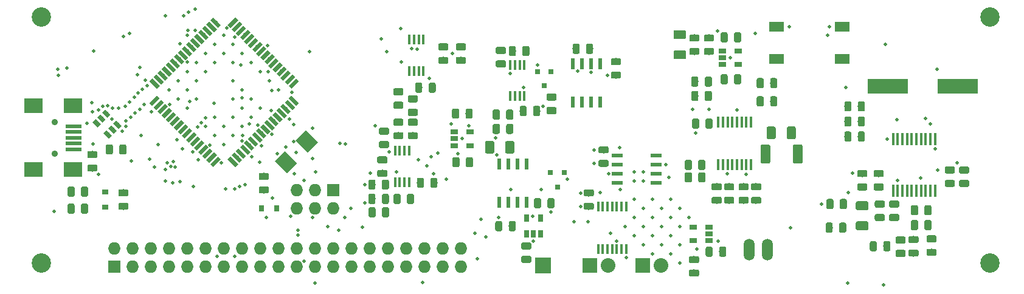
<source format=gts>
G04 #@! TF.GenerationSoftware,KiCad,Pcbnew,(5.0.0)*
G04 #@! TF.CreationDate,2018-11-01T18:13:55-10:00*
G04 #@! TF.ProjectId,dstat-mainboard,64737461742D6D61696E626F6172642E,1.2.3*
G04 #@! TF.SameCoordinates,Original*
G04 #@! TF.FileFunction,Soldermask,Top*
G04 #@! TF.FilePolarity,Negative*
%FSLAX46Y46*%
G04 Gerber Fmt 4.6, Leading zero omitted, Abs format (unit mm)*
G04 Created by KiCad (PCBNEW (5.0.0)) date 11/01/18 18:13:55*
%MOMM*%
%LPD*%
G01*
G04 APERTURE LIST*
%ADD10C,0.650000*%
%ADD11C,0.150000*%
%ADD12R,1.060000X0.650000*%
%ADD13R,2.100000X1.400000*%
%ADD14C,0.975000*%
%ADD15C,1.350000*%
%ADD16C,2.000000*%
%ADD17R,0.450000X1.750000*%
%ADD18R,2.032000X2.032000*%
%ADD19O,2.032000X2.032000*%
%ADD20R,2.235200X2.235200*%
%ADD21R,0.800000X0.900000*%
%ADD22R,0.900000X0.800000*%
%ADD23O,1.727200X1.727200*%
%ADD24R,1.727200X1.727200*%
%ADD25O,1.506220X3.014980*%
%ADD26R,0.450000X1.450000*%
%ADD27R,0.600000X1.550000*%
%ADD28R,0.650000X1.060000*%
%ADD29R,1.550000X0.600000*%
%ADD30R,0.800100X0.800100*%
%ADD31C,0.899160*%
%ADD32R,2.499360X1.998980*%
%ADD33R,2.301240X0.500380*%
%ADD34R,5.600700X2.100580*%
%ADD35R,0.450000X1.500000*%
%ADD36C,1.250000*%
%ADD37C,0.550000*%
%ADD38C,2.700000*%
%ADD39C,0.508000*%
G04 APERTURE END LIST*
D10*
G04 #@! TO.C,U6*
X100028317Y-100917817D03*
D11*
G36*
X99423741Y-100772860D02*
X99883360Y-100313241D01*
X100632893Y-101062774D01*
X100173274Y-101522393D01*
X99423741Y-100772860D01*
X99423741Y-100772860D01*
G37*
D10*
X100700069Y-100246066D03*
D11*
G36*
X100095493Y-100101109D02*
X100555112Y-99641490D01*
X101304645Y-100391023D01*
X100845026Y-100850642D01*
X100095493Y-100101109D01*
X100095493Y-100101109D01*
G37*
D10*
X99356566Y-101589569D03*
D11*
G36*
X98751990Y-101444612D02*
X99211609Y-100984993D01*
X99961142Y-101734526D01*
X99501523Y-102194145D01*
X98751990Y-101444612D01*
X98751990Y-101444612D01*
G37*
D10*
X97800931Y-100033934D03*
D11*
G36*
X97196355Y-99888977D02*
X97655974Y-99429358D01*
X98405507Y-100178891D01*
X97945888Y-100638510D01*
X97196355Y-99888977D01*
X97196355Y-99888977D01*
G37*
D10*
X98472683Y-99362183D03*
D11*
G36*
X97868107Y-99217226D02*
X98327726Y-98757607D01*
X99077259Y-99507140D01*
X98617640Y-99966759D01*
X97868107Y-99217226D01*
X97868107Y-99217226D01*
G37*
D10*
X99144434Y-98690431D03*
D11*
G36*
X98539858Y-98545474D02*
X98999477Y-98085855D01*
X99749010Y-98835388D01*
X99289391Y-99295007D01*
X98539858Y-98545474D01*
X98539858Y-98545474D01*
G37*
G04 #@! TD*
D12*
G04 #@! TO.C,U2*
X149826000Y-101252000D03*
X149826000Y-103152000D03*
X147626000Y-103152000D03*
X147626000Y-102202000D03*
X147626000Y-101252000D03*
G04 #@! TD*
D13*
G04 #@! TO.C,SW1*
X201590000Y-91086500D03*
X192490000Y-91086500D03*
X201590000Y-86586500D03*
X192490000Y-86586500D03*
G04 #@! TD*
D11*
G04 #@! TO.C,C58*
G36*
X148110142Y-104775174D02*
X148133803Y-104778684D01*
X148157007Y-104784496D01*
X148179529Y-104792554D01*
X148201153Y-104802782D01*
X148221670Y-104815079D01*
X148240883Y-104829329D01*
X148258607Y-104845393D01*
X148274671Y-104863117D01*
X148288921Y-104882330D01*
X148301218Y-104902847D01*
X148311446Y-104924471D01*
X148319504Y-104946993D01*
X148325316Y-104970197D01*
X148328826Y-104993858D01*
X148330000Y-105017750D01*
X148330000Y-105930250D01*
X148328826Y-105954142D01*
X148325316Y-105977803D01*
X148319504Y-106001007D01*
X148311446Y-106023529D01*
X148301218Y-106045153D01*
X148288921Y-106065670D01*
X148274671Y-106084883D01*
X148258607Y-106102607D01*
X148240883Y-106118671D01*
X148221670Y-106132921D01*
X148201153Y-106145218D01*
X148179529Y-106155446D01*
X148157007Y-106163504D01*
X148133803Y-106169316D01*
X148110142Y-106172826D01*
X148086250Y-106174000D01*
X147598750Y-106174000D01*
X147574858Y-106172826D01*
X147551197Y-106169316D01*
X147527993Y-106163504D01*
X147505471Y-106155446D01*
X147483847Y-106145218D01*
X147463330Y-106132921D01*
X147444117Y-106118671D01*
X147426393Y-106102607D01*
X147410329Y-106084883D01*
X147396079Y-106065670D01*
X147383782Y-106045153D01*
X147373554Y-106023529D01*
X147365496Y-106001007D01*
X147359684Y-105977803D01*
X147356174Y-105954142D01*
X147355000Y-105930250D01*
X147355000Y-105017750D01*
X147356174Y-104993858D01*
X147359684Y-104970197D01*
X147365496Y-104946993D01*
X147373554Y-104924471D01*
X147383782Y-104902847D01*
X147396079Y-104882330D01*
X147410329Y-104863117D01*
X147426393Y-104845393D01*
X147444117Y-104829329D01*
X147463330Y-104815079D01*
X147483847Y-104802782D01*
X147505471Y-104792554D01*
X147527993Y-104784496D01*
X147551197Y-104778684D01*
X147574858Y-104775174D01*
X147598750Y-104774000D01*
X148086250Y-104774000D01*
X148110142Y-104775174D01*
X148110142Y-104775174D01*
G37*
D14*
X147842500Y-105474000D03*
D11*
G36*
X149985142Y-104775174D02*
X150008803Y-104778684D01*
X150032007Y-104784496D01*
X150054529Y-104792554D01*
X150076153Y-104802782D01*
X150096670Y-104815079D01*
X150115883Y-104829329D01*
X150133607Y-104845393D01*
X150149671Y-104863117D01*
X150163921Y-104882330D01*
X150176218Y-104902847D01*
X150186446Y-104924471D01*
X150194504Y-104946993D01*
X150200316Y-104970197D01*
X150203826Y-104993858D01*
X150205000Y-105017750D01*
X150205000Y-105930250D01*
X150203826Y-105954142D01*
X150200316Y-105977803D01*
X150194504Y-106001007D01*
X150186446Y-106023529D01*
X150176218Y-106045153D01*
X150163921Y-106065670D01*
X150149671Y-106084883D01*
X150133607Y-106102607D01*
X150115883Y-106118671D01*
X150096670Y-106132921D01*
X150076153Y-106145218D01*
X150054529Y-106155446D01*
X150032007Y-106163504D01*
X150008803Y-106169316D01*
X149985142Y-106172826D01*
X149961250Y-106174000D01*
X149473750Y-106174000D01*
X149449858Y-106172826D01*
X149426197Y-106169316D01*
X149402993Y-106163504D01*
X149380471Y-106155446D01*
X149358847Y-106145218D01*
X149338330Y-106132921D01*
X149319117Y-106118671D01*
X149301393Y-106102607D01*
X149285329Y-106084883D01*
X149271079Y-106065670D01*
X149258782Y-106045153D01*
X149248554Y-106023529D01*
X149240496Y-106001007D01*
X149234684Y-105977803D01*
X149231174Y-105954142D01*
X149230000Y-105930250D01*
X149230000Y-105017750D01*
X149231174Y-104993858D01*
X149234684Y-104970197D01*
X149240496Y-104946993D01*
X149248554Y-104924471D01*
X149258782Y-104902847D01*
X149271079Y-104882330D01*
X149285329Y-104863117D01*
X149301393Y-104845393D01*
X149319117Y-104829329D01*
X149338330Y-104815079D01*
X149358847Y-104802782D01*
X149380471Y-104792554D01*
X149402993Y-104784496D01*
X149426197Y-104778684D01*
X149449858Y-104775174D01*
X149473750Y-104774000D01*
X149961250Y-104774000D01*
X149985142Y-104775174D01*
X149985142Y-104775174D01*
G37*
D14*
X149717500Y-105474000D03*
G04 #@! TD*
D11*
G04 #@! TO.C,C59*
G36*
X148056142Y-98003674D02*
X148079803Y-98007184D01*
X148103007Y-98012996D01*
X148125529Y-98021054D01*
X148147153Y-98031282D01*
X148167670Y-98043579D01*
X148186883Y-98057829D01*
X148204607Y-98073893D01*
X148220671Y-98091617D01*
X148234921Y-98110830D01*
X148247218Y-98131347D01*
X148257446Y-98152971D01*
X148265504Y-98175493D01*
X148271316Y-98198697D01*
X148274826Y-98222358D01*
X148276000Y-98246250D01*
X148276000Y-99158750D01*
X148274826Y-99182642D01*
X148271316Y-99206303D01*
X148265504Y-99229507D01*
X148257446Y-99252029D01*
X148247218Y-99273653D01*
X148234921Y-99294170D01*
X148220671Y-99313383D01*
X148204607Y-99331107D01*
X148186883Y-99347171D01*
X148167670Y-99361421D01*
X148147153Y-99373718D01*
X148125529Y-99383946D01*
X148103007Y-99392004D01*
X148079803Y-99397816D01*
X148056142Y-99401326D01*
X148032250Y-99402500D01*
X147544750Y-99402500D01*
X147520858Y-99401326D01*
X147497197Y-99397816D01*
X147473993Y-99392004D01*
X147451471Y-99383946D01*
X147429847Y-99373718D01*
X147409330Y-99361421D01*
X147390117Y-99347171D01*
X147372393Y-99331107D01*
X147356329Y-99313383D01*
X147342079Y-99294170D01*
X147329782Y-99273653D01*
X147319554Y-99252029D01*
X147311496Y-99229507D01*
X147305684Y-99206303D01*
X147302174Y-99182642D01*
X147301000Y-99158750D01*
X147301000Y-98246250D01*
X147302174Y-98222358D01*
X147305684Y-98198697D01*
X147311496Y-98175493D01*
X147319554Y-98152971D01*
X147329782Y-98131347D01*
X147342079Y-98110830D01*
X147356329Y-98091617D01*
X147372393Y-98073893D01*
X147390117Y-98057829D01*
X147409330Y-98043579D01*
X147429847Y-98031282D01*
X147451471Y-98021054D01*
X147473993Y-98012996D01*
X147497197Y-98007184D01*
X147520858Y-98003674D01*
X147544750Y-98002500D01*
X148032250Y-98002500D01*
X148056142Y-98003674D01*
X148056142Y-98003674D01*
G37*
D14*
X147788500Y-98702500D03*
D11*
G36*
X149931142Y-98003674D02*
X149954803Y-98007184D01*
X149978007Y-98012996D01*
X150000529Y-98021054D01*
X150022153Y-98031282D01*
X150042670Y-98043579D01*
X150061883Y-98057829D01*
X150079607Y-98073893D01*
X150095671Y-98091617D01*
X150109921Y-98110830D01*
X150122218Y-98131347D01*
X150132446Y-98152971D01*
X150140504Y-98175493D01*
X150146316Y-98198697D01*
X150149826Y-98222358D01*
X150151000Y-98246250D01*
X150151000Y-99158750D01*
X150149826Y-99182642D01*
X150146316Y-99206303D01*
X150140504Y-99229507D01*
X150132446Y-99252029D01*
X150122218Y-99273653D01*
X150109921Y-99294170D01*
X150095671Y-99313383D01*
X150079607Y-99331107D01*
X150061883Y-99347171D01*
X150042670Y-99361421D01*
X150022153Y-99373718D01*
X150000529Y-99383946D01*
X149978007Y-99392004D01*
X149954803Y-99397816D01*
X149931142Y-99401326D01*
X149907250Y-99402500D01*
X149419750Y-99402500D01*
X149395858Y-99401326D01*
X149372197Y-99397816D01*
X149348993Y-99392004D01*
X149326471Y-99383946D01*
X149304847Y-99373718D01*
X149284330Y-99361421D01*
X149265117Y-99347171D01*
X149247393Y-99331107D01*
X149231329Y-99313383D01*
X149217079Y-99294170D01*
X149204782Y-99273653D01*
X149194554Y-99252029D01*
X149186496Y-99229507D01*
X149180684Y-99206303D01*
X149177174Y-99182642D01*
X149176000Y-99158750D01*
X149176000Y-98246250D01*
X149177174Y-98222358D01*
X149180684Y-98198697D01*
X149186496Y-98175493D01*
X149194554Y-98152971D01*
X149204782Y-98131347D01*
X149217079Y-98110830D01*
X149231329Y-98091617D01*
X149247393Y-98073893D01*
X149265117Y-98057829D01*
X149284330Y-98043579D01*
X149304847Y-98031282D01*
X149326471Y-98021054D01*
X149348993Y-98012996D01*
X149372197Y-98007184D01*
X149395858Y-98003674D01*
X149419750Y-98002500D01*
X149907250Y-98002500D01*
X149931142Y-98003674D01*
X149931142Y-98003674D01*
G37*
D14*
X149663500Y-98702500D03*
G04 #@! TD*
D11*
G04 #@! TO.C,R21*
G36*
X195879505Y-103006204D02*
X195903773Y-103009804D01*
X195927572Y-103015765D01*
X195950671Y-103024030D01*
X195972850Y-103034520D01*
X195993893Y-103047132D01*
X196013599Y-103061747D01*
X196031777Y-103078223D01*
X196048253Y-103096401D01*
X196062868Y-103116107D01*
X196075480Y-103137150D01*
X196085970Y-103159329D01*
X196094235Y-103182428D01*
X196100196Y-103206227D01*
X196103796Y-103230495D01*
X196105000Y-103254999D01*
X196105000Y-105405001D01*
X196103796Y-105429505D01*
X196100196Y-105453773D01*
X196094235Y-105477572D01*
X196085970Y-105500671D01*
X196075480Y-105522850D01*
X196062868Y-105543893D01*
X196048253Y-105563599D01*
X196031777Y-105581777D01*
X196013599Y-105598253D01*
X195993893Y-105612868D01*
X195972850Y-105625480D01*
X195950671Y-105635970D01*
X195927572Y-105644235D01*
X195903773Y-105650196D01*
X195879505Y-105653796D01*
X195855001Y-105655000D01*
X195004999Y-105655000D01*
X194980495Y-105653796D01*
X194956227Y-105650196D01*
X194932428Y-105644235D01*
X194909329Y-105635970D01*
X194887150Y-105625480D01*
X194866107Y-105612868D01*
X194846401Y-105598253D01*
X194828223Y-105581777D01*
X194811747Y-105563599D01*
X194797132Y-105543893D01*
X194784520Y-105522850D01*
X194774030Y-105500671D01*
X194765765Y-105477572D01*
X194759804Y-105453773D01*
X194756204Y-105429505D01*
X194755000Y-105405001D01*
X194755000Y-103254999D01*
X194756204Y-103230495D01*
X194759804Y-103206227D01*
X194765765Y-103182428D01*
X194774030Y-103159329D01*
X194784520Y-103137150D01*
X194797132Y-103116107D01*
X194811747Y-103096401D01*
X194828223Y-103078223D01*
X194846401Y-103061747D01*
X194866107Y-103047132D01*
X194887150Y-103034520D01*
X194909329Y-103024030D01*
X194932428Y-103015765D01*
X194956227Y-103009804D01*
X194980495Y-103006204D01*
X195004999Y-103005000D01*
X195855001Y-103005000D01*
X195879505Y-103006204D01*
X195879505Y-103006204D01*
G37*
D15*
X195430000Y-104330000D03*
D11*
G36*
X191379505Y-103006204D02*
X191403773Y-103009804D01*
X191427572Y-103015765D01*
X191450671Y-103024030D01*
X191472850Y-103034520D01*
X191493893Y-103047132D01*
X191513599Y-103061747D01*
X191531777Y-103078223D01*
X191548253Y-103096401D01*
X191562868Y-103116107D01*
X191575480Y-103137150D01*
X191585970Y-103159329D01*
X191594235Y-103182428D01*
X191600196Y-103206227D01*
X191603796Y-103230495D01*
X191605000Y-103254999D01*
X191605000Y-105405001D01*
X191603796Y-105429505D01*
X191600196Y-105453773D01*
X191594235Y-105477572D01*
X191585970Y-105500671D01*
X191575480Y-105522850D01*
X191562868Y-105543893D01*
X191548253Y-105563599D01*
X191531777Y-105581777D01*
X191513599Y-105598253D01*
X191493893Y-105612868D01*
X191472850Y-105625480D01*
X191450671Y-105635970D01*
X191427572Y-105644235D01*
X191403773Y-105650196D01*
X191379505Y-105653796D01*
X191355001Y-105655000D01*
X190504999Y-105655000D01*
X190480495Y-105653796D01*
X190456227Y-105650196D01*
X190432428Y-105644235D01*
X190409329Y-105635970D01*
X190387150Y-105625480D01*
X190366107Y-105612868D01*
X190346401Y-105598253D01*
X190328223Y-105581777D01*
X190311747Y-105563599D01*
X190297132Y-105543893D01*
X190284520Y-105522850D01*
X190274030Y-105500671D01*
X190265765Y-105477572D01*
X190259804Y-105453773D01*
X190256204Y-105429505D01*
X190255000Y-105405001D01*
X190255000Y-103254999D01*
X190256204Y-103230495D01*
X190259804Y-103206227D01*
X190265765Y-103182428D01*
X190274030Y-103159329D01*
X190284520Y-103137150D01*
X190297132Y-103116107D01*
X190311747Y-103096401D01*
X190328223Y-103078223D01*
X190346401Y-103061747D01*
X190366107Y-103047132D01*
X190387150Y-103034520D01*
X190409329Y-103024030D01*
X190432428Y-103015765D01*
X190456227Y-103009804D01*
X190480495Y-103006204D01*
X190504999Y-103005000D01*
X191355001Y-103005000D01*
X191379505Y-103006204D01*
X191379505Y-103006204D01*
G37*
D15*
X190930000Y-104330000D03*
G04 #@! TD*
D16*
G04 #@! TO.C,X2*
X127076569Y-102581431D03*
D11*
G36*
X126935148Y-101025796D02*
X128632204Y-102722852D01*
X127217990Y-104137066D01*
X125520934Y-102440010D01*
X126935148Y-101025796D01*
X126935148Y-101025796D01*
G37*
D16*
X124177431Y-105480569D03*
D11*
G36*
X124036010Y-103924934D02*
X125733066Y-105621990D01*
X124318852Y-107036204D01*
X122621796Y-105339148D01*
X124036010Y-103924934D01*
X124036010Y-103924934D01*
G37*
G04 #@! TD*
D17*
G04 #@! TO.C,U13*
X208699000Y-102292000D03*
X209349000Y-102292000D03*
X209999000Y-102292000D03*
X210649000Y-102292000D03*
X211299000Y-102292000D03*
X211949000Y-102292000D03*
X212599000Y-102292000D03*
X213249000Y-102292000D03*
X213899000Y-102292000D03*
X214549000Y-102292000D03*
X214549000Y-109492000D03*
X213899000Y-109492000D03*
X213249000Y-109492000D03*
X212599000Y-109492000D03*
X211949000Y-109492000D03*
X211299000Y-109492000D03*
X210649000Y-109492000D03*
X209999000Y-109492000D03*
X209349000Y-109492000D03*
X208699000Y-109492000D03*
G04 #@! TD*
D18*
G04 #@! TO.C,P2*
X166510000Y-119884000D03*
D19*
X169050000Y-119884000D03*
G04 #@! TD*
D20*
G04 #@! TO.C,P1*
X159960000Y-119884000D03*
G04 #@! TD*
D19*
G04 #@! TO.C,P3*
X176360000Y-119884000D03*
D18*
X173820000Y-119884000D03*
G04 #@! TD*
D21*
G04 #@! TO.C,D1*
X120806000Y-111950000D03*
X122906000Y-111950000D03*
G04 #@! TD*
D22*
G04 #@! TO.C,D2*
X98996500Y-111730000D03*
X98996500Y-109630000D03*
G04 #@! TD*
D23*
G04 #@! TO.C,CON1*
X125666000Y-111950000D03*
X125666000Y-109410000D03*
X128206000Y-111950000D03*
X128206000Y-109410000D03*
X130746000Y-111950000D03*
D24*
X130746000Y-109410000D03*
G04 #@! TD*
D25*
G04 #@! TO.C,P7*
X188671000Y-117688000D03*
X191211000Y-117688000D03*
G04 #@! TD*
D12*
G04 #@! TO.C,U1*
X184978000Y-89962000D03*
X184978000Y-90912000D03*
X184978000Y-91862000D03*
X187178000Y-91862000D03*
X187178000Y-89962000D03*
G04 #@! TD*
D26*
G04 #@! TO.C,U3*
X167641000Y-117588000D03*
X168291000Y-117588000D03*
X168941000Y-117588000D03*
X169591000Y-117588000D03*
X170241000Y-117588000D03*
X170891000Y-117588000D03*
X171541000Y-117588000D03*
X171541000Y-111688000D03*
X170891000Y-111688000D03*
X170241000Y-111688000D03*
X169591000Y-111688000D03*
X168941000Y-111688000D03*
X168291000Y-111688000D03*
X167641000Y-111688000D03*
G04 #@! TD*
D27*
G04 #@! TO.C,U4*
X157646000Y-105688000D03*
X156376000Y-105688000D03*
X155106000Y-105688000D03*
X153836000Y-105688000D03*
X153836000Y-111088000D03*
X155106000Y-111088000D03*
X156376000Y-111088000D03*
X157646000Y-111088000D03*
G04 #@! TD*
D28*
G04 #@! TO.C,U5*
X157691000Y-115438000D03*
X158641000Y-115438000D03*
X159591000Y-115438000D03*
X159591000Y-113238000D03*
X157691000Y-113238000D03*
G04 #@! TD*
D26*
G04 #@! TO.C,U7*
X141306000Y-103888000D03*
X140656000Y-103888000D03*
X140006000Y-103888000D03*
X139356000Y-103888000D03*
X139356000Y-108288000D03*
X140006000Y-108288000D03*
X140656000Y-108288000D03*
X141306000Y-108288000D03*
G04 #@! TD*
D27*
G04 #@! TO.C,U8*
X167922000Y-91718000D03*
X166652000Y-91718000D03*
X165382000Y-91718000D03*
X164112000Y-91718000D03*
X164112000Y-97118000D03*
X165382000Y-97118000D03*
X166652000Y-97118000D03*
X167922000Y-97118000D03*
G04 #@! TD*
D12*
G04 #@! TO.C,U9*
X183091000Y-116438000D03*
X183091000Y-115488000D03*
X183091000Y-114538000D03*
X180891000Y-114538000D03*
X180891000Y-116438000D03*
G04 #@! TD*
D29*
G04 #@! TO.C,U10*
X175691000Y-108348000D03*
X175691000Y-107078000D03*
X175691000Y-105808000D03*
X175691000Y-104538000D03*
X170291000Y-104538000D03*
X170291000Y-105808000D03*
X170291000Y-107078000D03*
X170291000Y-108348000D03*
G04 #@! TD*
D26*
G04 #@! TO.C,U11*
X157366000Y-91888000D03*
X156716000Y-91888000D03*
X156066000Y-91888000D03*
X155416000Y-91888000D03*
X155416000Y-96288000D03*
X156066000Y-96288000D03*
X156716000Y-96288000D03*
X157366000Y-96288000D03*
G04 #@! TD*
D30*
G04 #@! TO.C,UR1*
X162916000Y-106937240D03*
X161016000Y-106937240D03*
X161966000Y-108936220D03*
G04 #@! TD*
G04 #@! TO.C,UR2*
X161091000Y-92837240D03*
X159191000Y-92837240D03*
X160141000Y-94836220D03*
G04 #@! TD*
D31*
G04 #@! TO.C,USB1*
X92002700Y-104273640D03*
X92002700Y-99874360D03*
D32*
X89002960Y-106524080D03*
X94502060Y-106524080D03*
X89002960Y-97623920D03*
X94502060Y-97623920D03*
D33*
X94601120Y-103674200D03*
X94601120Y-102874100D03*
X94601120Y-102074000D03*
X94601120Y-101273900D03*
X94601120Y-100473800D03*
G04 #@! TD*
D34*
G04 #@! TO.C,X1*
X217697860Y-94896000D03*
X208000140Y-94896000D03*
G04 #@! TD*
D24*
G04 #@! TO.C,P6*
X100266000Y-120000000D03*
D23*
X100266000Y-117460000D03*
X102806000Y-120000000D03*
X102806000Y-117460000D03*
X105346000Y-120000000D03*
X105346000Y-117460000D03*
X107886000Y-120000000D03*
X107886000Y-117460000D03*
X110426000Y-120000000D03*
X110426000Y-117460000D03*
X112966000Y-120000000D03*
X112966000Y-117460000D03*
X115506000Y-120000000D03*
X115506000Y-117460000D03*
X118046000Y-120000000D03*
X118046000Y-117460000D03*
X120586000Y-120000000D03*
X120586000Y-117460000D03*
X123126000Y-120000000D03*
X123126000Y-117460000D03*
X125666000Y-120000000D03*
X125666000Y-117460000D03*
X128206000Y-120000000D03*
X128206000Y-117460000D03*
X130746000Y-120000000D03*
X130746000Y-117460000D03*
X133286000Y-120000000D03*
X133286000Y-117460000D03*
X135826000Y-120000000D03*
X135826000Y-117460000D03*
X138366000Y-120000000D03*
X138366000Y-117460000D03*
X140906000Y-120000000D03*
X140906000Y-117460000D03*
X143446000Y-120000000D03*
X143446000Y-117460000D03*
X145986000Y-120000000D03*
X145986000Y-117460000D03*
X148526000Y-120000000D03*
X148526000Y-117460000D03*
G04 #@! TD*
D35*
G04 #@! TO.C,U12*
X184366000Y-105788000D03*
X185016000Y-105788000D03*
X185666000Y-105788000D03*
X186316000Y-105788000D03*
X186966000Y-105788000D03*
X187616000Y-105788000D03*
X188266000Y-105788000D03*
X188916000Y-105788000D03*
X188916000Y-99888000D03*
X188266000Y-99888000D03*
X187616000Y-99888000D03*
X186966000Y-99888000D03*
X186316000Y-99888000D03*
X185666000Y-99888000D03*
X185016000Y-99888000D03*
X184366000Y-99888000D03*
G04 #@! TD*
D26*
G04 #@! TO.C,U14*
X143325000Y-88384500D03*
X142675000Y-88384500D03*
X142025000Y-88384500D03*
X141375000Y-88384500D03*
X141375000Y-92784500D03*
X142025000Y-92784500D03*
X142675000Y-92784500D03*
X143325000Y-92784500D03*
G04 #@! TD*
D11*
G04 #@! TO.C,C1*
G36*
X142930142Y-94385674D02*
X142953803Y-94389184D01*
X142977007Y-94394996D01*
X142999529Y-94403054D01*
X143021153Y-94413282D01*
X143041670Y-94425579D01*
X143060883Y-94439829D01*
X143078607Y-94455893D01*
X143094671Y-94473617D01*
X143108921Y-94492830D01*
X143121218Y-94513347D01*
X143131446Y-94534971D01*
X143139504Y-94557493D01*
X143145316Y-94580697D01*
X143148826Y-94604358D01*
X143150000Y-94628250D01*
X143150000Y-95540750D01*
X143148826Y-95564642D01*
X143145316Y-95588303D01*
X143139504Y-95611507D01*
X143131446Y-95634029D01*
X143121218Y-95655653D01*
X143108921Y-95676170D01*
X143094671Y-95695383D01*
X143078607Y-95713107D01*
X143060883Y-95729171D01*
X143041670Y-95743421D01*
X143021153Y-95755718D01*
X142999529Y-95765946D01*
X142977007Y-95774004D01*
X142953803Y-95779816D01*
X142930142Y-95783326D01*
X142906250Y-95784500D01*
X142418750Y-95784500D01*
X142394858Y-95783326D01*
X142371197Y-95779816D01*
X142347993Y-95774004D01*
X142325471Y-95765946D01*
X142303847Y-95755718D01*
X142283330Y-95743421D01*
X142264117Y-95729171D01*
X142246393Y-95713107D01*
X142230329Y-95695383D01*
X142216079Y-95676170D01*
X142203782Y-95655653D01*
X142193554Y-95634029D01*
X142185496Y-95611507D01*
X142179684Y-95588303D01*
X142176174Y-95564642D01*
X142175000Y-95540750D01*
X142175000Y-94628250D01*
X142176174Y-94604358D01*
X142179684Y-94580697D01*
X142185496Y-94557493D01*
X142193554Y-94534971D01*
X142203782Y-94513347D01*
X142216079Y-94492830D01*
X142230329Y-94473617D01*
X142246393Y-94455893D01*
X142264117Y-94439829D01*
X142283330Y-94425579D01*
X142303847Y-94413282D01*
X142325471Y-94403054D01*
X142347993Y-94394996D01*
X142371197Y-94389184D01*
X142394858Y-94385674D01*
X142418750Y-94384500D01*
X142906250Y-94384500D01*
X142930142Y-94385674D01*
X142930142Y-94385674D01*
G37*
D14*
X142662500Y-95084500D03*
D11*
G36*
X144805142Y-94385674D02*
X144828803Y-94389184D01*
X144852007Y-94394996D01*
X144874529Y-94403054D01*
X144896153Y-94413282D01*
X144916670Y-94425579D01*
X144935883Y-94439829D01*
X144953607Y-94455893D01*
X144969671Y-94473617D01*
X144983921Y-94492830D01*
X144996218Y-94513347D01*
X145006446Y-94534971D01*
X145014504Y-94557493D01*
X145020316Y-94580697D01*
X145023826Y-94604358D01*
X145025000Y-94628250D01*
X145025000Y-95540750D01*
X145023826Y-95564642D01*
X145020316Y-95588303D01*
X145014504Y-95611507D01*
X145006446Y-95634029D01*
X144996218Y-95655653D01*
X144983921Y-95676170D01*
X144969671Y-95695383D01*
X144953607Y-95713107D01*
X144935883Y-95729171D01*
X144916670Y-95743421D01*
X144896153Y-95755718D01*
X144874529Y-95765946D01*
X144852007Y-95774004D01*
X144828803Y-95779816D01*
X144805142Y-95783326D01*
X144781250Y-95784500D01*
X144293750Y-95784500D01*
X144269858Y-95783326D01*
X144246197Y-95779816D01*
X144222993Y-95774004D01*
X144200471Y-95765946D01*
X144178847Y-95755718D01*
X144158330Y-95743421D01*
X144139117Y-95729171D01*
X144121393Y-95713107D01*
X144105329Y-95695383D01*
X144091079Y-95676170D01*
X144078782Y-95655653D01*
X144068554Y-95634029D01*
X144060496Y-95611507D01*
X144054684Y-95588303D01*
X144051174Y-95564642D01*
X144050000Y-95540750D01*
X144050000Y-94628250D01*
X144051174Y-94604358D01*
X144054684Y-94580697D01*
X144060496Y-94557493D01*
X144068554Y-94534971D01*
X144078782Y-94513347D01*
X144091079Y-94492830D01*
X144105329Y-94473617D01*
X144121393Y-94455893D01*
X144139117Y-94439829D01*
X144158330Y-94425579D01*
X144178847Y-94413282D01*
X144200471Y-94403054D01*
X144222993Y-94394996D01*
X144246197Y-94389184D01*
X144269858Y-94385674D01*
X144293750Y-94384500D01*
X144781250Y-94384500D01*
X144805142Y-94385674D01*
X144805142Y-94385674D01*
G37*
D14*
X144537500Y-95084500D03*
G04 #@! TD*
D11*
G04 #@! TO.C,C2*
G36*
X146561142Y-90789174D02*
X146584803Y-90792684D01*
X146608007Y-90798496D01*
X146630529Y-90806554D01*
X146652153Y-90816782D01*
X146672670Y-90829079D01*
X146691883Y-90843329D01*
X146709607Y-90859393D01*
X146725671Y-90877117D01*
X146739921Y-90896330D01*
X146752218Y-90916847D01*
X146762446Y-90938471D01*
X146770504Y-90960993D01*
X146776316Y-90984197D01*
X146779826Y-91007858D01*
X146781000Y-91031750D01*
X146781000Y-91519250D01*
X146779826Y-91543142D01*
X146776316Y-91566803D01*
X146770504Y-91590007D01*
X146762446Y-91612529D01*
X146752218Y-91634153D01*
X146739921Y-91654670D01*
X146725671Y-91673883D01*
X146709607Y-91691607D01*
X146691883Y-91707671D01*
X146672670Y-91721921D01*
X146652153Y-91734218D01*
X146630529Y-91744446D01*
X146608007Y-91752504D01*
X146584803Y-91758316D01*
X146561142Y-91761826D01*
X146537250Y-91763000D01*
X145624750Y-91763000D01*
X145600858Y-91761826D01*
X145577197Y-91758316D01*
X145553993Y-91752504D01*
X145531471Y-91744446D01*
X145509847Y-91734218D01*
X145489330Y-91721921D01*
X145470117Y-91707671D01*
X145452393Y-91691607D01*
X145436329Y-91673883D01*
X145422079Y-91654670D01*
X145409782Y-91634153D01*
X145399554Y-91612529D01*
X145391496Y-91590007D01*
X145385684Y-91566803D01*
X145382174Y-91543142D01*
X145381000Y-91519250D01*
X145381000Y-91031750D01*
X145382174Y-91007858D01*
X145385684Y-90984197D01*
X145391496Y-90960993D01*
X145399554Y-90938471D01*
X145409782Y-90916847D01*
X145422079Y-90896330D01*
X145436329Y-90877117D01*
X145452393Y-90859393D01*
X145470117Y-90843329D01*
X145489330Y-90829079D01*
X145509847Y-90816782D01*
X145531471Y-90806554D01*
X145553993Y-90798496D01*
X145577197Y-90792684D01*
X145600858Y-90789174D01*
X145624750Y-90788000D01*
X146537250Y-90788000D01*
X146561142Y-90789174D01*
X146561142Y-90789174D01*
G37*
D14*
X146081000Y-91275500D03*
D11*
G36*
X146561142Y-88914174D02*
X146584803Y-88917684D01*
X146608007Y-88923496D01*
X146630529Y-88931554D01*
X146652153Y-88941782D01*
X146672670Y-88954079D01*
X146691883Y-88968329D01*
X146709607Y-88984393D01*
X146725671Y-89002117D01*
X146739921Y-89021330D01*
X146752218Y-89041847D01*
X146762446Y-89063471D01*
X146770504Y-89085993D01*
X146776316Y-89109197D01*
X146779826Y-89132858D01*
X146781000Y-89156750D01*
X146781000Y-89644250D01*
X146779826Y-89668142D01*
X146776316Y-89691803D01*
X146770504Y-89715007D01*
X146762446Y-89737529D01*
X146752218Y-89759153D01*
X146739921Y-89779670D01*
X146725671Y-89798883D01*
X146709607Y-89816607D01*
X146691883Y-89832671D01*
X146672670Y-89846921D01*
X146652153Y-89859218D01*
X146630529Y-89869446D01*
X146608007Y-89877504D01*
X146584803Y-89883316D01*
X146561142Y-89886826D01*
X146537250Y-89888000D01*
X145624750Y-89888000D01*
X145600858Y-89886826D01*
X145577197Y-89883316D01*
X145553993Y-89877504D01*
X145531471Y-89869446D01*
X145509847Y-89859218D01*
X145489330Y-89846921D01*
X145470117Y-89832671D01*
X145452393Y-89816607D01*
X145436329Y-89798883D01*
X145422079Y-89779670D01*
X145409782Y-89759153D01*
X145399554Y-89737529D01*
X145391496Y-89715007D01*
X145385684Y-89691803D01*
X145382174Y-89668142D01*
X145381000Y-89644250D01*
X145381000Y-89156750D01*
X145382174Y-89132858D01*
X145385684Y-89109197D01*
X145391496Y-89085993D01*
X145399554Y-89063471D01*
X145409782Y-89041847D01*
X145422079Y-89021330D01*
X145436329Y-89002117D01*
X145452393Y-88984393D01*
X145470117Y-88968329D01*
X145489330Y-88954079D01*
X145509847Y-88941782D01*
X145531471Y-88931554D01*
X145553993Y-88923496D01*
X145577197Y-88917684D01*
X145600858Y-88914174D01*
X145624750Y-88913000D01*
X146537250Y-88913000D01*
X146561142Y-88914174D01*
X146561142Y-88914174D01*
G37*
D14*
X146081000Y-89400500D03*
G04 #@! TD*
D11*
G04 #@! TO.C,C3*
G36*
X149006142Y-88914174D02*
X149029803Y-88917684D01*
X149053007Y-88923496D01*
X149075529Y-88931554D01*
X149097153Y-88941782D01*
X149117670Y-88954079D01*
X149136883Y-88968329D01*
X149154607Y-88984393D01*
X149170671Y-89002117D01*
X149184921Y-89021330D01*
X149197218Y-89041847D01*
X149207446Y-89063471D01*
X149215504Y-89085993D01*
X149221316Y-89109197D01*
X149224826Y-89132858D01*
X149226000Y-89156750D01*
X149226000Y-89644250D01*
X149224826Y-89668142D01*
X149221316Y-89691803D01*
X149215504Y-89715007D01*
X149207446Y-89737529D01*
X149197218Y-89759153D01*
X149184921Y-89779670D01*
X149170671Y-89798883D01*
X149154607Y-89816607D01*
X149136883Y-89832671D01*
X149117670Y-89846921D01*
X149097153Y-89859218D01*
X149075529Y-89869446D01*
X149053007Y-89877504D01*
X149029803Y-89883316D01*
X149006142Y-89886826D01*
X148982250Y-89888000D01*
X148069750Y-89888000D01*
X148045858Y-89886826D01*
X148022197Y-89883316D01*
X147998993Y-89877504D01*
X147976471Y-89869446D01*
X147954847Y-89859218D01*
X147934330Y-89846921D01*
X147915117Y-89832671D01*
X147897393Y-89816607D01*
X147881329Y-89798883D01*
X147867079Y-89779670D01*
X147854782Y-89759153D01*
X147844554Y-89737529D01*
X147836496Y-89715007D01*
X147830684Y-89691803D01*
X147827174Y-89668142D01*
X147826000Y-89644250D01*
X147826000Y-89156750D01*
X147827174Y-89132858D01*
X147830684Y-89109197D01*
X147836496Y-89085993D01*
X147844554Y-89063471D01*
X147854782Y-89041847D01*
X147867079Y-89021330D01*
X147881329Y-89002117D01*
X147897393Y-88984393D01*
X147915117Y-88968329D01*
X147934330Y-88954079D01*
X147954847Y-88941782D01*
X147976471Y-88931554D01*
X147998993Y-88923496D01*
X148022197Y-88917684D01*
X148045858Y-88914174D01*
X148069750Y-88913000D01*
X148982250Y-88913000D01*
X149006142Y-88914174D01*
X149006142Y-88914174D01*
G37*
D14*
X148526000Y-89400500D03*
D11*
G36*
X149006142Y-90789174D02*
X149029803Y-90792684D01*
X149053007Y-90798496D01*
X149075529Y-90806554D01*
X149097153Y-90816782D01*
X149117670Y-90829079D01*
X149136883Y-90843329D01*
X149154607Y-90859393D01*
X149170671Y-90877117D01*
X149184921Y-90896330D01*
X149197218Y-90916847D01*
X149207446Y-90938471D01*
X149215504Y-90960993D01*
X149221316Y-90984197D01*
X149224826Y-91007858D01*
X149226000Y-91031750D01*
X149226000Y-91519250D01*
X149224826Y-91543142D01*
X149221316Y-91566803D01*
X149215504Y-91590007D01*
X149207446Y-91612529D01*
X149197218Y-91634153D01*
X149184921Y-91654670D01*
X149170671Y-91673883D01*
X149154607Y-91691607D01*
X149136883Y-91707671D01*
X149117670Y-91721921D01*
X149097153Y-91734218D01*
X149075529Y-91744446D01*
X149053007Y-91752504D01*
X149029803Y-91758316D01*
X149006142Y-91761826D01*
X148982250Y-91763000D01*
X148069750Y-91763000D01*
X148045858Y-91761826D01*
X148022197Y-91758316D01*
X147998993Y-91752504D01*
X147976471Y-91744446D01*
X147954847Y-91734218D01*
X147934330Y-91721921D01*
X147915117Y-91707671D01*
X147897393Y-91691607D01*
X147881329Y-91673883D01*
X147867079Y-91654670D01*
X147854782Y-91634153D01*
X147844554Y-91612529D01*
X147836496Y-91590007D01*
X147830684Y-91566803D01*
X147827174Y-91543142D01*
X147826000Y-91519250D01*
X147826000Y-91031750D01*
X147827174Y-91007858D01*
X147830684Y-90984197D01*
X147836496Y-90960993D01*
X147844554Y-90938471D01*
X147854782Y-90916847D01*
X147867079Y-90896330D01*
X147881329Y-90877117D01*
X147897393Y-90859393D01*
X147915117Y-90843329D01*
X147934330Y-90829079D01*
X147954847Y-90816782D01*
X147976471Y-90806554D01*
X147998993Y-90798496D01*
X148022197Y-90792684D01*
X148045858Y-90789174D01*
X148069750Y-90788000D01*
X148982250Y-90788000D01*
X149006142Y-90789174D01*
X149006142Y-90789174D01*
G37*
D14*
X148526000Y-91275500D03*
G04 #@! TD*
D11*
G04 #@! TO.C,C4*
G36*
X185448142Y-93217674D02*
X185471803Y-93221184D01*
X185495007Y-93226996D01*
X185517529Y-93235054D01*
X185539153Y-93245282D01*
X185559670Y-93257579D01*
X185578883Y-93271829D01*
X185596607Y-93287893D01*
X185612671Y-93305617D01*
X185626921Y-93324830D01*
X185639218Y-93345347D01*
X185649446Y-93366971D01*
X185657504Y-93389493D01*
X185663316Y-93412697D01*
X185666826Y-93436358D01*
X185668000Y-93460250D01*
X185668000Y-94372750D01*
X185666826Y-94396642D01*
X185663316Y-94420303D01*
X185657504Y-94443507D01*
X185649446Y-94466029D01*
X185639218Y-94487653D01*
X185626921Y-94508170D01*
X185612671Y-94527383D01*
X185596607Y-94545107D01*
X185578883Y-94561171D01*
X185559670Y-94575421D01*
X185539153Y-94587718D01*
X185517529Y-94597946D01*
X185495007Y-94606004D01*
X185471803Y-94611816D01*
X185448142Y-94615326D01*
X185424250Y-94616500D01*
X184936750Y-94616500D01*
X184912858Y-94615326D01*
X184889197Y-94611816D01*
X184865993Y-94606004D01*
X184843471Y-94597946D01*
X184821847Y-94587718D01*
X184801330Y-94575421D01*
X184782117Y-94561171D01*
X184764393Y-94545107D01*
X184748329Y-94527383D01*
X184734079Y-94508170D01*
X184721782Y-94487653D01*
X184711554Y-94466029D01*
X184703496Y-94443507D01*
X184697684Y-94420303D01*
X184694174Y-94396642D01*
X184693000Y-94372750D01*
X184693000Y-93460250D01*
X184694174Y-93436358D01*
X184697684Y-93412697D01*
X184703496Y-93389493D01*
X184711554Y-93366971D01*
X184721782Y-93345347D01*
X184734079Y-93324830D01*
X184748329Y-93305617D01*
X184764393Y-93287893D01*
X184782117Y-93271829D01*
X184801330Y-93257579D01*
X184821847Y-93245282D01*
X184843471Y-93235054D01*
X184865993Y-93226996D01*
X184889197Y-93221184D01*
X184912858Y-93217674D01*
X184936750Y-93216500D01*
X185424250Y-93216500D01*
X185448142Y-93217674D01*
X185448142Y-93217674D01*
G37*
D14*
X185180500Y-93916500D03*
D11*
G36*
X187323142Y-93217674D02*
X187346803Y-93221184D01*
X187370007Y-93226996D01*
X187392529Y-93235054D01*
X187414153Y-93245282D01*
X187434670Y-93257579D01*
X187453883Y-93271829D01*
X187471607Y-93287893D01*
X187487671Y-93305617D01*
X187501921Y-93324830D01*
X187514218Y-93345347D01*
X187524446Y-93366971D01*
X187532504Y-93389493D01*
X187538316Y-93412697D01*
X187541826Y-93436358D01*
X187543000Y-93460250D01*
X187543000Y-94372750D01*
X187541826Y-94396642D01*
X187538316Y-94420303D01*
X187532504Y-94443507D01*
X187524446Y-94466029D01*
X187514218Y-94487653D01*
X187501921Y-94508170D01*
X187487671Y-94527383D01*
X187471607Y-94545107D01*
X187453883Y-94561171D01*
X187434670Y-94575421D01*
X187414153Y-94587718D01*
X187392529Y-94597946D01*
X187370007Y-94606004D01*
X187346803Y-94611816D01*
X187323142Y-94615326D01*
X187299250Y-94616500D01*
X186811750Y-94616500D01*
X186787858Y-94615326D01*
X186764197Y-94611816D01*
X186740993Y-94606004D01*
X186718471Y-94597946D01*
X186696847Y-94587718D01*
X186676330Y-94575421D01*
X186657117Y-94561171D01*
X186639393Y-94545107D01*
X186623329Y-94527383D01*
X186609079Y-94508170D01*
X186596782Y-94487653D01*
X186586554Y-94466029D01*
X186578496Y-94443507D01*
X186572684Y-94420303D01*
X186569174Y-94396642D01*
X186568000Y-94372750D01*
X186568000Y-93460250D01*
X186569174Y-93436358D01*
X186572684Y-93412697D01*
X186578496Y-93389493D01*
X186586554Y-93366971D01*
X186596782Y-93345347D01*
X186609079Y-93324830D01*
X186623329Y-93305617D01*
X186639393Y-93287893D01*
X186657117Y-93271829D01*
X186676330Y-93257579D01*
X186696847Y-93245282D01*
X186718471Y-93235054D01*
X186740993Y-93226996D01*
X186764197Y-93221184D01*
X186787858Y-93217674D01*
X186811750Y-93216500D01*
X187299250Y-93216500D01*
X187323142Y-93217674D01*
X187323142Y-93217674D01*
G37*
D14*
X187055500Y-93916500D03*
G04 #@! TD*
D11*
G04 #@! TO.C,C5*
G36*
X185448142Y-87375674D02*
X185471803Y-87379184D01*
X185495007Y-87384996D01*
X185517529Y-87393054D01*
X185539153Y-87403282D01*
X185559670Y-87415579D01*
X185578883Y-87429829D01*
X185596607Y-87445893D01*
X185612671Y-87463617D01*
X185626921Y-87482830D01*
X185639218Y-87503347D01*
X185649446Y-87524971D01*
X185657504Y-87547493D01*
X185663316Y-87570697D01*
X185666826Y-87594358D01*
X185668000Y-87618250D01*
X185668000Y-88530750D01*
X185666826Y-88554642D01*
X185663316Y-88578303D01*
X185657504Y-88601507D01*
X185649446Y-88624029D01*
X185639218Y-88645653D01*
X185626921Y-88666170D01*
X185612671Y-88685383D01*
X185596607Y-88703107D01*
X185578883Y-88719171D01*
X185559670Y-88733421D01*
X185539153Y-88745718D01*
X185517529Y-88755946D01*
X185495007Y-88764004D01*
X185471803Y-88769816D01*
X185448142Y-88773326D01*
X185424250Y-88774500D01*
X184936750Y-88774500D01*
X184912858Y-88773326D01*
X184889197Y-88769816D01*
X184865993Y-88764004D01*
X184843471Y-88755946D01*
X184821847Y-88745718D01*
X184801330Y-88733421D01*
X184782117Y-88719171D01*
X184764393Y-88703107D01*
X184748329Y-88685383D01*
X184734079Y-88666170D01*
X184721782Y-88645653D01*
X184711554Y-88624029D01*
X184703496Y-88601507D01*
X184697684Y-88578303D01*
X184694174Y-88554642D01*
X184693000Y-88530750D01*
X184693000Y-87618250D01*
X184694174Y-87594358D01*
X184697684Y-87570697D01*
X184703496Y-87547493D01*
X184711554Y-87524971D01*
X184721782Y-87503347D01*
X184734079Y-87482830D01*
X184748329Y-87463617D01*
X184764393Y-87445893D01*
X184782117Y-87429829D01*
X184801330Y-87415579D01*
X184821847Y-87403282D01*
X184843471Y-87393054D01*
X184865993Y-87384996D01*
X184889197Y-87379184D01*
X184912858Y-87375674D01*
X184936750Y-87374500D01*
X185424250Y-87374500D01*
X185448142Y-87375674D01*
X185448142Y-87375674D01*
G37*
D14*
X185180500Y-88074500D03*
D11*
G36*
X187323142Y-87375674D02*
X187346803Y-87379184D01*
X187370007Y-87384996D01*
X187392529Y-87393054D01*
X187414153Y-87403282D01*
X187434670Y-87415579D01*
X187453883Y-87429829D01*
X187471607Y-87445893D01*
X187487671Y-87463617D01*
X187501921Y-87482830D01*
X187514218Y-87503347D01*
X187524446Y-87524971D01*
X187532504Y-87547493D01*
X187538316Y-87570697D01*
X187541826Y-87594358D01*
X187543000Y-87618250D01*
X187543000Y-88530750D01*
X187541826Y-88554642D01*
X187538316Y-88578303D01*
X187532504Y-88601507D01*
X187524446Y-88624029D01*
X187514218Y-88645653D01*
X187501921Y-88666170D01*
X187487671Y-88685383D01*
X187471607Y-88703107D01*
X187453883Y-88719171D01*
X187434670Y-88733421D01*
X187414153Y-88745718D01*
X187392529Y-88755946D01*
X187370007Y-88764004D01*
X187346803Y-88769816D01*
X187323142Y-88773326D01*
X187299250Y-88774500D01*
X186811750Y-88774500D01*
X186787858Y-88773326D01*
X186764197Y-88769816D01*
X186740993Y-88764004D01*
X186718471Y-88755946D01*
X186696847Y-88745718D01*
X186676330Y-88733421D01*
X186657117Y-88719171D01*
X186639393Y-88703107D01*
X186623329Y-88685383D01*
X186609079Y-88666170D01*
X186596782Y-88645653D01*
X186586554Y-88624029D01*
X186578496Y-88601507D01*
X186572684Y-88578303D01*
X186569174Y-88554642D01*
X186568000Y-88530750D01*
X186568000Y-87618250D01*
X186569174Y-87594358D01*
X186572684Y-87570697D01*
X186578496Y-87547493D01*
X186586554Y-87524971D01*
X186596782Y-87503347D01*
X186609079Y-87482830D01*
X186623329Y-87463617D01*
X186639393Y-87445893D01*
X186657117Y-87429829D01*
X186676330Y-87415579D01*
X186696847Y-87403282D01*
X186718471Y-87393054D01*
X186740993Y-87384996D01*
X186764197Y-87379184D01*
X186787858Y-87375674D01*
X186811750Y-87374500D01*
X187299250Y-87374500D01*
X187323142Y-87375674D01*
X187323142Y-87375674D01*
G37*
D14*
X187055500Y-88074500D03*
G04 #@! TD*
D11*
G04 #@! TO.C,C6*
G36*
X154071142Y-113689174D02*
X154094803Y-113692684D01*
X154118007Y-113698496D01*
X154140529Y-113706554D01*
X154162153Y-113716782D01*
X154182670Y-113729079D01*
X154201883Y-113743329D01*
X154219607Y-113759393D01*
X154235671Y-113777117D01*
X154249921Y-113796330D01*
X154262218Y-113816847D01*
X154272446Y-113838471D01*
X154280504Y-113860993D01*
X154286316Y-113884197D01*
X154289826Y-113907858D01*
X154291000Y-113931750D01*
X154291000Y-114844250D01*
X154289826Y-114868142D01*
X154286316Y-114891803D01*
X154280504Y-114915007D01*
X154272446Y-114937529D01*
X154262218Y-114959153D01*
X154249921Y-114979670D01*
X154235671Y-114998883D01*
X154219607Y-115016607D01*
X154201883Y-115032671D01*
X154182670Y-115046921D01*
X154162153Y-115059218D01*
X154140529Y-115069446D01*
X154118007Y-115077504D01*
X154094803Y-115083316D01*
X154071142Y-115086826D01*
X154047250Y-115088000D01*
X153559750Y-115088000D01*
X153535858Y-115086826D01*
X153512197Y-115083316D01*
X153488993Y-115077504D01*
X153466471Y-115069446D01*
X153444847Y-115059218D01*
X153424330Y-115046921D01*
X153405117Y-115032671D01*
X153387393Y-115016607D01*
X153371329Y-114998883D01*
X153357079Y-114979670D01*
X153344782Y-114959153D01*
X153334554Y-114937529D01*
X153326496Y-114915007D01*
X153320684Y-114891803D01*
X153317174Y-114868142D01*
X153316000Y-114844250D01*
X153316000Y-113931750D01*
X153317174Y-113907858D01*
X153320684Y-113884197D01*
X153326496Y-113860993D01*
X153334554Y-113838471D01*
X153344782Y-113816847D01*
X153357079Y-113796330D01*
X153371329Y-113777117D01*
X153387393Y-113759393D01*
X153405117Y-113743329D01*
X153424330Y-113729079D01*
X153444847Y-113716782D01*
X153466471Y-113706554D01*
X153488993Y-113698496D01*
X153512197Y-113692684D01*
X153535858Y-113689174D01*
X153559750Y-113688000D01*
X154047250Y-113688000D01*
X154071142Y-113689174D01*
X154071142Y-113689174D01*
G37*
D14*
X153803500Y-114388000D03*
D11*
G36*
X155946142Y-113689174D02*
X155969803Y-113692684D01*
X155993007Y-113698496D01*
X156015529Y-113706554D01*
X156037153Y-113716782D01*
X156057670Y-113729079D01*
X156076883Y-113743329D01*
X156094607Y-113759393D01*
X156110671Y-113777117D01*
X156124921Y-113796330D01*
X156137218Y-113816847D01*
X156147446Y-113838471D01*
X156155504Y-113860993D01*
X156161316Y-113884197D01*
X156164826Y-113907858D01*
X156166000Y-113931750D01*
X156166000Y-114844250D01*
X156164826Y-114868142D01*
X156161316Y-114891803D01*
X156155504Y-114915007D01*
X156147446Y-114937529D01*
X156137218Y-114959153D01*
X156124921Y-114979670D01*
X156110671Y-114998883D01*
X156094607Y-115016607D01*
X156076883Y-115032671D01*
X156057670Y-115046921D01*
X156037153Y-115059218D01*
X156015529Y-115069446D01*
X155993007Y-115077504D01*
X155969803Y-115083316D01*
X155946142Y-115086826D01*
X155922250Y-115088000D01*
X155434750Y-115088000D01*
X155410858Y-115086826D01*
X155387197Y-115083316D01*
X155363993Y-115077504D01*
X155341471Y-115069446D01*
X155319847Y-115059218D01*
X155299330Y-115046921D01*
X155280117Y-115032671D01*
X155262393Y-115016607D01*
X155246329Y-114998883D01*
X155232079Y-114979670D01*
X155219782Y-114959153D01*
X155209554Y-114937529D01*
X155201496Y-114915007D01*
X155195684Y-114891803D01*
X155192174Y-114868142D01*
X155191000Y-114844250D01*
X155191000Y-113931750D01*
X155192174Y-113907858D01*
X155195684Y-113884197D01*
X155201496Y-113860993D01*
X155209554Y-113838471D01*
X155219782Y-113816847D01*
X155232079Y-113796330D01*
X155246329Y-113777117D01*
X155262393Y-113759393D01*
X155280117Y-113743329D01*
X155299330Y-113729079D01*
X155319847Y-113716782D01*
X155341471Y-113706554D01*
X155363993Y-113698496D01*
X155387197Y-113692684D01*
X155410858Y-113689174D01*
X155434750Y-113688000D01*
X155922250Y-113688000D01*
X155946142Y-113689174D01*
X155946142Y-113689174D01*
G37*
D14*
X155678500Y-114388000D03*
G04 #@! TD*
D11*
G04 #@! TO.C,C7*
G36*
X142311142Y-98039174D02*
X142334803Y-98042684D01*
X142358007Y-98048496D01*
X142380529Y-98056554D01*
X142402153Y-98066782D01*
X142422670Y-98079079D01*
X142441883Y-98093329D01*
X142459607Y-98109393D01*
X142475671Y-98127117D01*
X142489921Y-98146330D01*
X142502218Y-98166847D01*
X142512446Y-98188471D01*
X142520504Y-98210993D01*
X142526316Y-98234197D01*
X142529826Y-98257858D01*
X142531000Y-98281750D01*
X142531000Y-98769250D01*
X142529826Y-98793142D01*
X142526316Y-98816803D01*
X142520504Y-98840007D01*
X142512446Y-98862529D01*
X142502218Y-98884153D01*
X142489921Y-98904670D01*
X142475671Y-98923883D01*
X142459607Y-98941607D01*
X142441883Y-98957671D01*
X142422670Y-98971921D01*
X142402153Y-98984218D01*
X142380529Y-98994446D01*
X142358007Y-99002504D01*
X142334803Y-99008316D01*
X142311142Y-99011826D01*
X142287250Y-99013000D01*
X141374750Y-99013000D01*
X141350858Y-99011826D01*
X141327197Y-99008316D01*
X141303993Y-99002504D01*
X141281471Y-98994446D01*
X141259847Y-98984218D01*
X141239330Y-98971921D01*
X141220117Y-98957671D01*
X141202393Y-98941607D01*
X141186329Y-98923883D01*
X141172079Y-98904670D01*
X141159782Y-98884153D01*
X141149554Y-98862529D01*
X141141496Y-98840007D01*
X141135684Y-98816803D01*
X141132174Y-98793142D01*
X141131000Y-98769250D01*
X141131000Y-98281750D01*
X141132174Y-98257858D01*
X141135684Y-98234197D01*
X141141496Y-98210993D01*
X141149554Y-98188471D01*
X141159782Y-98166847D01*
X141172079Y-98146330D01*
X141186329Y-98127117D01*
X141202393Y-98109393D01*
X141220117Y-98093329D01*
X141239330Y-98079079D01*
X141259847Y-98066782D01*
X141281471Y-98056554D01*
X141303993Y-98048496D01*
X141327197Y-98042684D01*
X141350858Y-98039174D01*
X141374750Y-98038000D01*
X142287250Y-98038000D01*
X142311142Y-98039174D01*
X142311142Y-98039174D01*
G37*
D14*
X141831000Y-98525500D03*
D11*
G36*
X142311142Y-96164174D02*
X142334803Y-96167684D01*
X142358007Y-96173496D01*
X142380529Y-96181554D01*
X142402153Y-96191782D01*
X142422670Y-96204079D01*
X142441883Y-96218329D01*
X142459607Y-96234393D01*
X142475671Y-96252117D01*
X142489921Y-96271330D01*
X142502218Y-96291847D01*
X142512446Y-96313471D01*
X142520504Y-96335993D01*
X142526316Y-96359197D01*
X142529826Y-96382858D01*
X142531000Y-96406750D01*
X142531000Y-96894250D01*
X142529826Y-96918142D01*
X142526316Y-96941803D01*
X142520504Y-96965007D01*
X142512446Y-96987529D01*
X142502218Y-97009153D01*
X142489921Y-97029670D01*
X142475671Y-97048883D01*
X142459607Y-97066607D01*
X142441883Y-97082671D01*
X142422670Y-97096921D01*
X142402153Y-97109218D01*
X142380529Y-97119446D01*
X142358007Y-97127504D01*
X142334803Y-97133316D01*
X142311142Y-97136826D01*
X142287250Y-97138000D01*
X141374750Y-97138000D01*
X141350858Y-97136826D01*
X141327197Y-97133316D01*
X141303993Y-97127504D01*
X141281471Y-97119446D01*
X141259847Y-97109218D01*
X141239330Y-97096921D01*
X141220117Y-97082671D01*
X141202393Y-97066607D01*
X141186329Y-97048883D01*
X141172079Y-97029670D01*
X141159782Y-97009153D01*
X141149554Y-96987529D01*
X141141496Y-96965007D01*
X141135684Y-96941803D01*
X141132174Y-96918142D01*
X141131000Y-96894250D01*
X141131000Y-96406750D01*
X141132174Y-96382858D01*
X141135684Y-96359197D01*
X141141496Y-96335993D01*
X141149554Y-96313471D01*
X141159782Y-96291847D01*
X141172079Y-96271330D01*
X141186329Y-96252117D01*
X141202393Y-96234393D01*
X141220117Y-96218329D01*
X141239330Y-96204079D01*
X141259847Y-96191782D01*
X141281471Y-96181554D01*
X141303993Y-96173496D01*
X141327197Y-96167684D01*
X141350858Y-96164174D01*
X141374750Y-96163000D01*
X142287250Y-96163000D01*
X142311142Y-96164174D01*
X142311142Y-96164174D01*
G37*
D14*
X141831000Y-96650500D03*
G04 #@! TD*
D11*
G04 #@! TO.C,C8*
G36*
X159471142Y-110489174D02*
X159494803Y-110492684D01*
X159518007Y-110498496D01*
X159540529Y-110506554D01*
X159562153Y-110516782D01*
X159582670Y-110529079D01*
X159601883Y-110543329D01*
X159619607Y-110559393D01*
X159635671Y-110577117D01*
X159649921Y-110596330D01*
X159662218Y-110616847D01*
X159672446Y-110638471D01*
X159680504Y-110660993D01*
X159686316Y-110684197D01*
X159689826Y-110707858D01*
X159691000Y-110731750D01*
X159691000Y-111644250D01*
X159689826Y-111668142D01*
X159686316Y-111691803D01*
X159680504Y-111715007D01*
X159672446Y-111737529D01*
X159662218Y-111759153D01*
X159649921Y-111779670D01*
X159635671Y-111798883D01*
X159619607Y-111816607D01*
X159601883Y-111832671D01*
X159582670Y-111846921D01*
X159562153Y-111859218D01*
X159540529Y-111869446D01*
X159518007Y-111877504D01*
X159494803Y-111883316D01*
X159471142Y-111886826D01*
X159447250Y-111888000D01*
X158959750Y-111888000D01*
X158935858Y-111886826D01*
X158912197Y-111883316D01*
X158888993Y-111877504D01*
X158866471Y-111869446D01*
X158844847Y-111859218D01*
X158824330Y-111846921D01*
X158805117Y-111832671D01*
X158787393Y-111816607D01*
X158771329Y-111798883D01*
X158757079Y-111779670D01*
X158744782Y-111759153D01*
X158734554Y-111737529D01*
X158726496Y-111715007D01*
X158720684Y-111691803D01*
X158717174Y-111668142D01*
X158716000Y-111644250D01*
X158716000Y-110731750D01*
X158717174Y-110707858D01*
X158720684Y-110684197D01*
X158726496Y-110660993D01*
X158734554Y-110638471D01*
X158744782Y-110616847D01*
X158757079Y-110596330D01*
X158771329Y-110577117D01*
X158787393Y-110559393D01*
X158805117Y-110543329D01*
X158824330Y-110529079D01*
X158844847Y-110516782D01*
X158866471Y-110506554D01*
X158888993Y-110498496D01*
X158912197Y-110492684D01*
X158935858Y-110489174D01*
X158959750Y-110488000D01*
X159447250Y-110488000D01*
X159471142Y-110489174D01*
X159471142Y-110489174D01*
G37*
D14*
X159203500Y-111188000D03*
D11*
G36*
X161346142Y-110489174D02*
X161369803Y-110492684D01*
X161393007Y-110498496D01*
X161415529Y-110506554D01*
X161437153Y-110516782D01*
X161457670Y-110529079D01*
X161476883Y-110543329D01*
X161494607Y-110559393D01*
X161510671Y-110577117D01*
X161524921Y-110596330D01*
X161537218Y-110616847D01*
X161547446Y-110638471D01*
X161555504Y-110660993D01*
X161561316Y-110684197D01*
X161564826Y-110707858D01*
X161566000Y-110731750D01*
X161566000Y-111644250D01*
X161564826Y-111668142D01*
X161561316Y-111691803D01*
X161555504Y-111715007D01*
X161547446Y-111737529D01*
X161537218Y-111759153D01*
X161524921Y-111779670D01*
X161510671Y-111798883D01*
X161494607Y-111816607D01*
X161476883Y-111832671D01*
X161457670Y-111846921D01*
X161437153Y-111859218D01*
X161415529Y-111869446D01*
X161393007Y-111877504D01*
X161369803Y-111883316D01*
X161346142Y-111886826D01*
X161322250Y-111888000D01*
X160834750Y-111888000D01*
X160810858Y-111886826D01*
X160787197Y-111883316D01*
X160763993Y-111877504D01*
X160741471Y-111869446D01*
X160719847Y-111859218D01*
X160699330Y-111846921D01*
X160680117Y-111832671D01*
X160662393Y-111816607D01*
X160646329Y-111798883D01*
X160632079Y-111779670D01*
X160619782Y-111759153D01*
X160609554Y-111737529D01*
X160601496Y-111715007D01*
X160595684Y-111691803D01*
X160592174Y-111668142D01*
X160591000Y-111644250D01*
X160591000Y-110731750D01*
X160592174Y-110707858D01*
X160595684Y-110684197D01*
X160601496Y-110660993D01*
X160609554Y-110638471D01*
X160619782Y-110616847D01*
X160632079Y-110596330D01*
X160646329Y-110577117D01*
X160662393Y-110559393D01*
X160680117Y-110543329D01*
X160699330Y-110529079D01*
X160719847Y-110516782D01*
X160741471Y-110506554D01*
X160763993Y-110498496D01*
X160787197Y-110492684D01*
X160810858Y-110489174D01*
X160834750Y-110488000D01*
X161322250Y-110488000D01*
X161346142Y-110489174D01*
X161346142Y-110489174D01*
G37*
D14*
X161078500Y-111188000D03*
G04 #@! TD*
D11*
G04 #@! TO.C,C9*
G36*
X166821142Y-109264174D02*
X166844803Y-109267684D01*
X166868007Y-109273496D01*
X166890529Y-109281554D01*
X166912153Y-109291782D01*
X166932670Y-109304079D01*
X166951883Y-109318329D01*
X166969607Y-109334393D01*
X166985671Y-109352117D01*
X166999921Y-109371330D01*
X167012218Y-109391847D01*
X167022446Y-109413471D01*
X167030504Y-109435993D01*
X167036316Y-109459197D01*
X167039826Y-109482858D01*
X167041000Y-109506750D01*
X167041000Y-109994250D01*
X167039826Y-110018142D01*
X167036316Y-110041803D01*
X167030504Y-110065007D01*
X167022446Y-110087529D01*
X167012218Y-110109153D01*
X166999921Y-110129670D01*
X166985671Y-110148883D01*
X166969607Y-110166607D01*
X166951883Y-110182671D01*
X166932670Y-110196921D01*
X166912153Y-110209218D01*
X166890529Y-110219446D01*
X166868007Y-110227504D01*
X166844803Y-110233316D01*
X166821142Y-110236826D01*
X166797250Y-110238000D01*
X165884750Y-110238000D01*
X165860858Y-110236826D01*
X165837197Y-110233316D01*
X165813993Y-110227504D01*
X165791471Y-110219446D01*
X165769847Y-110209218D01*
X165749330Y-110196921D01*
X165730117Y-110182671D01*
X165712393Y-110166607D01*
X165696329Y-110148883D01*
X165682079Y-110129670D01*
X165669782Y-110109153D01*
X165659554Y-110087529D01*
X165651496Y-110065007D01*
X165645684Y-110041803D01*
X165642174Y-110018142D01*
X165641000Y-109994250D01*
X165641000Y-109506750D01*
X165642174Y-109482858D01*
X165645684Y-109459197D01*
X165651496Y-109435993D01*
X165659554Y-109413471D01*
X165669782Y-109391847D01*
X165682079Y-109371330D01*
X165696329Y-109352117D01*
X165712393Y-109334393D01*
X165730117Y-109318329D01*
X165749330Y-109304079D01*
X165769847Y-109291782D01*
X165791471Y-109281554D01*
X165813993Y-109273496D01*
X165837197Y-109267684D01*
X165860858Y-109264174D01*
X165884750Y-109263000D01*
X166797250Y-109263000D01*
X166821142Y-109264174D01*
X166821142Y-109264174D01*
G37*
D14*
X166341000Y-109750500D03*
D11*
G36*
X166821142Y-111139174D02*
X166844803Y-111142684D01*
X166868007Y-111148496D01*
X166890529Y-111156554D01*
X166912153Y-111166782D01*
X166932670Y-111179079D01*
X166951883Y-111193329D01*
X166969607Y-111209393D01*
X166985671Y-111227117D01*
X166999921Y-111246330D01*
X167012218Y-111266847D01*
X167022446Y-111288471D01*
X167030504Y-111310993D01*
X167036316Y-111334197D01*
X167039826Y-111357858D01*
X167041000Y-111381750D01*
X167041000Y-111869250D01*
X167039826Y-111893142D01*
X167036316Y-111916803D01*
X167030504Y-111940007D01*
X167022446Y-111962529D01*
X167012218Y-111984153D01*
X166999921Y-112004670D01*
X166985671Y-112023883D01*
X166969607Y-112041607D01*
X166951883Y-112057671D01*
X166932670Y-112071921D01*
X166912153Y-112084218D01*
X166890529Y-112094446D01*
X166868007Y-112102504D01*
X166844803Y-112108316D01*
X166821142Y-112111826D01*
X166797250Y-112113000D01*
X165884750Y-112113000D01*
X165860858Y-112111826D01*
X165837197Y-112108316D01*
X165813993Y-112102504D01*
X165791471Y-112094446D01*
X165769847Y-112084218D01*
X165749330Y-112071921D01*
X165730117Y-112057671D01*
X165712393Y-112041607D01*
X165696329Y-112023883D01*
X165682079Y-112004670D01*
X165669782Y-111984153D01*
X165659554Y-111962529D01*
X165651496Y-111940007D01*
X165645684Y-111916803D01*
X165642174Y-111893142D01*
X165641000Y-111869250D01*
X165641000Y-111381750D01*
X165642174Y-111357858D01*
X165645684Y-111334197D01*
X165651496Y-111310993D01*
X165659554Y-111288471D01*
X165669782Y-111266847D01*
X165682079Y-111246330D01*
X165696329Y-111227117D01*
X165712393Y-111209393D01*
X165730117Y-111193329D01*
X165749330Y-111179079D01*
X165769847Y-111166782D01*
X165791471Y-111156554D01*
X165813993Y-111148496D01*
X165837197Y-111142684D01*
X165860858Y-111139174D01*
X165884750Y-111138000D01*
X166797250Y-111138000D01*
X166821142Y-111139174D01*
X166821142Y-111139174D01*
G37*
D14*
X166341000Y-111625500D03*
G04 #@! TD*
D11*
G04 #@! TO.C,C10*
G36*
X138311142Y-102539174D02*
X138334803Y-102542684D01*
X138358007Y-102548496D01*
X138380529Y-102556554D01*
X138402153Y-102566782D01*
X138422670Y-102579079D01*
X138441883Y-102593329D01*
X138459607Y-102609393D01*
X138475671Y-102627117D01*
X138489921Y-102646330D01*
X138502218Y-102666847D01*
X138512446Y-102688471D01*
X138520504Y-102710993D01*
X138526316Y-102734197D01*
X138529826Y-102757858D01*
X138531000Y-102781750D01*
X138531000Y-103269250D01*
X138529826Y-103293142D01*
X138526316Y-103316803D01*
X138520504Y-103340007D01*
X138512446Y-103362529D01*
X138502218Y-103384153D01*
X138489921Y-103404670D01*
X138475671Y-103423883D01*
X138459607Y-103441607D01*
X138441883Y-103457671D01*
X138422670Y-103471921D01*
X138402153Y-103484218D01*
X138380529Y-103494446D01*
X138358007Y-103502504D01*
X138334803Y-103508316D01*
X138311142Y-103511826D01*
X138287250Y-103513000D01*
X137374750Y-103513000D01*
X137350858Y-103511826D01*
X137327197Y-103508316D01*
X137303993Y-103502504D01*
X137281471Y-103494446D01*
X137259847Y-103484218D01*
X137239330Y-103471921D01*
X137220117Y-103457671D01*
X137202393Y-103441607D01*
X137186329Y-103423883D01*
X137172079Y-103404670D01*
X137159782Y-103384153D01*
X137149554Y-103362529D01*
X137141496Y-103340007D01*
X137135684Y-103316803D01*
X137132174Y-103293142D01*
X137131000Y-103269250D01*
X137131000Y-102781750D01*
X137132174Y-102757858D01*
X137135684Y-102734197D01*
X137141496Y-102710993D01*
X137149554Y-102688471D01*
X137159782Y-102666847D01*
X137172079Y-102646330D01*
X137186329Y-102627117D01*
X137202393Y-102609393D01*
X137220117Y-102593329D01*
X137239330Y-102579079D01*
X137259847Y-102566782D01*
X137281471Y-102556554D01*
X137303993Y-102548496D01*
X137327197Y-102542684D01*
X137350858Y-102539174D01*
X137374750Y-102538000D01*
X138287250Y-102538000D01*
X138311142Y-102539174D01*
X138311142Y-102539174D01*
G37*
D14*
X137831000Y-103025500D03*
D11*
G36*
X138311142Y-100664174D02*
X138334803Y-100667684D01*
X138358007Y-100673496D01*
X138380529Y-100681554D01*
X138402153Y-100691782D01*
X138422670Y-100704079D01*
X138441883Y-100718329D01*
X138459607Y-100734393D01*
X138475671Y-100752117D01*
X138489921Y-100771330D01*
X138502218Y-100791847D01*
X138512446Y-100813471D01*
X138520504Y-100835993D01*
X138526316Y-100859197D01*
X138529826Y-100882858D01*
X138531000Y-100906750D01*
X138531000Y-101394250D01*
X138529826Y-101418142D01*
X138526316Y-101441803D01*
X138520504Y-101465007D01*
X138512446Y-101487529D01*
X138502218Y-101509153D01*
X138489921Y-101529670D01*
X138475671Y-101548883D01*
X138459607Y-101566607D01*
X138441883Y-101582671D01*
X138422670Y-101596921D01*
X138402153Y-101609218D01*
X138380529Y-101619446D01*
X138358007Y-101627504D01*
X138334803Y-101633316D01*
X138311142Y-101636826D01*
X138287250Y-101638000D01*
X137374750Y-101638000D01*
X137350858Y-101636826D01*
X137327197Y-101633316D01*
X137303993Y-101627504D01*
X137281471Y-101619446D01*
X137259847Y-101609218D01*
X137239330Y-101596921D01*
X137220117Y-101582671D01*
X137202393Y-101566607D01*
X137186329Y-101548883D01*
X137172079Y-101529670D01*
X137159782Y-101509153D01*
X137149554Y-101487529D01*
X137141496Y-101465007D01*
X137135684Y-101441803D01*
X137132174Y-101418142D01*
X137131000Y-101394250D01*
X137131000Y-100906750D01*
X137132174Y-100882858D01*
X137135684Y-100859197D01*
X137141496Y-100835993D01*
X137149554Y-100813471D01*
X137159782Y-100791847D01*
X137172079Y-100771330D01*
X137186329Y-100752117D01*
X137202393Y-100734393D01*
X137220117Y-100718329D01*
X137239330Y-100704079D01*
X137259847Y-100691782D01*
X137281471Y-100681554D01*
X137303993Y-100673496D01*
X137327197Y-100667684D01*
X137350858Y-100664174D01*
X137374750Y-100663000D01*
X138287250Y-100663000D01*
X138311142Y-100664174D01*
X138311142Y-100664174D01*
G37*
D14*
X137831000Y-101150500D03*
G04 #@! TD*
D11*
G04 #@! TO.C,C11*
G36*
X145036142Y-107639174D02*
X145059803Y-107642684D01*
X145083007Y-107648496D01*
X145105529Y-107656554D01*
X145127153Y-107666782D01*
X145147670Y-107679079D01*
X145166883Y-107693329D01*
X145184607Y-107709393D01*
X145200671Y-107727117D01*
X145214921Y-107746330D01*
X145227218Y-107766847D01*
X145237446Y-107788471D01*
X145245504Y-107810993D01*
X145251316Y-107834197D01*
X145254826Y-107857858D01*
X145256000Y-107881750D01*
X145256000Y-108794250D01*
X145254826Y-108818142D01*
X145251316Y-108841803D01*
X145245504Y-108865007D01*
X145237446Y-108887529D01*
X145227218Y-108909153D01*
X145214921Y-108929670D01*
X145200671Y-108948883D01*
X145184607Y-108966607D01*
X145166883Y-108982671D01*
X145147670Y-108996921D01*
X145127153Y-109009218D01*
X145105529Y-109019446D01*
X145083007Y-109027504D01*
X145059803Y-109033316D01*
X145036142Y-109036826D01*
X145012250Y-109038000D01*
X144524750Y-109038000D01*
X144500858Y-109036826D01*
X144477197Y-109033316D01*
X144453993Y-109027504D01*
X144431471Y-109019446D01*
X144409847Y-109009218D01*
X144389330Y-108996921D01*
X144370117Y-108982671D01*
X144352393Y-108966607D01*
X144336329Y-108948883D01*
X144322079Y-108929670D01*
X144309782Y-108909153D01*
X144299554Y-108887529D01*
X144291496Y-108865007D01*
X144285684Y-108841803D01*
X144282174Y-108818142D01*
X144281000Y-108794250D01*
X144281000Y-107881750D01*
X144282174Y-107857858D01*
X144285684Y-107834197D01*
X144291496Y-107810993D01*
X144299554Y-107788471D01*
X144309782Y-107766847D01*
X144322079Y-107746330D01*
X144336329Y-107727117D01*
X144352393Y-107709393D01*
X144370117Y-107693329D01*
X144389330Y-107679079D01*
X144409847Y-107666782D01*
X144431471Y-107656554D01*
X144453993Y-107648496D01*
X144477197Y-107642684D01*
X144500858Y-107639174D01*
X144524750Y-107638000D01*
X145012250Y-107638000D01*
X145036142Y-107639174D01*
X145036142Y-107639174D01*
G37*
D14*
X144768500Y-108338000D03*
D11*
G36*
X143161142Y-107639174D02*
X143184803Y-107642684D01*
X143208007Y-107648496D01*
X143230529Y-107656554D01*
X143252153Y-107666782D01*
X143272670Y-107679079D01*
X143291883Y-107693329D01*
X143309607Y-107709393D01*
X143325671Y-107727117D01*
X143339921Y-107746330D01*
X143352218Y-107766847D01*
X143362446Y-107788471D01*
X143370504Y-107810993D01*
X143376316Y-107834197D01*
X143379826Y-107857858D01*
X143381000Y-107881750D01*
X143381000Y-108794250D01*
X143379826Y-108818142D01*
X143376316Y-108841803D01*
X143370504Y-108865007D01*
X143362446Y-108887529D01*
X143352218Y-108909153D01*
X143339921Y-108929670D01*
X143325671Y-108948883D01*
X143309607Y-108966607D01*
X143291883Y-108982671D01*
X143272670Y-108996921D01*
X143252153Y-109009218D01*
X143230529Y-109019446D01*
X143208007Y-109027504D01*
X143184803Y-109033316D01*
X143161142Y-109036826D01*
X143137250Y-109038000D01*
X142649750Y-109038000D01*
X142625858Y-109036826D01*
X142602197Y-109033316D01*
X142578993Y-109027504D01*
X142556471Y-109019446D01*
X142534847Y-109009218D01*
X142514330Y-108996921D01*
X142495117Y-108982671D01*
X142477393Y-108966607D01*
X142461329Y-108948883D01*
X142447079Y-108929670D01*
X142434782Y-108909153D01*
X142424554Y-108887529D01*
X142416496Y-108865007D01*
X142410684Y-108841803D01*
X142407174Y-108818142D01*
X142406000Y-108794250D01*
X142406000Y-107881750D01*
X142407174Y-107857858D01*
X142410684Y-107834197D01*
X142416496Y-107810993D01*
X142424554Y-107788471D01*
X142434782Y-107766847D01*
X142447079Y-107746330D01*
X142461329Y-107727117D01*
X142477393Y-107709393D01*
X142495117Y-107693329D01*
X142514330Y-107679079D01*
X142534847Y-107666782D01*
X142556471Y-107656554D01*
X142578993Y-107648496D01*
X142602197Y-107642684D01*
X142625858Y-107639174D01*
X142649750Y-107638000D01*
X143137250Y-107638000D01*
X143161142Y-107639174D01*
X143161142Y-107639174D01*
G37*
D14*
X142893500Y-108338000D03*
G04 #@! TD*
D11*
G04 #@! TO.C,C13*
G36*
X138286142Y-107889174D02*
X138309803Y-107892684D01*
X138333007Y-107898496D01*
X138355529Y-107906554D01*
X138377153Y-107916782D01*
X138397670Y-107929079D01*
X138416883Y-107943329D01*
X138434607Y-107959393D01*
X138450671Y-107977117D01*
X138464921Y-107996330D01*
X138477218Y-108016847D01*
X138487446Y-108038471D01*
X138495504Y-108060993D01*
X138501316Y-108084197D01*
X138504826Y-108107858D01*
X138506000Y-108131750D01*
X138506000Y-109044250D01*
X138504826Y-109068142D01*
X138501316Y-109091803D01*
X138495504Y-109115007D01*
X138487446Y-109137529D01*
X138477218Y-109159153D01*
X138464921Y-109179670D01*
X138450671Y-109198883D01*
X138434607Y-109216607D01*
X138416883Y-109232671D01*
X138397670Y-109246921D01*
X138377153Y-109259218D01*
X138355529Y-109269446D01*
X138333007Y-109277504D01*
X138309803Y-109283316D01*
X138286142Y-109286826D01*
X138262250Y-109288000D01*
X137774750Y-109288000D01*
X137750858Y-109286826D01*
X137727197Y-109283316D01*
X137703993Y-109277504D01*
X137681471Y-109269446D01*
X137659847Y-109259218D01*
X137639330Y-109246921D01*
X137620117Y-109232671D01*
X137602393Y-109216607D01*
X137586329Y-109198883D01*
X137572079Y-109179670D01*
X137559782Y-109159153D01*
X137549554Y-109137529D01*
X137541496Y-109115007D01*
X137535684Y-109091803D01*
X137532174Y-109068142D01*
X137531000Y-109044250D01*
X137531000Y-108131750D01*
X137532174Y-108107858D01*
X137535684Y-108084197D01*
X137541496Y-108060993D01*
X137549554Y-108038471D01*
X137559782Y-108016847D01*
X137572079Y-107996330D01*
X137586329Y-107977117D01*
X137602393Y-107959393D01*
X137620117Y-107943329D01*
X137639330Y-107929079D01*
X137659847Y-107916782D01*
X137681471Y-107906554D01*
X137703993Y-107898496D01*
X137727197Y-107892684D01*
X137750858Y-107889174D01*
X137774750Y-107888000D01*
X138262250Y-107888000D01*
X138286142Y-107889174D01*
X138286142Y-107889174D01*
G37*
D14*
X138018500Y-108588000D03*
D11*
G36*
X136411142Y-107889174D02*
X136434803Y-107892684D01*
X136458007Y-107898496D01*
X136480529Y-107906554D01*
X136502153Y-107916782D01*
X136522670Y-107929079D01*
X136541883Y-107943329D01*
X136559607Y-107959393D01*
X136575671Y-107977117D01*
X136589921Y-107996330D01*
X136602218Y-108016847D01*
X136612446Y-108038471D01*
X136620504Y-108060993D01*
X136626316Y-108084197D01*
X136629826Y-108107858D01*
X136631000Y-108131750D01*
X136631000Y-109044250D01*
X136629826Y-109068142D01*
X136626316Y-109091803D01*
X136620504Y-109115007D01*
X136612446Y-109137529D01*
X136602218Y-109159153D01*
X136589921Y-109179670D01*
X136575671Y-109198883D01*
X136559607Y-109216607D01*
X136541883Y-109232671D01*
X136522670Y-109246921D01*
X136502153Y-109259218D01*
X136480529Y-109269446D01*
X136458007Y-109277504D01*
X136434803Y-109283316D01*
X136411142Y-109286826D01*
X136387250Y-109288000D01*
X135899750Y-109288000D01*
X135875858Y-109286826D01*
X135852197Y-109283316D01*
X135828993Y-109277504D01*
X135806471Y-109269446D01*
X135784847Y-109259218D01*
X135764330Y-109246921D01*
X135745117Y-109232671D01*
X135727393Y-109216607D01*
X135711329Y-109198883D01*
X135697079Y-109179670D01*
X135684782Y-109159153D01*
X135674554Y-109137529D01*
X135666496Y-109115007D01*
X135660684Y-109091803D01*
X135657174Y-109068142D01*
X135656000Y-109044250D01*
X135656000Y-108131750D01*
X135657174Y-108107858D01*
X135660684Y-108084197D01*
X135666496Y-108060993D01*
X135674554Y-108038471D01*
X135684782Y-108016847D01*
X135697079Y-107996330D01*
X135711329Y-107977117D01*
X135727393Y-107959393D01*
X135745117Y-107943329D01*
X135764330Y-107929079D01*
X135784847Y-107916782D01*
X135806471Y-107906554D01*
X135828993Y-107898496D01*
X135852197Y-107892684D01*
X135875858Y-107889174D01*
X135899750Y-107888000D01*
X136387250Y-107888000D01*
X136411142Y-107889174D01*
X136411142Y-107889174D01*
G37*
D14*
X136143500Y-108588000D03*
G04 #@! TD*
D11*
G04 #@! TO.C,C14*
G36*
X96391642Y-108875174D02*
X96415303Y-108878684D01*
X96438507Y-108884496D01*
X96461029Y-108892554D01*
X96482653Y-108902782D01*
X96503170Y-108915079D01*
X96522383Y-108929329D01*
X96540107Y-108945393D01*
X96556171Y-108963117D01*
X96570421Y-108982330D01*
X96582718Y-109002847D01*
X96592946Y-109024471D01*
X96601004Y-109046993D01*
X96606816Y-109070197D01*
X96610326Y-109093858D01*
X96611500Y-109117750D01*
X96611500Y-110030250D01*
X96610326Y-110054142D01*
X96606816Y-110077803D01*
X96601004Y-110101007D01*
X96592946Y-110123529D01*
X96582718Y-110145153D01*
X96570421Y-110165670D01*
X96556171Y-110184883D01*
X96540107Y-110202607D01*
X96522383Y-110218671D01*
X96503170Y-110232921D01*
X96482653Y-110245218D01*
X96461029Y-110255446D01*
X96438507Y-110263504D01*
X96415303Y-110269316D01*
X96391642Y-110272826D01*
X96367750Y-110274000D01*
X95880250Y-110274000D01*
X95856358Y-110272826D01*
X95832697Y-110269316D01*
X95809493Y-110263504D01*
X95786971Y-110255446D01*
X95765347Y-110245218D01*
X95744830Y-110232921D01*
X95725617Y-110218671D01*
X95707893Y-110202607D01*
X95691829Y-110184883D01*
X95677579Y-110165670D01*
X95665282Y-110145153D01*
X95655054Y-110123529D01*
X95646996Y-110101007D01*
X95641184Y-110077803D01*
X95637674Y-110054142D01*
X95636500Y-110030250D01*
X95636500Y-109117750D01*
X95637674Y-109093858D01*
X95641184Y-109070197D01*
X95646996Y-109046993D01*
X95655054Y-109024471D01*
X95665282Y-109002847D01*
X95677579Y-108982330D01*
X95691829Y-108963117D01*
X95707893Y-108945393D01*
X95725617Y-108929329D01*
X95744830Y-108915079D01*
X95765347Y-108902782D01*
X95786971Y-108892554D01*
X95809493Y-108884496D01*
X95832697Y-108878684D01*
X95856358Y-108875174D01*
X95880250Y-108874000D01*
X96367750Y-108874000D01*
X96391642Y-108875174D01*
X96391642Y-108875174D01*
G37*
D14*
X96124000Y-109574000D03*
D11*
G36*
X94516642Y-108875174D02*
X94540303Y-108878684D01*
X94563507Y-108884496D01*
X94586029Y-108892554D01*
X94607653Y-108902782D01*
X94628170Y-108915079D01*
X94647383Y-108929329D01*
X94665107Y-108945393D01*
X94681171Y-108963117D01*
X94695421Y-108982330D01*
X94707718Y-109002847D01*
X94717946Y-109024471D01*
X94726004Y-109046993D01*
X94731816Y-109070197D01*
X94735326Y-109093858D01*
X94736500Y-109117750D01*
X94736500Y-110030250D01*
X94735326Y-110054142D01*
X94731816Y-110077803D01*
X94726004Y-110101007D01*
X94717946Y-110123529D01*
X94707718Y-110145153D01*
X94695421Y-110165670D01*
X94681171Y-110184883D01*
X94665107Y-110202607D01*
X94647383Y-110218671D01*
X94628170Y-110232921D01*
X94607653Y-110245218D01*
X94586029Y-110255446D01*
X94563507Y-110263504D01*
X94540303Y-110269316D01*
X94516642Y-110272826D01*
X94492750Y-110274000D01*
X94005250Y-110274000D01*
X93981358Y-110272826D01*
X93957697Y-110269316D01*
X93934493Y-110263504D01*
X93911971Y-110255446D01*
X93890347Y-110245218D01*
X93869830Y-110232921D01*
X93850617Y-110218671D01*
X93832893Y-110202607D01*
X93816829Y-110184883D01*
X93802579Y-110165670D01*
X93790282Y-110145153D01*
X93780054Y-110123529D01*
X93771996Y-110101007D01*
X93766184Y-110077803D01*
X93762674Y-110054142D01*
X93761500Y-110030250D01*
X93761500Y-109117750D01*
X93762674Y-109093858D01*
X93766184Y-109070197D01*
X93771996Y-109046993D01*
X93780054Y-109024471D01*
X93790282Y-109002847D01*
X93802579Y-108982330D01*
X93816829Y-108963117D01*
X93832893Y-108945393D01*
X93850617Y-108929329D01*
X93869830Y-108915079D01*
X93890347Y-108902782D01*
X93911971Y-108892554D01*
X93934493Y-108884496D01*
X93957697Y-108878684D01*
X93981358Y-108875174D01*
X94005250Y-108874000D01*
X94492750Y-108874000D01*
X94516642Y-108875174D01*
X94516642Y-108875174D01*
G37*
D14*
X94249000Y-109574000D03*
G04 #@! TD*
D11*
G04 #@! TO.C,C15*
G36*
X166722142Y-88969174D02*
X166745803Y-88972684D01*
X166769007Y-88978496D01*
X166791529Y-88986554D01*
X166813153Y-88996782D01*
X166833670Y-89009079D01*
X166852883Y-89023329D01*
X166870607Y-89039393D01*
X166886671Y-89057117D01*
X166900921Y-89076330D01*
X166913218Y-89096847D01*
X166923446Y-89118471D01*
X166931504Y-89140993D01*
X166937316Y-89164197D01*
X166940826Y-89187858D01*
X166942000Y-89211750D01*
X166942000Y-90124250D01*
X166940826Y-90148142D01*
X166937316Y-90171803D01*
X166931504Y-90195007D01*
X166923446Y-90217529D01*
X166913218Y-90239153D01*
X166900921Y-90259670D01*
X166886671Y-90278883D01*
X166870607Y-90296607D01*
X166852883Y-90312671D01*
X166833670Y-90326921D01*
X166813153Y-90339218D01*
X166791529Y-90349446D01*
X166769007Y-90357504D01*
X166745803Y-90363316D01*
X166722142Y-90366826D01*
X166698250Y-90368000D01*
X166210750Y-90368000D01*
X166186858Y-90366826D01*
X166163197Y-90363316D01*
X166139993Y-90357504D01*
X166117471Y-90349446D01*
X166095847Y-90339218D01*
X166075330Y-90326921D01*
X166056117Y-90312671D01*
X166038393Y-90296607D01*
X166022329Y-90278883D01*
X166008079Y-90259670D01*
X165995782Y-90239153D01*
X165985554Y-90217529D01*
X165977496Y-90195007D01*
X165971684Y-90171803D01*
X165968174Y-90148142D01*
X165967000Y-90124250D01*
X165967000Y-89211750D01*
X165968174Y-89187858D01*
X165971684Y-89164197D01*
X165977496Y-89140993D01*
X165985554Y-89118471D01*
X165995782Y-89096847D01*
X166008079Y-89076330D01*
X166022329Y-89057117D01*
X166038393Y-89039393D01*
X166056117Y-89023329D01*
X166075330Y-89009079D01*
X166095847Y-88996782D01*
X166117471Y-88986554D01*
X166139993Y-88978496D01*
X166163197Y-88972684D01*
X166186858Y-88969174D01*
X166210750Y-88968000D01*
X166698250Y-88968000D01*
X166722142Y-88969174D01*
X166722142Y-88969174D01*
G37*
D14*
X166454500Y-89668000D03*
D11*
G36*
X164847142Y-88969174D02*
X164870803Y-88972684D01*
X164894007Y-88978496D01*
X164916529Y-88986554D01*
X164938153Y-88996782D01*
X164958670Y-89009079D01*
X164977883Y-89023329D01*
X164995607Y-89039393D01*
X165011671Y-89057117D01*
X165025921Y-89076330D01*
X165038218Y-89096847D01*
X165048446Y-89118471D01*
X165056504Y-89140993D01*
X165062316Y-89164197D01*
X165065826Y-89187858D01*
X165067000Y-89211750D01*
X165067000Y-90124250D01*
X165065826Y-90148142D01*
X165062316Y-90171803D01*
X165056504Y-90195007D01*
X165048446Y-90217529D01*
X165038218Y-90239153D01*
X165025921Y-90259670D01*
X165011671Y-90278883D01*
X164995607Y-90296607D01*
X164977883Y-90312671D01*
X164958670Y-90326921D01*
X164938153Y-90339218D01*
X164916529Y-90349446D01*
X164894007Y-90357504D01*
X164870803Y-90363316D01*
X164847142Y-90366826D01*
X164823250Y-90368000D01*
X164335750Y-90368000D01*
X164311858Y-90366826D01*
X164288197Y-90363316D01*
X164264993Y-90357504D01*
X164242471Y-90349446D01*
X164220847Y-90339218D01*
X164200330Y-90326921D01*
X164181117Y-90312671D01*
X164163393Y-90296607D01*
X164147329Y-90278883D01*
X164133079Y-90259670D01*
X164120782Y-90239153D01*
X164110554Y-90217529D01*
X164102496Y-90195007D01*
X164096684Y-90171803D01*
X164093174Y-90148142D01*
X164092000Y-90124250D01*
X164092000Y-89211750D01*
X164093174Y-89187858D01*
X164096684Y-89164197D01*
X164102496Y-89140993D01*
X164110554Y-89118471D01*
X164120782Y-89096847D01*
X164133079Y-89076330D01*
X164147329Y-89057117D01*
X164163393Y-89039393D01*
X164181117Y-89023329D01*
X164200330Y-89009079D01*
X164220847Y-88996782D01*
X164242471Y-88986554D01*
X164264993Y-88978496D01*
X164288197Y-88972684D01*
X164311858Y-88969174D01*
X164335750Y-88968000D01*
X164823250Y-88968000D01*
X164847142Y-88969174D01*
X164847142Y-88969174D01*
G37*
D14*
X164579500Y-89668000D03*
G04 #@! TD*
D11*
G04 #@! TO.C,C16*
G36*
X170596142Y-92843674D02*
X170619803Y-92847184D01*
X170643007Y-92852996D01*
X170665529Y-92861054D01*
X170687153Y-92871282D01*
X170707670Y-92883579D01*
X170726883Y-92897829D01*
X170744607Y-92913893D01*
X170760671Y-92931617D01*
X170774921Y-92950830D01*
X170787218Y-92971347D01*
X170797446Y-92992971D01*
X170805504Y-93015493D01*
X170811316Y-93038697D01*
X170814826Y-93062358D01*
X170816000Y-93086250D01*
X170816000Y-93573750D01*
X170814826Y-93597642D01*
X170811316Y-93621303D01*
X170805504Y-93644507D01*
X170797446Y-93667029D01*
X170787218Y-93688653D01*
X170774921Y-93709170D01*
X170760671Y-93728383D01*
X170744607Y-93746107D01*
X170726883Y-93762171D01*
X170707670Y-93776421D01*
X170687153Y-93788718D01*
X170665529Y-93798946D01*
X170643007Y-93807004D01*
X170619803Y-93812816D01*
X170596142Y-93816326D01*
X170572250Y-93817500D01*
X169659750Y-93817500D01*
X169635858Y-93816326D01*
X169612197Y-93812816D01*
X169588993Y-93807004D01*
X169566471Y-93798946D01*
X169544847Y-93788718D01*
X169524330Y-93776421D01*
X169505117Y-93762171D01*
X169487393Y-93746107D01*
X169471329Y-93728383D01*
X169457079Y-93709170D01*
X169444782Y-93688653D01*
X169434554Y-93667029D01*
X169426496Y-93644507D01*
X169420684Y-93621303D01*
X169417174Y-93597642D01*
X169416000Y-93573750D01*
X169416000Y-93086250D01*
X169417174Y-93062358D01*
X169420684Y-93038697D01*
X169426496Y-93015493D01*
X169434554Y-92992971D01*
X169444782Y-92971347D01*
X169457079Y-92950830D01*
X169471329Y-92931617D01*
X169487393Y-92913893D01*
X169505117Y-92897829D01*
X169524330Y-92883579D01*
X169544847Y-92871282D01*
X169566471Y-92861054D01*
X169588993Y-92852996D01*
X169612197Y-92847184D01*
X169635858Y-92843674D01*
X169659750Y-92842500D01*
X170572250Y-92842500D01*
X170596142Y-92843674D01*
X170596142Y-92843674D01*
G37*
D14*
X170116000Y-93330000D03*
D11*
G36*
X170596142Y-90968674D02*
X170619803Y-90972184D01*
X170643007Y-90977996D01*
X170665529Y-90986054D01*
X170687153Y-90996282D01*
X170707670Y-91008579D01*
X170726883Y-91022829D01*
X170744607Y-91038893D01*
X170760671Y-91056617D01*
X170774921Y-91075830D01*
X170787218Y-91096347D01*
X170797446Y-91117971D01*
X170805504Y-91140493D01*
X170811316Y-91163697D01*
X170814826Y-91187358D01*
X170816000Y-91211250D01*
X170816000Y-91698750D01*
X170814826Y-91722642D01*
X170811316Y-91746303D01*
X170805504Y-91769507D01*
X170797446Y-91792029D01*
X170787218Y-91813653D01*
X170774921Y-91834170D01*
X170760671Y-91853383D01*
X170744607Y-91871107D01*
X170726883Y-91887171D01*
X170707670Y-91901421D01*
X170687153Y-91913718D01*
X170665529Y-91923946D01*
X170643007Y-91932004D01*
X170619803Y-91937816D01*
X170596142Y-91941326D01*
X170572250Y-91942500D01*
X169659750Y-91942500D01*
X169635858Y-91941326D01*
X169612197Y-91937816D01*
X169588993Y-91932004D01*
X169566471Y-91923946D01*
X169544847Y-91913718D01*
X169524330Y-91901421D01*
X169505117Y-91887171D01*
X169487393Y-91871107D01*
X169471329Y-91853383D01*
X169457079Y-91834170D01*
X169444782Y-91813653D01*
X169434554Y-91792029D01*
X169426496Y-91769507D01*
X169420684Y-91746303D01*
X169417174Y-91722642D01*
X169416000Y-91698750D01*
X169416000Y-91211250D01*
X169417174Y-91187358D01*
X169420684Y-91163697D01*
X169426496Y-91140493D01*
X169434554Y-91117971D01*
X169444782Y-91096347D01*
X169457079Y-91075830D01*
X169471329Y-91056617D01*
X169487393Y-91038893D01*
X169505117Y-91022829D01*
X169524330Y-91008579D01*
X169544847Y-90996282D01*
X169566471Y-90986054D01*
X169588993Y-90977996D01*
X169612197Y-90972184D01*
X169635858Y-90968674D01*
X169659750Y-90967500D01*
X170572250Y-90967500D01*
X170596142Y-90968674D01*
X170596142Y-90968674D01*
G37*
D14*
X170116000Y-91455000D03*
G04 #@! TD*
D11*
G04 #@! TO.C,C17*
G36*
X168871142Y-103264174D02*
X168894803Y-103267684D01*
X168918007Y-103273496D01*
X168940529Y-103281554D01*
X168962153Y-103291782D01*
X168982670Y-103304079D01*
X169001883Y-103318329D01*
X169019607Y-103334393D01*
X169035671Y-103352117D01*
X169049921Y-103371330D01*
X169062218Y-103391847D01*
X169072446Y-103413471D01*
X169080504Y-103435993D01*
X169086316Y-103459197D01*
X169089826Y-103482858D01*
X169091000Y-103506750D01*
X169091000Y-103994250D01*
X169089826Y-104018142D01*
X169086316Y-104041803D01*
X169080504Y-104065007D01*
X169072446Y-104087529D01*
X169062218Y-104109153D01*
X169049921Y-104129670D01*
X169035671Y-104148883D01*
X169019607Y-104166607D01*
X169001883Y-104182671D01*
X168982670Y-104196921D01*
X168962153Y-104209218D01*
X168940529Y-104219446D01*
X168918007Y-104227504D01*
X168894803Y-104233316D01*
X168871142Y-104236826D01*
X168847250Y-104238000D01*
X167934750Y-104238000D01*
X167910858Y-104236826D01*
X167887197Y-104233316D01*
X167863993Y-104227504D01*
X167841471Y-104219446D01*
X167819847Y-104209218D01*
X167799330Y-104196921D01*
X167780117Y-104182671D01*
X167762393Y-104166607D01*
X167746329Y-104148883D01*
X167732079Y-104129670D01*
X167719782Y-104109153D01*
X167709554Y-104087529D01*
X167701496Y-104065007D01*
X167695684Y-104041803D01*
X167692174Y-104018142D01*
X167691000Y-103994250D01*
X167691000Y-103506750D01*
X167692174Y-103482858D01*
X167695684Y-103459197D01*
X167701496Y-103435993D01*
X167709554Y-103413471D01*
X167719782Y-103391847D01*
X167732079Y-103371330D01*
X167746329Y-103352117D01*
X167762393Y-103334393D01*
X167780117Y-103318329D01*
X167799330Y-103304079D01*
X167819847Y-103291782D01*
X167841471Y-103281554D01*
X167863993Y-103273496D01*
X167887197Y-103267684D01*
X167910858Y-103264174D01*
X167934750Y-103263000D01*
X168847250Y-103263000D01*
X168871142Y-103264174D01*
X168871142Y-103264174D01*
G37*
D14*
X168391000Y-103750500D03*
D11*
G36*
X168871142Y-105139174D02*
X168894803Y-105142684D01*
X168918007Y-105148496D01*
X168940529Y-105156554D01*
X168962153Y-105166782D01*
X168982670Y-105179079D01*
X169001883Y-105193329D01*
X169019607Y-105209393D01*
X169035671Y-105227117D01*
X169049921Y-105246330D01*
X169062218Y-105266847D01*
X169072446Y-105288471D01*
X169080504Y-105310993D01*
X169086316Y-105334197D01*
X169089826Y-105357858D01*
X169091000Y-105381750D01*
X169091000Y-105869250D01*
X169089826Y-105893142D01*
X169086316Y-105916803D01*
X169080504Y-105940007D01*
X169072446Y-105962529D01*
X169062218Y-105984153D01*
X169049921Y-106004670D01*
X169035671Y-106023883D01*
X169019607Y-106041607D01*
X169001883Y-106057671D01*
X168982670Y-106071921D01*
X168962153Y-106084218D01*
X168940529Y-106094446D01*
X168918007Y-106102504D01*
X168894803Y-106108316D01*
X168871142Y-106111826D01*
X168847250Y-106113000D01*
X167934750Y-106113000D01*
X167910858Y-106111826D01*
X167887197Y-106108316D01*
X167863993Y-106102504D01*
X167841471Y-106094446D01*
X167819847Y-106084218D01*
X167799330Y-106071921D01*
X167780117Y-106057671D01*
X167762393Y-106041607D01*
X167746329Y-106023883D01*
X167732079Y-106004670D01*
X167719782Y-105984153D01*
X167709554Y-105962529D01*
X167701496Y-105940007D01*
X167695684Y-105916803D01*
X167692174Y-105893142D01*
X167691000Y-105869250D01*
X167691000Y-105381750D01*
X167692174Y-105357858D01*
X167695684Y-105334197D01*
X167701496Y-105310993D01*
X167709554Y-105288471D01*
X167719782Y-105266847D01*
X167732079Y-105246330D01*
X167746329Y-105227117D01*
X167762393Y-105209393D01*
X167780117Y-105193329D01*
X167799330Y-105179079D01*
X167819847Y-105166782D01*
X167841471Y-105156554D01*
X167863993Y-105148496D01*
X167887197Y-105142684D01*
X167910858Y-105139174D01*
X167934750Y-105138000D01*
X168847250Y-105138000D01*
X168871142Y-105139174D01*
X168871142Y-105139174D01*
G37*
D14*
X168391000Y-105625500D03*
G04 #@! TD*
D11*
G04 #@! TO.C,C18*
G36*
X185241142Y-117246174D02*
X185264803Y-117249684D01*
X185288007Y-117255496D01*
X185310529Y-117263554D01*
X185332153Y-117273782D01*
X185352670Y-117286079D01*
X185371883Y-117300329D01*
X185389607Y-117316393D01*
X185405671Y-117334117D01*
X185419921Y-117353330D01*
X185432218Y-117373847D01*
X185442446Y-117395471D01*
X185450504Y-117417993D01*
X185456316Y-117441197D01*
X185459826Y-117464858D01*
X185461000Y-117488750D01*
X185461000Y-118401250D01*
X185459826Y-118425142D01*
X185456316Y-118448803D01*
X185450504Y-118472007D01*
X185442446Y-118494529D01*
X185432218Y-118516153D01*
X185419921Y-118536670D01*
X185405671Y-118555883D01*
X185389607Y-118573607D01*
X185371883Y-118589671D01*
X185352670Y-118603921D01*
X185332153Y-118616218D01*
X185310529Y-118626446D01*
X185288007Y-118634504D01*
X185264803Y-118640316D01*
X185241142Y-118643826D01*
X185217250Y-118645000D01*
X184729750Y-118645000D01*
X184705858Y-118643826D01*
X184682197Y-118640316D01*
X184658993Y-118634504D01*
X184636471Y-118626446D01*
X184614847Y-118616218D01*
X184594330Y-118603921D01*
X184575117Y-118589671D01*
X184557393Y-118573607D01*
X184541329Y-118555883D01*
X184527079Y-118536670D01*
X184514782Y-118516153D01*
X184504554Y-118494529D01*
X184496496Y-118472007D01*
X184490684Y-118448803D01*
X184487174Y-118425142D01*
X184486000Y-118401250D01*
X184486000Y-117488750D01*
X184487174Y-117464858D01*
X184490684Y-117441197D01*
X184496496Y-117417993D01*
X184504554Y-117395471D01*
X184514782Y-117373847D01*
X184527079Y-117353330D01*
X184541329Y-117334117D01*
X184557393Y-117316393D01*
X184575117Y-117300329D01*
X184594330Y-117286079D01*
X184614847Y-117273782D01*
X184636471Y-117263554D01*
X184658993Y-117255496D01*
X184682197Y-117249684D01*
X184705858Y-117246174D01*
X184729750Y-117245000D01*
X185217250Y-117245000D01*
X185241142Y-117246174D01*
X185241142Y-117246174D01*
G37*
D14*
X184973500Y-117945000D03*
D11*
G36*
X183366142Y-117246174D02*
X183389803Y-117249684D01*
X183413007Y-117255496D01*
X183435529Y-117263554D01*
X183457153Y-117273782D01*
X183477670Y-117286079D01*
X183496883Y-117300329D01*
X183514607Y-117316393D01*
X183530671Y-117334117D01*
X183544921Y-117353330D01*
X183557218Y-117373847D01*
X183567446Y-117395471D01*
X183575504Y-117417993D01*
X183581316Y-117441197D01*
X183584826Y-117464858D01*
X183586000Y-117488750D01*
X183586000Y-118401250D01*
X183584826Y-118425142D01*
X183581316Y-118448803D01*
X183575504Y-118472007D01*
X183567446Y-118494529D01*
X183557218Y-118516153D01*
X183544921Y-118536670D01*
X183530671Y-118555883D01*
X183514607Y-118573607D01*
X183496883Y-118589671D01*
X183477670Y-118603921D01*
X183457153Y-118616218D01*
X183435529Y-118626446D01*
X183413007Y-118634504D01*
X183389803Y-118640316D01*
X183366142Y-118643826D01*
X183342250Y-118645000D01*
X182854750Y-118645000D01*
X182830858Y-118643826D01*
X182807197Y-118640316D01*
X182783993Y-118634504D01*
X182761471Y-118626446D01*
X182739847Y-118616218D01*
X182719330Y-118603921D01*
X182700117Y-118589671D01*
X182682393Y-118573607D01*
X182666329Y-118555883D01*
X182652079Y-118536670D01*
X182639782Y-118516153D01*
X182629554Y-118494529D01*
X182621496Y-118472007D01*
X182615684Y-118448803D01*
X182612174Y-118425142D01*
X182611000Y-118401250D01*
X182611000Y-117488750D01*
X182612174Y-117464858D01*
X182615684Y-117441197D01*
X182621496Y-117417993D01*
X182629554Y-117395471D01*
X182639782Y-117373847D01*
X182652079Y-117353330D01*
X182666329Y-117334117D01*
X182682393Y-117316393D01*
X182700117Y-117300329D01*
X182719330Y-117286079D01*
X182739847Y-117273782D01*
X182761471Y-117263554D01*
X182783993Y-117255496D01*
X182807197Y-117249684D01*
X182830858Y-117246174D01*
X182854750Y-117245000D01*
X183342250Y-117245000D01*
X183366142Y-117246174D01*
X183366142Y-117246174D01*
G37*
D14*
X183098500Y-117945000D03*
G04 #@! TD*
D11*
G04 #@! TO.C,C19*
G36*
X154571142Y-91289174D02*
X154594803Y-91292684D01*
X154618007Y-91298496D01*
X154640529Y-91306554D01*
X154662153Y-91316782D01*
X154682670Y-91329079D01*
X154701883Y-91343329D01*
X154719607Y-91359393D01*
X154735671Y-91377117D01*
X154749921Y-91396330D01*
X154762218Y-91416847D01*
X154772446Y-91438471D01*
X154780504Y-91460993D01*
X154786316Y-91484197D01*
X154789826Y-91507858D01*
X154791000Y-91531750D01*
X154791000Y-92019250D01*
X154789826Y-92043142D01*
X154786316Y-92066803D01*
X154780504Y-92090007D01*
X154772446Y-92112529D01*
X154762218Y-92134153D01*
X154749921Y-92154670D01*
X154735671Y-92173883D01*
X154719607Y-92191607D01*
X154701883Y-92207671D01*
X154682670Y-92221921D01*
X154662153Y-92234218D01*
X154640529Y-92244446D01*
X154618007Y-92252504D01*
X154594803Y-92258316D01*
X154571142Y-92261826D01*
X154547250Y-92263000D01*
X153634750Y-92263000D01*
X153610858Y-92261826D01*
X153587197Y-92258316D01*
X153563993Y-92252504D01*
X153541471Y-92244446D01*
X153519847Y-92234218D01*
X153499330Y-92221921D01*
X153480117Y-92207671D01*
X153462393Y-92191607D01*
X153446329Y-92173883D01*
X153432079Y-92154670D01*
X153419782Y-92134153D01*
X153409554Y-92112529D01*
X153401496Y-92090007D01*
X153395684Y-92066803D01*
X153392174Y-92043142D01*
X153391000Y-92019250D01*
X153391000Y-91531750D01*
X153392174Y-91507858D01*
X153395684Y-91484197D01*
X153401496Y-91460993D01*
X153409554Y-91438471D01*
X153419782Y-91416847D01*
X153432079Y-91396330D01*
X153446329Y-91377117D01*
X153462393Y-91359393D01*
X153480117Y-91343329D01*
X153499330Y-91329079D01*
X153519847Y-91316782D01*
X153541471Y-91306554D01*
X153563993Y-91298496D01*
X153587197Y-91292684D01*
X153610858Y-91289174D01*
X153634750Y-91288000D01*
X154547250Y-91288000D01*
X154571142Y-91289174D01*
X154571142Y-91289174D01*
G37*
D14*
X154091000Y-91775500D03*
D11*
G36*
X154571142Y-89414174D02*
X154594803Y-89417684D01*
X154618007Y-89423496D01*
X154640529Y-89431554D01*
X154662153Y-89441782D01*
X154682670Y-89454079D01*
X154701883Y-89468329D01*
X154719607Y-89484393D01*
X154735671Y-89502117D01*
X154749921Y-89521330D01*
X154762218Y-89541847D01*
X154772446Y-89563471D01*
X154780504Y-89585993D01*
X154786316Y-89609197D01*
X154789826Y-89632858D01*
X154791000Y-89656750D01*
X154791000Y-90144250D01*
X154789826Y-90168142D01*
X154786316Y-90191803D01*
X154780504Y-90215007D01*
X154772446Y-90237529D01*
X154762218Y-90259153D01*
X154749921Y-90279670D01*
X154735671Y-90298883D01*
X154719607Y-90316607D01*
X154701883Y-90332671D01*
X154682670Y-90346921D01*
X154662153Y-90359218D01*
X154640529Y-90369446D01*
X154618007Y-90377504D01*
X154594803Y-90383316D01*
X154571142Y-90386826D01*
X154547250Y-90388000D01*
X153634750Y-90388000D01*
X153610858Y-90386826D01*
X153587197Y-90383316D01*
X153563993Y-90377504D01*
X153541471Y-90369446D01*
X153519847Y-90359218D01*
X153499330Y-90346921D01*
X153480117Y-90332671D01*
X153462393Y-90316607D01*
X153446329Y-90298883D01*
X153432079Y-90279670D01*
X153419782Y-90259153D01*
X153409554Y-90237529D01*
X153401496Y-90215007D01*
X153395684Y-90191803D01*
X153392174Y-90168142D01*
X153391000Y-90144250D01*
X153391000Y-89656750D01*
X153392174Y-89632858D01*
X153395684Y-89609197D01*
X153401496Y-89585993D01*
X153409554Y-89563471D01*
X153419782Y-89541847D01*
X153432079Y-89521330D01*
X153446329Y-89502117D01*
X153462393Y-89484393D01*
X153480117Y-89468329D01*
X153499330Y-89454079D01*
X153519847Y-89441782D01*
X153541471Y-89431554D01*
X153563993Y-89423496D01*
X153587197Y-89417684D01*
X153610858Y-89414174D01*
X153634750Y-89413000D01*
X154547250Y-89413000D01*
X154571142Y-89414174D01*
X154571142Y-89414174D01*
G37*
D14*
X154091000Y-89900500D03*
G04 #@! TD*
D11*
G04 #@! TO.C,C20*
G36*
X212029142Y-115772174D02*
X212052803Y-115775684D01*
X212076007Y-115781496D01*
X212098529Y-115789554D01*
X212120153Y-115799782D01*
X212140670Y-115812079D01*
X212159883Y-115826329D01*
X212177607Y-115842393D01*
X212193671Y-115860117D01*
X212207921Y-115879330D01*
X212220218Y-115899847D01*
X212230446Y-115921471D01*
X212238504Y-115943993D01*
X212244316Y-115967197D01*
X212247826Y-115990858D01*
X212249000Y-116014750D01*
X212249000Y-116502250D01*
X212247826Y-116526142D01*
X212244316Y-116549803D01*
X212238504Y-116573007D01*
X212230446Y-116595529D01*
X212220218Y-116617153D01*
X212207921Y-116637670D01*
X212193671Y-116656883D01*
X212177607Y-116674607D01*
X212159883Y-116690671D01*
X212140670Y-116704921D01*
X212120153Y-116717218D01*
X212098529Y-116727446D01*
X212076007Y-116735504D01*
X212052803Y-116741316D01*
X212029142Y-116744826D01*
X212005250Y-116746000D01*
X211092750Y-116746000D01*
X211068858Y-116744826D01*
X211045197Y-116741316D01*
X211021993Y-116735504D01*
X210999471Y-116727446D01*
X210977847Y-116717218D01*
X210957330Y-116704921D01*
X210938117Y-116690671D01*
X210920393Y-116674607D01*
X210904329Y-116656883D01*
X210890079Y-116637670D01*
X210877782Y-116617153D01*
X210867554Y-116595529D01*
X210859496Y-116573007D01*
X210853684Y-116549803D01*
X210850174Y-116526142D01*
X210849000Y-116502250D01*
X210849000Y-116014750D01*
X210850174Y-115990858D01*
X210853684Y-115967197D01*
X210859496Y-115943993D01*
X210867554Y-115921471D01*
X210877782Y-115899847D01*
X210890079Y-115879330D01*
X210904329Y-115860117D01*
X210920393Y-115842393D01*
X210938117Y-115826329D01*
X210957330Y-115812079D01*
X210977847Y-115799782D01*
X210999471Y-115789554D01*
X211021993Y-115781496D01*
X211045197Y-115775684D01*
X211068858Y-115772174D01*
X211092750Y-115771000D01*
X212005250Y-115771000D01*
X212029142Y-115772174D01*
X212029142Y-115772174D01*
G37*
D14*
X211549000Y-116258500D03*
D11*
G36*
X212029142Y-117647174D02*
X212052803Y-117650684D01*
X212076007Y-117656496D01*
X212098529Y-117664554D01*
X212120153Y-117674782D01*
X212140670Y-117687079D01*
X212159883Y-117701329D01*
X212177607Y-117717393D01*
X212193671Y-117735117D01*
X212207921Y-117754330D01*
X212220218Y-117774847D01*
X212230446Y-117796471D01*
X212238504Y-117818993D01*
X212244316Y-117842197D01*
X212247826Y-117865858D01*
X212249000Y-117889750D01*
X212249000Y-118377250D01*
X212247826Y-118401142D01*
X212244316Y-118424803D01*
X212238504Y-118448007D01*
X212230446Y-118470529D01*
X212220218Y-118492153D01*
X212207921Y-118512670D01*
X212193671Y-118531883D01*
X212177607Y-118549607D01*
X212159883Y-118565671D01*
X212140670Y-118579921D01*
X212120153Y-118592218D01*
X212098529Y-118602446D01*
X212076007Y-118610504D01*
X212052803Y-118616316D01*
X212029142Y-118619826D01*
X212005250Y-118621000D01*
X211092750Y-118621000D01*
X211068858Y-118619826D01*
X211045197Y-118616316D01*
X211021993Y-118610504D01*
X210999471Y-118602446D01*
X210977847Y-118592218D01*
X210957330Y-118579921D01*
X210938117Y-118565671D01*
X210920393Y-118549607D01*
X210904329Y-118531883D01*
X210890079Y-118512670D01*
X210877782Y-118492153D01*
X210867554Y-118470529D01*
X210859496Y-118448007D01*
X210853684Y-118424803D01*
X210850174Y-118401142D01*
X210849000Y-118377250D01*
X210849000Y-117889750D01*
X210850174Y-117865858D01*
X210853684Y-117842197D01*
X210859496Y-117818993D01*
X210867554Y-117796471D01*
X210877782Y-117774847D01*
X210890079Y-117754330D01*
X210904329Y-117735117D01*
X210920393Y-117717393D01*
X210938117Y-117701329D01*
X210957330Y-117687079D01*
X210977847Y-117674782D01*
X210999471Y-117664554D01*
X211021993Y-117656496D01*
X211045197Y-117650684D01*
X211068858Y-117647174D01*
X211092750Y-117646000D01*
X212005250Y-117646000D01*
X212029142Y-117647174D01*
X212029142Y-117647174D01*
G37*
D14*
X211549000Y-118133500D03*
G04 #@! TD*
D11*
G04 #@! TO.C,C21*
G36*
X213829142Y-111472174D02*
X213852803Y-111475684D01*
X213876007Y-111481496D01*
X213898529Y-111489554D01*
X213920153Y-111499782D01*
X213940670Y-111512079D01*
X213959883Y-111526329D01*
X213977607Y-111542393D01*
X213993671Y-111560117D01*
X214007921Y-111579330D01*
X214020218Y-111599847D01*
X214030446Y-111621471D01*
X214038504Y-111643993D01*
X214044316Y-111667197D01*
X214047826Y-111690858D01*
X214049000Y-111714750D01*
X214049000Y-112627250D01*
X214047826Y-112651142D01*
X214044316Y-112674803D01*
X214038504Y-112698007D01*
X214030446Y-112720529D01*
X214020218Y-112742153D01*
X214007921Y-112762670D01*
X213993671Y-112781883D01*
X213977607Y-112799607D01*
X213959883Y-112815671D01*
X213940670Y-112829921D01*
X213920153Y-112842218D01*
X213898529Y-112852446D01*
X213876007Y-112860504D01*
X213852803Y-112866316D01*
X213829142Y-112869826D01*
X213805250Y-112871000D01*
X213317750Y-112871000D01*
X213293858Y-112869826D01*
X213270197Y-112866316D01*
X213246993Y-112860504D01*
X213224471Y-112852446D01*
X213202847Y-112842218D01*
X213182330Y-112829921D01*
X213163117Y-112815671D01*
X213145393Y-112799607D01*
X213129329Y-112781883D01*
X213115079Y-112762670D01*
X213102782Y-112742153D01*
X213092554Y-112720529D01*
X213084496Y-112698007D01*
X213078684Y-112674803D01*
X213075174Y-112651142D01*
X213074000Y-112627250D01*
X213074000Y-111714750D01*
X213075174Y-111690858D01*
X213078684Y-111667197D01*
X213084496Y-111643993D01*
X213092554Y-111621471D01*
X213102782Y-111599847D01*
X213115079Y-111579330D01*
X213129329Y-111560117D01*
X213145393Y-111542393D01*
X213163117Y-111526329D01*
X213182330Y-111512079D01*
X213202847Y-111499782D01*
X213224471Y-111489554D01*
X213246993Y-111481496D01*
X213270197Y-111475684D01*
X213293858Y-111472174D01*
X213317750Y-111471000D01*
X213805250Y-111471000D01*
X213829142Y-111472174D01*
X213829142Y-111472174D01*
G37*
D14*
X213561500Y-112171000D03*
D11*
G36*
X211954142Y-111472174D02*
X211977803Y-111475684D01*
X212001007Y-111481496D01*
X212023529Y-111489554D01*
X212045153Y-111499782D01*
X212065670Y-111512079D01*
X212084883Y-111526329D01*
X212102607Y-111542393D01*
X212118671Y-111560117D01*
X212132921Y-111579330D01*
X212145218Y-111599847D01*
X212155446Y-111621471D01*
X212163504Y-111643993D01*
X212169316Y-111667197D01*
X212172826Y-111690858D01*
X212174000Y-111714750D01*
X212174000Y-112627250D01*
X212172826Y-112651142D01*
X212169316Y-112674803D01*
X212163504Y-112698007D01*
X212155446Y-112720529D01*
X212145218Y-112742153D01*
X212132921Y-112762670D01*
X212118671Y-112781883D01*
X212102607Y-112799607D01*
X212084883Y-112815671D01*
X212065670Y-112829921D01*
X212045153Y-112842218D01*
X212023529Y-112852446D01*
X212001007Y-112860504D01*
X211977803Y-112866316D01*
X211954142Y-112869826D01*
X211930250Y-112871000D01*
X211442750Y-112871000D01*
X211418858Y-112869826D01*
X211395197Y-112866316D01*
X211371993Y-112860504D01*
X211349471Y-112852446D01*
X211327847Y-112842218D01*
X211307330Y-112829921D01*
X211288117Y-112815671D01*
X211270393Y-112799607D01*
X211254329Y-112781883D01*
X211240079Y-112762670D01*
X211227782Y-112742153D01*
X211217554Y-112720529D01*
X211209496Y-112698007D01*
X211203684Y-112674803D01*
X211200174Y-112651142D01*
X211199000Y-112627250D01*
X211199000Y-111714750D01*
X211200174Y-111690858D01*
X211203684Y-111667197D01*
X211209496Y-111643993D01*
X211217554Y-111621471D01*
X211227782Y-111599847D01*
X211240079Y-111579330D01*
X211254329Y-111560117D01*
X211270393Y-111542393D01*
X211288117Y-111526329D01*
X211307330Y-111512079D01*
X211327847Y-111499782D01*
X211349471Y-111489554D01*
X211371993Y-111481496D01*
X211395197Y-111475684D01*
X211418858Y-111472174D01*
X211442750Y-111471000D01*
X211930250Y-111471000D01*
X211954142Y-111472174D01*
X211954142Y-111472174D01*
G37*
D14*
X211686500Y-112171000D03*
G04 #@! TD*
D11*
G04 #@! TO.C,C22*
G36*
X159346142Y-97639174D02*
X159369803Y-97642684D01*
X159393007Y-97648496D01*
X159415529Y-97656554D01*
X159437153Y-97666782D01*
X159457670Y-97679079D01*
X159476883Y-97693329D01*
X159494607Y-97709393D01*
X159510671Y-97727117D01*
X159524921Y-97746330D01*
X159537218Y-97766847D01*
X159547446Y-97788471D01*
X159555504Y-97810993D01*
X159561316Y-97834197D01*
X159564826Y-97857858D01*
X159566000Y-97881750D01*
X159566000Y-98794250D01*
X159564826Y-98818142D01*
X159561316Y-98841803D01*
X159555504Y-98865007D01*
X159547446Y-98887529D01*
X159537218Y-98909153D01*
X159524921Y-98929670D01*
X159510671Y-98948883D01*
X159494607Y-98966607D01*
X159476883Y-98982671D01*
X159457670Y-98996921D01*
X159437153Y-99009218D01*
X159415529Y-99019446D01*
X159393007Y-99027504D01*
X159369803Y-99033316D01*
X159346142Y-99036826D01*
X159322250Y-99038000D01*
X158834750Y-99038000D01*
X158810858Y-99036826D01*
X158787197Y-99033316D01*
X158763993Y-99027504D01*
X158741471Y-99019446D01*
X158719847Y-99009218D01*
X158699330Y-98996921D01*
X158680117Y-98982671D01*
X158662393Y-98966607D01*
X158646329Y-98948883D01*
X158632079Y-98929670D01*
X158619782Y-98909153D01*
X158609554Y-98887529D01*
X158601496Y-98865007D01*
X158595684Y-98841803D01*
X158592174Y-98818142D01*
X158591000Y-98794250D01*
X158591000Y-97881750D01*
X158592174Y-97857858D01*
X158595684Y-97834197D01*
X158601496Y-97810993D01*
X158609554Y-97788471D01*
X158619782Y-97766847D01*
X158632079Y-97746330D01*
X158646329Y-97727117D01*
X158662393Y-97709393D01*
X158680117Y-97693329D01*
X158699330Y-97679079D01*
X158719847Y-97666782D01*
X158741471Y-97656554D01*
X158763993Y-97648496D01*
X158787197Y-97642684D01*
X158810858Y-97639174D01*
X158834750Y-97638000D01*
X159322250Y-97638000D01*
X159346142Y-97639174D01*
X159346142Y-97639174D01*
G37*
D14*
X159078500Y-98338000D03*
D11*
G36*
X157471142Y-97639174D02*
X157494803Y-97642684D01*
X157518007Y-97648496D01*
X157540529Y-97656554D01*
X157562153Y-97666782D01*
X157582670Y-97679079D01*
X157601883Y-97693329D01*
X157619607Y-97709393D01*
X157635671Y-97727117D01*
X157649921Y-97746330D01*
X157662218Y-97766847D01*
X157672446Y-97788471D01*
X157680504Y-97810993D01*
X157686316Y-97834197D01*
X157689826Y-97857858D01*
X157691000Y-97881750D01*
X157691000Y-98794250D01*
X157689826Y-98818142D01*
X157686316Y-98841803D01*
X157680504Y-98865007D01*
X157672446Y-98887529D01*
X157662218Y-98909153D01*
X157649921Y-98929670D01*
X157635671Y-98948883D01*
X157619607Y-98966607D01*
X157601883Y-98982671D01*
X157582670Y-98996921D01*
X157562153Y-99009218D01*
X157540529Y-99019446D01*
X157518007Y-99027504D01*
X157494803Y-99033316D01*
X157471142Y-99036826D01*
X157447250Y-99038000D01*
X156959750Y-99038000D01*
X156935858Y-99036826D01*
X156912197Y-99033316D01*
X156888993Y-99027504D01*
X156866471Y-99019446D01*
X156844847Y-99009218D01*
X156824330Y-98996921D01*
X156805117Y-98982671D01*
X156787393Y-98966607D01*
X156771329Y-98948883D01*
X156757079Y-98929670D01*
X156744782Y-98909153D01*
X156734554Y-98887529D01*
X156726496Y-98865007D01*
X156720684Y-98841803D01*
X156717174Y-98818142D01*
X156716000Y-98794250D01*
X156716000Y-97881750D01*
X156717174Y-97857858D01*
X156720684Y-97834197D01*
X156726496Y-97810993D01*
X156734554Y-97788471D01*
X156744782Y-97766847D01*
X156757079Y-97746330D01*
X156771329Y-97727117D01*
X156787393Y-97709393D01*
X156805117Y-97693329D01*
X156824330Y-97679079D01*
X156844847Y-97666782D01*
X156866471Y-97656554D01*
X156888993Y-97648496D01*
X156912197Y-97642684D01*
X156935858Y-97639174D01*
X156959750Y-97638000D01*
X157447250Y-97638000D01*
X157471142Y-97639174D01*
X157471142Y-97639174D01*
G37*
D14*
X157203500Y-98338000D03*
G04 #@! TD*
D11*
G04 #@! TO.C,C23*
G36*
X210229142Y-117697174D02*
X210252803Y-117700684D01*
X210276007Y-117706496D01*
X210298529Y-117714554D01*
X210320153Y-117724782D01*
X210340670Y-117737079D01*
X210359883Y-117751329D01*
X210377607Y-117767393D01*
X210393671Y-117785117D01*
X210407921Y-117804330D01*
X210420218Y-117824847D01*
X210430446Y-117846471D01*
X210438504Y-117868993D01*
X210444316Y-117892197D01*
X210447826Y-117915858D01*
X210449000Y-117939750D01*
X210449000Y-118427250D01*
X210447826Y-118451142D01*
X210444316Y-118474803D01*
X210438504Y-118498007D01*
X210430446Y-118520529D01*
X210420218Y-118542153D01*
X210407921Y-118562670D01*
X210393671Y-118581883D01*
X210377607Y-118599607D01*
X210359883Y-118615671D01*
X210340670Y-118629921D01*
X210320153Y-118642218D01*
X210298529Y-118652446D01*
X210276007Y-118660504D01*
X210252803Y-118666316D01*
X210229142Y-118669826D01*
X210205250Y-118671000D01*
X209292750Y-118671000D01*
X209268858Y-118669826D01*
X209245197Y-118666316D01*
X209221993Y-118660504D01*
X209199471Y-118652446D01*
X209177847Y-118642218D01*
X209157330Y-118629921D01*
X209138117Y-118615671D01*
X209120393Y-118599607D01*
X209104329Y-118581883D01*
X209090079Y-118562670D01*
X209077782Y-118542153D01*
X209067554Y-118520529D01*
X209059496Y-118498007D01*
X209053684Y-118474803D01*
X209050174Y-118451142D01*
X209049000Y-118427250D01*
X209049000Y-117939750D01*
X209050174Y-117915858D01*
X209053684Y-117892197D01*
X209059496Y-117868993D01*
X209067554Y-117846471D01*
X209077782Y-117824847D01*
X209090079Y-117804330D01*
X209104329Y-117785117D01*
X209120393Y-117767393D01*
X209138117Y-117751329D01*
X209157330Y-117737079D01*
X209177847Y-117724782D01*
X209199471Y-117714554D01*
X209221993Y-117706496D01*
X209245197Y-117700684D01*
X209268858Y-117697174D01*
X209292750Y-117696000D01*
X210205250Y-117696000D01*
X210229142Y-117697174D01*
X210229142Y-117697174D01*
G37*
D14*
X209749000Y-118183500D03*
D11*
G36*
X210229142Y-115822174D02*
X210252803Y-115825684D01*
X210276007Y-115831496D01*
X210298529Y-115839554D01*
X210320153Y-115849782D01*
X210340670Y-115862079D01*
X210359883Y-115876329D01*
X210377607Y-115892393D01*
X210393671Y-115910117D01*
X210407921Y-115929330D01*
X210420218Y-115949847D01*
X210430446Y-115971471D01*
X210438504Y-115993993D01*
X210444316Y-116017197D01*
X210447826Y-116040858D01*
X210449000Y-116064750D01*
X210449000Y-116552250D01*
X210447826Y-116576142D01*
X210444316Y-116599803D01*
X210438504Y-116623007D01*
X210430446Y-116645529D01*
X210420218Y-116667153D01*
X210407921Y-116687670D01*
X210393671Y-116706883D01*
X210377607Y-116724607D01*
X210359883Y-116740671D01*
X210340670Y-116754921D01*
X210320153Y-116767218D01*
X210298529Y-116777446D01*
X210276007Y-116785504D01*
X210252803Y-116791316D01*
X210229142Y-116794826D01*
X210205250Y-116796000D01*
X209292750Y-116796000D01*
X209268858Y-116794826D01*
X209245197Y-116791316D01*
X209221993Y-116785504D01*
X209199471Y-116777446D01*
X209177847Y-116767218D01*
X209157330Y-116754921D01*
X209138117Y-116740671D01*
X209120393Y-116724607D01*
X209104329Y-116706883D01*
X209090079Y-116687670D01*
X209077782Y-116667153D01*
X209067554Y-116645529D01*
X209059496Y-116623007D01*
X209053684Y-116599803D01*
X209050174Y-116576142D01*
X209049000Y-116552250D01*
X209049000Y-116064750D01*
X209050174Y-116040858D01*
X209053684Y-116017197D01*
X209059496Y-115993993D01*
X209067554Y-115971471D01*
X209077782Y-115949847D01*
X209090079Y-115929330D01*
X209104329Y-115910117D01*
X209120393Y-115892393D01*
X209138117Y-115876329D01*
X209157330Y-115862079D01*
X209177847Y-115849782D01*
X209199471Y-115839554D01*
X209221993Y-115831496D01*
X209245197Y-115825684D01*
X209268858Y-115822174D01*
X209292750Y-115821000D01*
X210205250Y-115821000D01*
X210229142Y-115822174D01*
X210229142Y-115822174D01*
G37*
D14*
X209749000Y-116308500D03*
G04 #@! TD*
D11*
G04 #@! TO.C,C24*
G36*
X213829142Y-113547174D02*
X213852803Y-113550684D01*
X213876007Y-113556496D01*
X213898529Y-113564554D01*
X213920153Y-113574782D01*
X213940670Y-113587079D01*
X213959883Y-113601329D01*
X213977607Y-113617393D01*
X213993671Y-113635117D01*
X214007921Y-113654330D01*
X214020218Y-113674847D01*
X214030446Y-113696471D01*
X214038504Y-113718993D01*
X214044316Y-113742197D01*
X214047826Y-113765858D01*
X214049000Y-113789750D01*
X214049000Y-114702250D01*
X214047826Y-114726142D01*
X214044316Y-114749803D01*
X214038504Y-114773007D01*
X214030446Y-114795529D01*
X214020218Y-114817153D01*
X214007921Y-114837670D01*
X213993671Y-114856883D01*
X213977607Y-114874607D01*
X213959883Y-114890671D01*
X213940670Y-114904921D01*
X213920153Y-114917218D01*
X213898529Y-114927446D01*
X213876007Y-114935504D01*
X213852803Y-114941316D01*
X213829142Y-114944826D01*
X213805250Y-114946000D01*
X213317750Y-114946000D01*
X213293858Y-114944826D01*
X213270197Y-114941316D01*
X213246993Y-114935504D01*
X213224471Y-114927446D01*
X213202847Y-114917218D01*
X213182330Y-114904921D01*
X213163117Y-114890671D01*
X213145393Y-114874607D01*
X213129329Y-114856883D01*
X213115079Y-114837670D01*
X213102782Y-114817153D01*
X213092554Y-114795529D01*
X213084496Y-114773007D01*
X213078684Y-114749803D01*
X213075174Y-114726142D01*
X213074000Y-114702250D01*
X213074000Y-113789750D01*
X213075174Y-113765858D01*
X213078684Y-113742197D01*
X213084496Y-113718993D01*
X213092554Y-113696471D01*
X213102782Y-113674847D01*
X213115079Y-113654330D01*
X213129329Y-113635117D01*
X213145393Y-113617393D01*
X213163117Y-113601329D01*
X213182330Y-113587079D01*
X213202847Y-113574782D01*
X213224471Y-113564554D01*
X213246993Y-113556496D01*
X213270197Y-113550684D01*
X213293858Y-113547174D01*
X213317750Y-113546000D01*
X213805250Y-113546000D01*
X213829142Y-113547174D01*
X213829142Y-113547174D01*
G37*
D14*
X213561500Y-114246000D03*
D11*
G36*
X211954142Y-113547174D02*
X211977803Y-113550684D01*
X212001007Y-113556496D01*
X212023529Y-113564554D01*
X212045153Y-113574782D01*
X212065670Y-113587079D01*
X212084883Y-113601329D01*
X212102607Y-113617393D01*
X212118671Y-113635117D01*
X212132921Y-113654330D01*
X212145218Y-113674847D01*
X212155446Y-113696471D01*
X212163504Y-113718993D01*
X212169316Y-113742197D01*
X212172826Y-113765858D01*
X212174000Y-113789750D01*
X212174000Y-114702250D01*
X212172826Y-114726142D01*
X212169316Y-114749803D01*
X212163504Y-114773007D01*
X212155446Y-114795529D01*
X212145218Y-114817153D01*
X212132921Y-114837670D01*
X212118671Y-114856883D01*
X212102607Y-114874607D01*
X212084883Y-114890671D01*
X212065670Y-114904921D01*
X212045153Y-114917218D01*
X212023529Y-114927446D01*
X212001007Y-114935504D01*
X211977803Y-114941316D01*
X211954142Y-114944826D01*
X211930250Y-114946000D01*
X211442750Y-114946000D01*
X211418858Y-114944826D01*
X211395197Y-114941316D01*
X211371993Y-114935504D01*
X211349471Y-114927446D01*
X211327847Y-114917218D01*
X211307330Y-114904921D01*
X211288117Y-114890671D01*
X211270393Y-114874607D01*
X211254329Y-114856883D01*
X211240079Y-114837670D01*
X211227782Y-114817153D01*
X211217554Y-114795529D01*
X211209496Y-114773007D01*
X211203684Y-114749803D01*
X211200174Y-114726142D01*
X211199000Y-114702250D01*
X211199000Y-113789750D01*
X211200174Y-113765858D01*
X211203684Y-113742197D01*
X211209496Y-113718993D01*
X211217554Y-113696471D01*
X211227782Y-113674847D01*
X211240079Y-113654330D01*
X211254329Y-113635117D01*
X211270393Y-113617393D01*
X211288117Y-113601329D01*
X211307330Y-113587079D01*
X211327847Y-113574782D01*
X211349471Y-113564554D01*
X211371993Y-113556496D01*
X211395197Y-113550684D01*
X211418858Y-113547174D01*
X211442750Y-113546000D01*
X211930250Y-113546000D01*
X211954142Y-113547174D01*
X211954142Y-113547174D01*
G37*
D14*
X211686500Y-114246000D03*
G04 #@! TD*
D11*
G04 #@! TO.C,C25*
G36*
X161621142Y-95914174D02*
X161644803Y-95917684D01*
X161668007Y-95923496D01*
X161690529Y-95931554D01*
X161712153Y-95941782D01*
X161732670Y-95954079D01*
X161751883Y-95968329D01*
X161769607Y-95984393D01*
X161785671Y-96002117D01*
X161799921Y-96021330D01*
X161812218Y-96041847D01*
X161822446Y-96063471D01*
X161830504Y-96085993D01*
X161836316Y-96109197D01*
X161839826Y-96132858D01*
X161841000Y-96156750D01*
X161841000Y-96644250D01*
X161839826Y-96668142D01*
X161836316Y-96691803D01*
X161830504Y-96715007D01*
X161822446Y-96737529D01*
X161812218Y-96759153D01*
X161799921Y-96779670D01*
X161785671Y-96798883D01*
X161769607Y-96816607D01*
X161751883Y-96832671D01*
X161732670Y-96846921D01*
X161712153Y-96859218D01*
X161690529Y-96869446D01*
X161668007Y-96877504D01*
X161644803Y-96883316D01*
X161621142Y-96886826D01*
X161597250Y-96888000D01*
X160684750Y-96888000D01*
X160660858Y-96886826D01*
X160637197Y-96883316D01*
X160613993Y-96877504D01*
X160591471Y-96869446D01*
X160569847Y-96859218D01*
X160549330Y-96846921D01*
X160530117Y-96832671D01*
X160512393Y-96816607D01*
X160496329Y-96798883D01*
X160482079Y-96779670D01*
X160469782Y-96759153D01*
X160459554Y-96737529D01*
X160451496Y-96715007D01*
X160445684Y-96691803D01*
X160442174Y-96668142D01*
X160441000Y-96644250D01*
X160441000Y-96156750D01*
X160442174Y-96132858D01*
X160445684Y-96109197D01*
X160451496Y-96085993D01*
X160459554Y-96063471D01*
X160469782Y-96041847D01*
X160482079Y-96021330D01*
X160496329Y-96002117D01*
X160512393Y-95984393D01*
X160530117Y-95968329D01*
X160549330Y-95954079D01*
X160569847Y-95941782D01*
X160591471Y-95931554D01*
X160613993Y-95923496D01*
X160637197Y-95917684D01*
X160660858Y-95914174D01*
X160684750Y-95913000D01*
X161597250Y-95913000D01*
X161621142Y-95914174D01*
X161621142Y-95914174D01*
G37*
D14*
X161141000Y-96400500D03*
D11*
G36*
X161621142Y-97789174D02*
X161644803Y-97792684D01*
X161668007Y-97798496D01*
X161690529Y-97806554D01*
X161712153Y-97816782D01*
X161732670Y-97829079D01*
X161751883Y-97843329D01*
X161769607Y-97859393D01*
X161785671Y-97877117D01*
X161799921Y-97896330D01*
X161812218Y-97916847D01*
X161822446Y-97938471D01*
X161830504Y-97960993D01*
X161836316Y-97984197D01*
X161839826Y-98007858D01*
X161841000Y-98031750D01*
X161841000Y-98519250D01*
X161839826Y-98543142D01*
X161836316Y-98566803D01*
X161830504Y-98590007D01*
X161822446Y-98612529D01*
X161812218Y-98634153D01*
X161799921Y-98654670D01*
X161785671Y-98673883D01*
X161769607Y-98691607D01*
X161751883Y-98707671D01*
X161732670Y-98721921D01*
X161712153Y-98734218D01*
X161690529Y-98744446D01*
X161668007Y-98752504D01*
X161644803Y-98758316D01*
X161621142Y-98761826D01*
X161597250Y-98763000D01*
X160684750Y-98763000D01*
X160660858Y-98761826D01*
X160637197Y-98758316D01*
X160613993Y-98752504D01*
X160591471Y-98744446D01*
X160569847Y-98734218D01*
X160549330Y-98721921D01*
X160530117Y-98707671D01*
X160512393Y-98691607D01*
X160496329Y-98673883D01*
X160482079Y-98654670D01*
X160469782Y-98634153D01*
X160459554Y-98612529D01*
X160451496Y-98590007D01*
X160445684Y-98566803D01*
X160442174Y-98543142D01*
X160441000Y-98519250D01*
X160441000Y-98031750D01*
X160442174Y-98007858D01*
X160445684Y-97984197D01*
X160451496Y-97960993D01*
X160459554Y-97938471D01*
X160469782Y-97916847D01*
X160482079Y-97896330D01*
X160496329Y-97877117D01*
X160512393Y-97859393D01*
X160530117Y-97843329D01*
X160549330Y-97829079D01*
X160569847Y-97816782D01*
X160591471Y-97806554D01*
X160613993Y-97798496D01*
X160637197Y-97792684D01*
X160660858Y-97789174D01*
X160684750Y-97788000D01*
X161597250Y-97788000D01*
X161621142Y-97789174D01*
X161621142Y-97789174D01*
G37*
D14*
X161141000Y-98275500D03*
G04 #@! TD*
D11*
G04 #@! TO.C,C26*
G36*
X205048504Y-110922204D02*
X205072773Y-110925804D01*
X205096571Y-110931765D01*
X205119671Y-110940030D01*
X205141849Y-110950520D01*
X205162893Y-110963133D01*
X205182598Y-110977747D01*
X205200777Y-110994223D01*
X205217253Y-111012402D01*
X205231867Y-111032107D01*
X205244480Y-111053151D01*
X205254970Y-111075329D01*
X205263235Y-111098429D01*
X205269196Y-111122227D01*
X205272796Y-111146496D01*
X205274000Y-111171000D01*
X205274000Y-111921000D01*
X205272796Y-111945504D01*
X205269196Y-111969773D01*
X205263235Y-111993571D01*
X205254970Y-112016671D01*
X205244480Y-112038849D01*
X205231867Y-112059893D01*
X205217253Y-112079598D01*
X205200777Y-112097777D01*
X205182598Y-112114253D01*
X205162893Y-112128867D01*
X205141849Y-112141480D01*
X205119671Y-112151970D01*
X205096571Y-112160235D01*
X205072773Y-112166196D01*
X205048504Y-112169796D01*
X205024000Y-112171000D01*
X203774000Y-112171000D01*
X203749496Y-112169796D01*
X203725227Y-112166196D01*
X203701429Y-112160235D01*
X203678329Y-112151970D01*
X203656151Y-112141480D01*
X203635107Y-112128867D01*
X203615402Y-112114253D01*
X203597223Y-112097777D01*
X203580747Y-112079598D01*
X203566133Y-112059893D01*
X203553520Y-112038849D01*
X203543030Y-112016671D01*
X203534765Y-111993571D01*
X203528804Y-111969773D01*
X203525204Y-111945504D01*
X203524000Y-111921000D01*
X203524000Y-111171000D01*
X203525204Y-111146496D01*
X203528804Y-111122227D01*
X203534765Y-111098429D01*
X203543030Y-111075329D01*
X203553520Y-111053151D01*
X203566133Y-111032107D01*
X203580747Y-111012402D01*
X203597223Y-110994223D01*
X203615402Y-110977747D01*
X203635107Y-110963133D01*
X203656151Y-110950520D01*
X203678329Y-110940030D01*
X203701429Y-110931765D01*
X203725227Y-110925804D01*
X203749496Y-110922204D01*
X203774000Y-110921000D01*
X205024000Y-110921000D01*
X205048504Y-110922204D01*
X205048504Y-110922204D01*
G37*
D36*
X204399000Y-111546000D03*
D11*
G36*
X205048504Y-113722204D02*
X205072773Y-113725804D01*
X205096571Y-113731765D01*
X205119671Y-113740030D01*
X205141849Y-113750520D01*
X205162893Y-113763133D01*
X205182598Y-113777747D01*
X205200777Y-113794223D01*
X205217253Y-113812402D01*
X205231867Y-113832107D01*
X205244480Y-113853151D01*
X205254970Y-113875329D01*
X205263235Y-113898429D01*
X205269196Y-113922227D01*
X205272796Y-113946496D01*
X205274000Y-113971000D01*
X205274000Y-114721000D01*
X205272796Y-114745504D01*
X205269196Y-114769773D01*
X205263235Y-114793571D01*
X205254970Y-114816671D01*
X205244480Y-114838849D01*
X205231867Y-114859893D01*
X205217253Y-114879598D01*
X205200777Y-114897777D01*
X205182598Y-114914253D01*
X205162893Y-114928867D01*
X205141849Y-114941480D01*
X205119671Y-114951970D01*
X205096571Y-114960235D01*
X205072773Y-114966196D01*
X205048504Y-114969796D01*
X205024000Y-114971000D01*
X203774000Y-114971000D01*
X203749496Y-114969796D01*
X203725227Y-114966196D01*
X203701429Y-114960235D01*
X203678329Y-114951970D01*
X203656151Y-114941480D01*
X203635107Y-114928867D01*
X203615402Y-114914253D01*
X203597223Y-114897777D01*
X203580747Y-114879598D01*
X203566133Y-114859893D01*
X203553520Y-114838849D01*
X203543030Y-114816671D01*
X203534765Y-114793571D01*
X203528804Y-114769773D01*
X203525204Y-114745504D01*
X203524000Y-114721000D01*
X203524000Y-113971000D01*
X203525204Y-113946496D01*
X203528804Y-113922227D01*
X203534765Y-113898429D01*
X203543030Y-113875329D01*
X203553520Y-113853151D01*
X203566133Y-113832107D01*
X203580747Y-113812402D01*
X203597223Y-113794223D01*
X203615402Y-113777747D01*
X203635107Y-113763133D01*
X203656151Y-113750520D01*
X203678329Y-113740030D01*
X203701429Y-113731765D01*
X203725227Y-113725804D01*
X203749496Y-113722204D01*
X203774000Y-113721000D01*
X205024000Y-113721000D01*
X205048504Y-113722204D01*
X205048504Y-113722204D01*
G37*
D36*
X204399000Y-114346000D03*
G04 #@! TD*
D11*
G04 #@! TO.C,C27*
G36*
X207329142Y-110822174D02*
X207352803Y-110825684D01*
X207376007Y-110831496D01*
X207398529Y-110839554D01*
X207420153Y-110849782D01*
X207440670Y-110862079D01*
X207459883Y-110876329D01*
X207477607Y-110892393D01*
X207493671Y-110910117D01*
X207507921Y-110929330D01*
X207520218Y-110949847D01*
X207530446Y-110971471D01*
X207538504Y-110993993D01*
X207544316Y-111017197D01*
X207547826Y-111040858D01*
X207549000Y-111064750D01*
X207549000Y-111552250D01*
X207547826Y-111576142D01*
X207544316Y-111599803D01*
X207538504Y-111623007D01*
X207530446Y-111645529D01*
X207520218Y-111667153D01*
X207507921Y-111687670D01*
X207493671Y-111706883D01*
X207477607Y-111724607D01*
X207459883Y-111740671D01*
X207440670Y-111754921D01*
X207420153Y-111767218D01*
X207398529Y-111777446D01*
X207376007Y-111785504D01*
X207352803Y-111791316D01*
X207329142Y-111794826D01*
X207305250Y-111796000D01*
X206392750Y-111796000D01*
X206368858Y-111794826D01*
X206345197Y-111791316D01*
X206321993Y-111785504D01*
X206299471Y-111777446D01*
X206277847Y-111767218D01*
X206257330Y-111754921D01*
X206238117Y-111740671D01*
X206220393Y-111724607D01*
X206204329Y-111706883D01*
X206190079Y-111687670D01*
X206177782Y-111667153D01*
X206167554Y-111645529D01*
X206159496Y-111623007D01*
X206153684Y-111599803D01*
X206150174Y-111576142D01*
X206149000Y-111552250D01*
X206149000Y-111064750D01*
X206150174Y-111040858D01*
X206153684Y-111017197D01*
X206159496Y-110993993D01*
X206167554Y-110971471D01*
X206177782Y-110949847D01*
X206190079Y-110929330D01*
X206204329Y-110910117D01*
X206220393Y-110892393D01*
X206238117Y-110876329D01*
X206257330Y-110862079D01*
X206277847Y-110849782D01*
X206299471Y-110839554D01*
X206321993Y-110831496D01*
X206345197Y-110825684D01*
X206368858Y-110822174D01*
X206392750Y-110821000D01*
X207305250Y-110821000D01*
X207329142Y-110822174D01*
X207329142Y-110822174D01*
G37*
D14*
X206849000Y-111308500D03*
D11*
G36*
X207329142Y-112697174D02*
X207352803Y-112700684D01*
X207376007Y-112706496D01*
X207398529Y-112714554D01*
X207420153Y-112724782D01*
X207440670Y-112737079D01*
X207459883Y-112751329D01*
X207477607Y-112767393D01*
X207493671Y-112785117D01*
X207507921Y-112804330D01*
X207520218Y-112824847D01*
X207530446Y-112846471D01*
X207538504Y-112868993D01*
X207544316Y-112892197D01*
X207547826Y-112915858D01*
X207549000Y-112939750D01*
X207549000Y-113427250D01*
X207547826Y-113451142D01*
X207544316Y-113474803D01*
X207538504Y-113498007D01*
X207530446Y-113520529D01*
X207520218Y-113542153D01*
X207507921Y-113562670D01*
X207493671Y-113581883D01*
X207477607Y-113599607D01*
X207459883Y-113615671D01*
X207440670Y-113629921D01*
X207420153Y-113642218D01*
X207398529Y-113652446D01*
X207376007Y-113660504D01*
X207352803Y-113666316D01*
X207329142Y-113669826D01*
X207305250Y-113671000D01*
X206392750Y-113671000D01*
X206368858Y-113669826D01*
X206345197Y-113666316D01*
X206321993Y-113660504D01*
X206299471Y-113652446D01*
X206277847Y-113642218D01*
X206257330Y-113629921D01*
X206238117Y-113615671D01*
X206220393Y-113599607D01*
X206204329Y-113581883D01*
X206190079Y-113562670D01*
X206177782Y-113542153D01*
X206167554Y-113520529D01*
X206159496Y-113498007D01*
X206153684Y-113474803D01*
X206150174Y-113451142D01*
X206149000Y-113427250D01*
X206149000Y-112939750D01*
X206150174Y-112915858D01*
X206153684Y-112892197D01*
X206159496Y-112868993D01*
X206167554Y-112846471D01*
X206177782Y-112824847D01*
X206190079Y-112804330D01*
X206204329Y-112785117D01*
X206220393Y-112767393D01*
X206238117Y-112751329D01*
X206257330Y-112737079D01*
X206277847Y-112724782D01*
X206299471Y-112714554D01*
X206321993Y-112706496D01*
X206345197Y-112700684D01*
X206368858Y-112697174D01*
X206392750Y-112696000D01*
X207305250Y-112696000D01*
X207329142Y-112697174D01*
X207329142Y-112697174D01*
G37*
D14*
X206849000Y-113183500D03*
G04 #@! TD*
D11*
G04 #@! TO.C,C28*
G36*
X181471142Y-99389174D02*
X181494803Y-99392684D01*
X181518007Y-99398496D01*
X181540529Y-99406554D01*
X181562153Y-99416782D01*
X181582670Y-99429079D01*
X181601883Y-99443329D01*
X181619607Y-99459393D01*
X181635671Y-99477117D01*
X181649921Y-99496330D01*
X181662218Y-99516847D01*
X181672446Y-99538471D01*
X181680504Y-99560993D01*
X181686316Y-99584197D01*
X181689826Y-99607858D01*
X181691000Y-99631750D01*
X181691000Y-100544250D01*
X181689826Y-100568142D01*
X181686316Y-100591803D01*
X181680504Y-100615007D01*
X181672446Y-100637529D01*
X181662218Y-100659153D01*
X181649921Y-100679670D01*
X181635671Y-100698883D01*
X181619607Y-100716607D01*
X181601883Y-100732671D01*
X181582670Y-100746921D01*
X181562153Y-100759218D01*
X181540529Y-100769446D01*
X181518007Y-100777504D01*
X181494803Y-100783316D01*
X181471142Y-100786826D01*
X181447250Y-100788000D01*
X180959750Y-100788000D01*
X180935858Y-100786826D01*
X180912197Y-100783316D01*
X180888993Y-100777504D01*
X180866471Y-100769446D01*
X180844847Y-100759218D01*
X180824330Y-100746921D01*
X180805117Y-100732671D01*
X180787393Y-100716607D01*
X180771329Y-100698883D01*
X180757079Y-100679670D01*
X180744782Y-100659153D01*
X180734554Y-100637529D01*
X180726496Y-100615007D01*
X180720684Y-100591803D01*
X180717174Y-100568142D01*
X180716000Y-100544250D01*
X180716000Y-99631750D01*
X180717174Y-99607858D01*
X180720684Y-99584197D01*
X180726496Y-99560993D01*
X180734554Y-99538471D01*
X180744782Y-99516847D01*
X180757079Y-99496330D01*
X180771329Y-99477117D01*
X180787393Y-99459393D01*
X180805117Y-99443329D01*
X180824330Y-99429079D01*
X180844847Y-99416782D01*
X180866471Y-99406554D01*
X180888993Y-99398496D01*
X180912197Y-99392684D01*
X180935858Y-99389174D01*
X180959750Y-99388000D01*
X181447250Y-99388000D01*
X181471142Y-99389174D01*
X181471142Y-99389174D01*
G37*
D14*
X181203500Y-100088000D03*
D11*
G36*
X183346142Y-99389174D02*
X183369803Y-99392684D01*
X183393007Y-99398496D01*
X183415529Y-99406554D01*
X183437153Y-99416782D01*
X183457670Y-99429079D01*
X183476883Y-99443329D01*
X183494607Y-99459393D01*
X183510671Y-99477117D01*
X183524921Y-99496330D01*
X183537218Y-99516847D01*
X183547446Y-99538471D01*
X183555504Y-99560993D01*
X183561316Y-99584197D01*
X183564826Y-99607858D01*
X183566000Y-99631750D01*
X183566000Y-100544250D01*
X183564826Y-100568142D01*
X183561316Y-100591803D01*
X183555504Y-100615007D01*
X183547446Y-100637529D01*
X183537218Y-100659153D01*
X183524921Y-100679670D01*
X183510671Y-100698883D01*
X183494607Y-100716607D01*
X183476883Y-100732671D01*
X183457670Y-100746921D01*
X183437153Y-100759218D01*
X183415529Y-100769446D01*
X183393007Y-100777504D01*
X183369803Y-100783316D01*
X183346142Y-100786826D01*
X183322250Y-100788000D01*
X182834750Y-100788000D01*
X182810858Y-100786826D01*
X182787197Y-100783316D01*
X182763993Y-100777504D01*
X182741471Y-100769446D01*
X182719847Y-100759218D01*
X182699330Y-100746921D01*
X182680117Y-100732671D01*
X182662393Y-100716607D01*
X182646329Y-100698883D01*
X182632079Y-100679670D01*
X182619782Y-100659153D01*
X182609554Y-100637529D01*
X182601496Y-100615007D01*
X182595684Y-100591803D01*
X182592174Y-100568142D01*
X182591000Y-100544250D01*
X182591000Y-99631750D01*
X182592174Y-99607858D01*
X182595684Y-99584197D01*
X182601496Y-99560993D01*
X182609554Y-99538471D01*
X182619782Y-99516847D01*
X182632079Y-99496330D01*
X182646329Y-99477117D01*
X182662393Y-99459393D01*
X182680117Y-99443329D01*
X182699330Y-99429079D01*
X182719847Y-99416782D01*
X182741471Y-99406554D01*
X182763993Y-99398496D01*
X182787197Y-99392684D01*
X182810858Y-99389174D01*
X182834750Y-99388000D01*
X183322250Y-99388000D01*
X183346142Y-99389174D01*
X183346142Y-99389174D01*
G37*
D14*
X183078500Y-100088000D03*
G04 #@! TD*
D11*
G04 #@! TO.C,C29*
G36*
X155596142Y-98139174D02*
X155619803Y-98142684D01*
X155643007Y-98148496D01*
X155665529Y-98156554D01*
X155687153Y-98166782D01*
X155707670Y-98179079D01*
X155726883Y-98193329D01*
X155744607Y-98209393D01*
X155760671Y-98227117D01*
X155774921Y-98246330D01*
X155787218Y-98266847D01*
X155797446Y-98288471D01*
X155805504Y-98310993D01*
X155811316Y-98334197D01*
X155814826Y-98357858D01*
X155816000Y-98381750D01*
X155816000Y-99294250D01*
X155814826Y-99318142D01*
X155811316Y-99341803D01*
X155805504Y-99365007D01*
X155797446Y-99387529D01*
X155787218Y-99409153D01*
X155774921Y-99429670D01*
X155760671Y-99448883D01*
X155744607Y-99466607D01*
X155726883Y-99482671D01*
X155707670Y-99496921D01*
X155687153Y-99509218D01*
X155665529Y-99519446D01*
X155643007Y-99527504D01*
X155619803Y-99533316D01*
X155596142Y-99536826D01*
X155572250Y-99538000D01*
X155084750Y-99538000D01*
X155060858Y-99536826D01*
X155037197Y-99533316D01*
X155013993Y-99527504D01*
X154991471Y-99519446D01*
X154969847Y-99509218D01*
X154949330Y-99496921D01*
X154930117Y-99482671D01*
X154912393Y-99466607D01*
X154896329Y-99448883D01*
X154882079Y-99429670D01*
X154869782Y-99409153D01*
X154859554Y-99387529D01*
X154851496Y-99365007D01*
X154845684Y-99341803D01*
X154842174Y-99318142D01*
X154841000Y-99294250D01*
X154841000Y-98381750D01*
X154842174Y-98357858D01*
X154845684Y-98334197D01*
X154851496Y-98310993D01*
X154859554Y-98288471D01*
X154869782Y-98266847D01*
X154882079Y-98246330D01*
X154896329Y-98227117D01*
X154912393Y-98209393D01*
X154930117Y-98193329D01*
X154949330Y-98179079D01*
X154969847Y-98166782D01*
X154991471Y-98156554D01*
X155013993Y-98148496D01*
X155037197Y-98142684D01*
X155060858Y-98139174D01*
X155084750Y-98138000D01*
X155572250Y-98138000D01*
X155596142Y-98139174D01*
X155596142Y-98139174D01*
G37*
D14*
X155328500Y-98838000D03*
D11*
G36*
X153721142Y-98139174D02*
X153744803Y-98142684D01*
X153768007Y-98148496D01*
X153790529Y-98156554D01*
X153812153Y-98166782D01*
X153832670Y-98179079D01*
X153851883Y-98193329D01*
X153869607Y-98209393D01*
X153885671Y-98227117D01*
X153899921Y-98246330D01*
X153912218Y-98266847D01*
X153922446Y-98288471D01*
X153930504Y-98310993D01*
X153936316Y-98334197D01*
X153939826Y-98357858D01*
X153941000Y-98381750D01*
X153941000Y-99294250D01*
X153939826Y-99318142D01*
X153936316Y-99341803D01*
X153930504Y-99365007D01*
X153922446Y-99387529D01*
X153912218Y-99409153D01*
X153899921Y-99429670D01*
X153885671Y-99448883D01*
X153869607Y-99466607D01*
X153851883Y-99482671D01*
X153832670Y-99496921D01*
X153812153Y-99509218D01*
X153790529Y-99519446D01*
X153768007Y-99527504D01*
X153744803Y-99533316D01*
X153721142Y-99536826D01*
X153697250Y-99538000D01*
X153209750Y-99538000D01*
X153185858Y-99536826D01*
X153162197Y-99533316D01*
X153138993Y-99527504D01*
X153116471Y-99519446D01*
X153094847Y-99509218D01*
X153074330Y-99496921D01*
X153055117Y-99482671D01*
X153037393Y-99466607D01*
X153021329Y-99448883D01*
X153007079Y-99429670D01*
X152994782Y-99409153D01*
X152984554Y-99387529D01*
X152976496Y-99365007D01*
X152970684Y-99341803D01*
X152967174Y-99318142D01*
X152966000Y-99294250D01*
X152966000Y-98381750D01*
X152967174Y-98357858D01*
X152970684Y-98334197D01*
X152976496Y-98310993D01*
X152984554Y-98288471D01*
X152994782Y-98266847D01*
X153007079Y-98246330D01*
X153021329Y-98227117D01*
X153037393Y-98209393D01*
X153055117Y-98193329D01*
X153074330Y-98179079D01*
X153094847Y-98166782D01*
X153116471Y-98156554D01*
X153138993Y-98148496D01*
X153162197Y-98142684D01*
X153185858Y-98139174D01*
X153209750Y-98138000D01*
X153697250Y-98138000D01*
X153721142Y-98139174D01*
X153721142Y-98139174D01*
G37*
D14*
X153453500Y-98838000D03*
G04 #@! TD*
D11*
G04 #@! TO.C,C30*
G36*
X209329142Y-110822174D02*
X209352803Y-110825684D01*
X209376007Y-110831496D01*
X209398529Y-110839554D01*
X209420153Y-110849782D01*
X209440670Y-110862079D01*
X209459883Y-110876329D01*
X209477607Y-110892393D01*
X209493671Y-110910117D01*
X209507921Y-110929330D01*
X209520218Y-110949847D01*
X209530446Y-110971471D01*
X209538504Y-110993993D01*
X209544316Y-111017197D01*
X209547826Y-111040858D01*
X209549000Y-111064750D01*
X209549000Y-111552250D01*
X209547826Y-111576142D01*
X209544316Y-111599803D01*
X209538504Y-111623007D01*
X209530446Y-111645529D01*
X209520218Y-111667153D01*
X209507921Y-111687670D01*
X209493671Y-111706883D01*
X209477607Y-111724607D01*
X209459883Y-111740671D01*
X209440670Y-111754921D01*
X209420153Y-111767218D01*
X209398529Y-111777446D01*
X209376007Y-111785504D01*
X209352803Y-111791316D01*
X209329142Y-111794826D01*
X209305250Y-111796000D01*
X208392750Y-111796000D01*
X208368858Y-111794826D01*
X208345197Y-111791316D01*
X208321993Y-111785504D01*
X208299471Y-111777446D01*
X208277847Y-111767218D01*
X208257330Y-111754921D01*
X208238117Y-111740671D01*
X208220393Y-111724607D01*
X208204329Y-111706883D01*
X208190079Y-111687670D01*
X208177782Y-111667153D01*
X208167554Y-111645529D01*
X208159496Y-111623007D01*
X208153684Y-111599803D01*
X208150174Y-111576142D01*
X208149000Y-111552250D01*
X208149000Y-111064750D01*
X208150174Y-111040858D01*
X208153684Y-111017197D01*
X208159496Y-110993993D01*
X208167554Y-110971471D01*
X208177782Y-110949847D01*
X208190079Y-110929330D01*
X208204329Y-110910117D01*
X208220393Y-110892393D01*
X208238117Y-110876329D01*
X208257330Y-110862079D01*
X208277847Y-110849782D01*
X208299471Y-110839554D01*
X208321993Y-110831496D01*
X208345197Y-110825684D01*
X208368858Y-110822174D01*
X208392750Y-110821000D01*
X209305250Y-110821000D01*
X209329142Y-110822174D01*
X209329142Y-110822174D01*
G37*
D14*
X208849000Y-111308500D03*
D11*
G36*
X209329142Y-112697174D02*
X209352803Y-112700684D01*
X209376007Y-112706496D01*
X209398529Y-112714554D01*
X209420153Y-112724782D01*
X209440670Y-112737079D01*
X209459883Y-112751329D01*
X209477607Y-112767393D01*
X209493671Y-112785117D01*
X209507921Y-112804330D01*
X209520218Y-112824847D01*
X209530446Y-112846471D01*
X209538504Y-112868993D01*
X209544316Y-112892197D01*
X209547826Y-112915858D01*
X209549000Y-112939750D01*
X209549000Y-113427250D01*
X209547826Y-113451142D01*
X209544316Y-113474803D01*
X209538504Y-113498007D01*
X209530446Y-113520529D01*
X209520218Y-113542153D01*
X209507921Y-113562670D01*
X209493671Y-113581883D01*
X209477607Y-113599607D01*
X209459883Y-113615671D01*
X209440670Y-113629921D01*
X209420153Y-113642218D01*
X209398529Y-113652446D01*
X209376007Y-113660504D01*
X209352803Y-113666316D01*
X209329142Y-113669826D01*
X209305250Y-113671000D01*
X208392750Y-113671000D01*
X208368858Y-113669826D01*
X208345197Y-113666316D01*
X208321993Y-113660504D01*
X208299471Y-113652446D01*
X208277847Y-113642218D01*
X208257330Y-113629921D01*
X208238117Y-113615671D01*
X208220393Y-113599607D01*
X208204329Y-113581883D01*
X208190079Y-113562670D01*
X208177782Y-113542153D01*
X208167554Y-113520529D01*
X208159496Y-113498007D01*
X208153684Y-113474803D01*
X208150174Y-113451142D01*
X208149000Y-113427250D01*
X208149000Y-112939750D01*
X208150174Y-112915858D01*
X208153684Y-112892197D01*
X208159496Y-112868993D01*
X208167554Y-112846471D01*
X208177782Y-112824847D01*
X208190079Y-112804330D01*
X208204329Y-112785117D01*
X208220393Y-112767393D01*
X208238117Y-112751329D01*
X208257330Y-112737079D01*
X208277847Y-112724782D01*
X208299471Y-112714554D01*
X208321993Y-112706496D01*
X208345197Y-112700684D01*
X208368858Y-112697174D01*
X208392750Y-112696000D01*
X209305250Y-112696000D01*
X209329142Y-112697174D01*
X209329142Y-112697174D01*
G37*
D14*
X208849000Y-113183500D03*
G04 #@! TD*
D11*
G04 #@! TO.C,C31*
G36*
X153721142Y-100139174D02*
X153744803Y-100142684D01*
X153768007Y-100148496D01*
X153790529Y-100156554D01*
X153812153Y-100166782D01*
X153832670Y-100179079D01*
X153851883Y-100193329D01*
X153869607Y-100209393D01*
X153885671Y-100227117D01*
X153899921Y-100246330D01*
X153912218Y-100266847D01*
X153922446Y-100288471D01*
X153930504Y-100310993D01*
X153936316Y-100334197D01*
X153939826Y-100357858D01*
X153941000Y-100381750D01*
X153941000Y-101294250D01*
X153939826Y-101318142D01*
X153936316Y-101341803D01*
X153930504Y-101365007D01*
X153922446Y-101387529D01*
X153912218Y-101409153D01*
X153899921Y-101429670D01*
X153885671Y-101448883D01*
X153869607Y-101466607D01*
X153851883Y-101482671D01*
X153832670Y-101496921D01*
X153812153Y-101509218D01*
X153790529Y-101519446D01*
X153768007Y-101527504D01*
X153744803Y-101533316D01*
X153721142Y-101536826D01*
X153697250Y-101538000D01*
X153209750Y-101538000D01*
X153185858Y-101536826D01*
X153162197Y-101533316D01*
X153138993Y-101527504D01*
X153116471Y-101519446D01*
X153094847Y-101509218D01*
X153074330Y-101496921D01*
X153055117Y-101482671D01*
X153037393Y-101466607D01*
X153021329Y-101448883D01*
X153007079Y-101429670D01*
X152994782Y-101409153D01*
X152984554Y-101387529D01*
X152976496Y-101365007D01*
X152970684Y-101341803D01*
X152967174Y-101318142D01*
X152966000Y-101294250D01*
X152966000Y-100381750D01*
X152967174Y-100357858D01*
X152970684Y-100334197D01*
X152976496Y-100310993D01*
X152984554Y-100288471D01*
X152994782Y-100266847D01*
X153007079Y-100246330D01*
X153021329Y-100227117D01*
X153037393Y-100209393D01*
X153055117Y-100193329D01*
X153074330Y-100179079D01*
X153094847Y-100166782D01*
X153116471Y-100156554D01*
X153138993Y-100148496D01*
X153162197Y-100142684D01*
X153185858Y-100139174D01*
X153209750Y-100138000D01*
X153697250Y-100138000D01*
X153721142Y-100139174D01*
X153721142Y-100139174D01*
G37*
D14*
X153453500Y-100838000D03*
D11*
G36*
X155596142Y-100139174D02*
X155619803Y-100142684D01*
X155643007Y-100148496D01*
X155665529Y-100156554D01*
X155687153Y-100166782D01*
X155707670Y-100179079D01*
X155726883Y-100193329D01*
X155744607Y-100209393D01*
X155760671Y-100227117D01*
X155774921Y-100246330D01*
X155787218Y-100266847D01*
X155797446Y-100288471D01*
X155805504Y-100310993D01*
X155811316Y-100334197D01*
X155814826Y-100357858D01*
X155816000Y-100381750D01*
X155816000Y-101294250D01*
X155814826Y-101318142D01*
X155811316Y-101341803D01*
X155805504Y-101365007D01*
X155797446Y-101387529D01*
X155787218Y-101409153D01*
X155774921Y-101429670D01*
X155760671Y-101448883D01*
X155744607Y-101466607D01*
X155726883Y-101482671D01*
X155707670Y-101496921D01*
X155687153Y-101509218D01*
X155665529Y-101519446D01*
X155643007Y-101527504D01*
X155619803Y-101533316D01*
X155596142Y-101536826D01*
X155572250Y-101538000D01*
X155084750Y-101538000D01*
X155060858Y-101536826D01*
X155037197Y-101533316D01*
X155013993Y-101527504D01*
X154991471Y-101519446D01*
X154969847Y-101509218D01*
X154949330Y-101496921D01*
X154930117Y-101482671D01*
X154912393Y-101466607D01*
X154896329Y-101448883D01*
X154882079Y-101429670D01*
X154869782Y-101409153D01*
X154859554Y-101387529D01*
X154851496Y-101365007D01*
X154845684Y-101341803D01*
X154842174Y-101318142D01*
X154841000Y-101294250D01*
X154841000Y-100381750D01*
X154842174Y-100357858D01*
X154845684Y-100334197D01*
X154851496Y-100310993D01*
X154859554Y-100288471D01*
X154869782Y-100266847D01*
X154882079Y-100246330D01*
X154896329Y-100227117D01*
X154912393Y-100209393D01*
X154930117Y-100193329D01*
X154949330Y-100179079D01*
X154969847Y-100166782D01*
X154991471Y-100156554D01*
X155013993Y-100148496D01*
X155037197Y-100142684D01*
X155060858Y-100139174D01*
X155084750Y-100138000D01*
X155572250Y-100138000D01*
X155596142Y-100139174D01*
X155596142Y-100139174D01*
G37*
D14*
X155328500Y-100838000D03*
G04 #@! TD*
D11*
G04 #@! TO.C,C32*
G36*
X219087142Y-106072174D02*
X219110803Y-106075684D01*
X219134007Y-106081496D01*
X219156529Y-106089554D01*
X219178153Y-106099782D01*
X219198670Y-106112079D01*
X219217883Y-106126329D01*
X219235607Y-106142393D01*
X219251671Y-106160117D01*
X219265921Y-106179330D01*
X219278218Y-106199847D01*
X219288446Y-106221471D01*
X219296504Y-106243993D01*
X219302316Y-106267197D01*
X219305826Y-106290858D01*
X219307000Y-106314750D01*
X219307000Y-106802250D01*
X219305826Y-106826142D01*
X219302316Y-106849803D01*
X219296504Y-106873007D01*
X219288446Y-106895529D01*
X219278218Y-106917153D01*
X219265921Y-106937670D01*
X219251671Y-106956883D01*
X219235607Y-106974607D01*
X219217883Y-106990671D01*
X219198670Y-107004921D01*
X219178153Y-107017218D01*
X219156529Y-107027446D01*
X219134007Y-107035504D01*
X219110803Y-107041316D01*
X219087142Y-107044826D01*
X219063250Y-107046000D01*
X218150750Y-107046000D01*
X218126858Y-107044826D01*
X218103197Y-107041316D01*
X218079993Y-107035504D01*
X218057471Y-107027446D01*
X218035847Y-107017218D01*
X218015330Y-107004921D01*
X217996117Y-106990671D01*
X217978393Y-106974607D01*
X217962329Y-106956883D01*
X217948079Y-106937670D01*
X217935782Y-106917153D01*
X217925554Y-106895529D01*
X217917496Y-106873007D01*
X217911684Y-106849803D01*
X217908174Y-106826142D01*
X217907000Y-106802250D01*
X217907000Y-106314750D01*
X217908174Y-106290858D01*
X217911684Y-106267197D01*
X217917496Y-106243993D01*
X217925554Y-106221471D01*
X217935782Y-106199847D01*
X217948079Y-106179330D01*
X217962329Y-106160117D01*
X217978393Y-106142393D01*
X217996117Y-106126329D01*
X218015330Y-106112079D01*
X218035847Y-106099782D01*
X218057471Y-106089554D01*
X218079993Y-106081496D01*
X218103197Y-106075684D01*
X218126858Y-106072174D01*
X218150750Y-106071000D01*
X219063250Y-106071000D01*
X219087142Y-106072174D01*
X219087142Y-106072174D01*
G37*
D14*
X218607000Y-106558500D03*
D11*
G36*
X219087142Y-107947174D02*
X219110803Y-107950684D01*
X219134007Y-107956496D01*
X219156529Y-107964554D01*
X219178153Y-107974782D01*
X219198670Y-107987079D01*
X219217883Y-108001329D01*
X219235607Y-108017393D01*
X219251671Y-108035117D01*
X219265921Y-108054330D01*
X219278218Y-108074847D01*
X219288446Y-108096471D01*
X219296504Y-108118993D01*
X219302316Y-108142197D01*
X219305826Y-108165858D01*
X219307000Y-108189750D01*
X219307000Y-108677250D01*
X219305826Y-108701142D01*
X219302316Y-108724803D01*
X219296504Y-108748007D01*
X219288446Y-108770529D01*
X219278218Y-108792153D01*
X219265921Y-108812670D01*
X219251671Y-108831883D01*
X219235607Y-108849607D01*
X219217883Y-108865671D01*
X219198670Y-108879921D01*
X219178153Y-108892218D01*
X219156529Y-108902446D01*
X219134007Y-108910504D01*
X219110803Y-108916316D01*
X219087142Y-108919826D01*
X219063250Y-108921000D01*
X218150750Y-108921000D01*
X218126858Y-108919826D01*
X218103197Y-108916316D01*
X218079993Y-108910504D01*
X218057471Y-108902446D01*
X218035847Y-108892218D01*
X218015330Y-108879921D01*
X217996117Y-108865671D01*
X217978393Y-108849607D01*
X217962329Y-108831883D01*
X217948079Y-108812670D01*
X217935782Y-108792153D01*
X217925554Y-108770529D01*
X217917496Y-108748007D01*
X217911684Y-108724803D01*
X217908174Y-108701142D01*
X217907000Y-108677250D01*
X217907000Y-108189750D01*
X217908174Y-108165858D01*
X217911684Y-108142197D01*
X217917496Y-108118993D01*
X217925554Y-108096471D01*
X217935782Y-108074847D01*
X217948079Y-108054330D01*
X217962329Y-108035117D01*
X217978393Y-108017393D01*
X217996117Y-108001329D01*
X218015330Y-107987079D01*
X218035847Y-107974782D01*
X218057471Y-107964554D01*
X218079993Y-107956496D01*
X218103197Y-107950684D01*
X218126858Y-107947174D01*
X218150750Y-107946000D01*
X219063250Y-107946000D01*
X219087142Y-107947174D01*
X219087142Y-107947174D01*
G37*
D14*
X218607000Y-108433500D03*
G04 #@! TD*
D11*
G04 #@! TO.C,C33*
G36*
X217087142Y-107947174D02*
X217110803Y-107950684D01*
X217134007Y-107956496D01*
X217156529Y-107964554D01*
X217178153Y-107974782D01*
X217198670Y-107987079D01*
X217217883Y-108001329D01*
X217235607Y-108017393D01*
X217251671Y-108035117D01*
X217265921Y-108054330D01*
X217278218Y-108074847D01*
X217288446Y-108096471D01*
X217296504Y-108118993D01*
X217302316Y-108142197D01*
X217305826Y-108165858D01*
X217307000Y-108189750D01*
X217307000Y-108677250D01*
X217305826Y-108701142D01*
X217302316Y-108724803D01*
X217296504Y-108748007D01*
X217288446Y-108770529D01*
X217278218Y-108792153D01*
X217265921Y-108812670D01*
X217251671Y-108831883D01*
X217235607Y-108849607D01*
X217217883Y-108865671D01*
X217198670Y-108879921D01*
X217178153Y-108892218D01*
X217156529Y-108902446D01*
X217134007Y-108910504D01*
X217110803Y-108916316D01*
X217087142Y-108919826D01*
X217063250Y-108921000D01*
X216150750Y-108921000D01*
X216126858Y-108919826D01*
X216103197Y-108916316D01*
X216079993Y-108910504D01*
X216057471Y-108902446D01*
X216035847Y-108892218D01*
X216015330Y-108879921D01*
X215996117Y-108865671D01*
X215978393Y-108849607D01*
X215962329Y-108831883D01*
X215948079Y-108812670D01*
X215935782Y-108792153D01*
X215925554Y-108770529D01*
X215917496Y-108748007D01*
X215911684Y-108724803D01*
X215908174Y-108701142D01*
X215907000Y-108677250D01*
X215907000Y-108189750D01*
X215908174Y-108165858D01*
X215911684Y-108142197D01*
X215917496Y-108118993D01*
X215925554Y-108096471D01*
X215935782Y-108074847D01*
X215948079Y-108054330D01*
X215962329Y-108035117D01*
X215978393Y-108017393D01*
X215996117Y-108001329D01*
X216015330Y-107987079D01*
X216035847Y-107974782D01*
X216057471Y-107964554D01*
X216079993Y-107956496D01*
X216103197Y-107950684D01*
X216126858Y-107947174D01*
X216150750Y-107946000D01*
X217063250Y-107946000D01*
X217087142Y-107947174D01*
X217087142Y-107947174D01*
G37*
D14*
X216607000Y-108433500D03*
D11*
G36*
X217087142Y-106072174D02*
X217110803Y-106075684D01*
X217134007Y-106081496D01*
X217156529Y-106089554D01*
X217178153Y-106099782D01*
X217198670Y-106112079D01*
X217217883Y-106126329D01*
X217235607Y-106142393D01*
X217251671Y-106160117D01*
X217265921Y-106179330D01*
X217278218Y-106199847D01*
X217288446Y-106221471D01*
X217296504Y-106243993D01*
X217302316Y-106267197D01*
X217305826Y-106290858D01*
X217307000Y-106314750D01*
X217307000Y-106802250D01*
X217305826Y-106826142D01*
X217302316Y-106849803D01*
X217296504Y-106873007D01*
X217288446Y-106895529D01*
X217278218Y-106917153D01*
X217265921Y-106937670D01*
X217251671Y-106956883D01*
X217235607Y-106974607D01*
X217217883Y-106990671D01*
X217198670Y-107004921D01*
X217178153Y-107017218D01*
X217156529Y-107027446D01*
X217134007Y-107035504D01*
X217110803Y-107041316D01*
X217087142Y-107044826D01*
X217063250Y-107046000D01*
X216150750Y-107046000D01*
X216126858Y-107044826D01*
X216103197Y-107041316D01*
X216079993Y-107035504D01*
X216057471Y-107027446D01*
X216035847Y-107017218D01*
X216015330Y-107004921D01*
X215996117Y-106990671D01*
X215978393Y-106974607D01*
X215962329Y-106956883D01*
X215948079Y-106937670D01*
X215935782Y-106917153D01*
X215925554Y-106895529D01*
X215917496Y-106873007D01*
X215911684Y-106849803D01*
X215908174Y-106826142D01*
X215907000Y-106802250D01*
X215907000Y-106314750D01*
X215908174Y-106290858D01*
X215911684Y-106267197D01*
X215917496Y-106243993D01*
X215925554Y-106221471D01*
X215935782Y-106199847D01*
X215948079Y-106179330D01*
X215962329Y-106160117D01*
X215978393Y-106142393D01*
X215996117Y-106126329D01*
X216015330Y-106112079D01*
X216035847Y-106099782D01*
X216057471Y-106089554D01*
X216079993Y-106081496D01*
X216103197Y-106075684D01*
X216126858Y-106072174D01*
X216150750Y-106071000D01*
X217063250Y-106071000D01*
X217087142Y-106072174D01*
X217087142Y-106072174D01*
G37*
D14*
X216607000Y-106558500D03*
G04 #@! TD*
D11*
G04 #@! TO.C,C34*
G36*
X152940504Y-102514204D02*
X152964773Y-102517804D01*
X152988571Y-102523765D01*
X153011671Y-102532030D01*
X153033849Y-102542520D01*
X153054893Y-102555133D01*
X153074598Y-102569747D01*
X153092777Y-102586223D01*
X153109253Y-102604402D01*
X153123867Y-102624107D01*
X153136480Y-102645151D01*
X153146970Y-102667329D01*
X153155235Y-102690429D01*
X153161196Y-102714227D01*
X153164796Y-102738496D01*
X153166000Y-102763000D01*
X153166000Y-104013000D01*
X153164796Y-104037504D01*
X153161196Y-104061773D01*
X153155235Y-104085571D01*
X153146970Y-104108671D01*
X153136480Y-104130849D01*
X153123867Y-104151893D01*
X153109253Y-104171598D01*
X153092777Y-104189777D01*
X153074598Y-104206253D01*
X153054893Y-104220867D01*
X153033849Y-104233480D01*
X153011671Y-104243970D01*
X152988571Y-104252235D01*
X152964773Y-104258196D01*
X152940504Y-104261796D01*
X152916000Y-104263000D01*
X152166000Y-104263000D01*
X152141496Y-104261796D01*
X152117227Y-104258196D01*
X152093429Y-104252235D01*
X152070329Y-104243970D01*
X152048151Y-104233480D01*
X152027107Y-104220867D01*
X152007402Y-104206253D01*
X151989223Y-104189777D01*
X151972747Y-104171598D01*
X151958133Y-104151893D01*
X151945520Y-104130849D01*
X151935030Y-104108671D01*
X151926765Y-104085571D01*
X151920804Y-104061773D01*
X151917204Y-104037504D01*
X151916000Y-104013000D01*
X151916000Y-102763000D01*
X151917204Y-102738496D01*
X151920804Y-102714227D01*
X151926765Y-102690429D01*
X151935030Y-102667329D01*
X151945520Y-102645151D01*
X151958133Y-102624107D01*
X151972747Y-102604402D01*
X151989223Y-102586223D01*
X152007402Y-102569747D01*
X152027107Y-102555133D01*
X152048151Y-102542520D01*
X152070329Y-102532030D01*
X152093429Y-102523765D01*
X152117227Y-102517804D01*
X152141496Y-102514204D01*
X152166000Y-102513000D01*
X152916000Y-102513000D01*
X152940504Y-102514204D01*
X152940504Y-102514204D01*
G37*
D36*
X152541000Y-103388000D03*
D11*
G36*
X155740504Y-102514204D02*
X155764773Y-102517804D01*
X155788571Y-102523765D01*
X155811671Y-102532030D01*
X155833849Y-102542520D01*
X155854893Y-102555133D01*
X155874598Y-102569747D01*
X155892777Y-102586223D01*
X155909253Y-102604402D01*
X155923867Y-102624107D01*
X155936480Y-102645151D01*
X155946970Y-102667329D01*
X155955235Y-102690429D01*
X155961196Y-102714227D01*
X155964796Y-102738496D01*
X155966000Y-102763000D01*
X155966000Y-104013000D01*
X155964796Y-104037504D01*
X155961196Y-104061773D01*
X155955235Y-104085571D01*
X155946970Y-104108671D01*
X155936480Y-104130849D01*
X155923867Y-104151893D01*
X155909253Y-104171598D01*
X155892777Y-104189777D01*
X155874598Y-104206253D01*
X155854893Y-104220867D01*
X155833849Y-104233480D01*
X155811671Y-104243970D01*
X155788571Y-104252235D01*
X155764773Y-104258196D01*
X155740504Y-104261796D01*
X155716000Y-104263000D01*
X154966000Y-104263000D01*
X154941496Y-104261796D01*
X154917227Y-104258196D01*
X154893429Y-104252235D01*
X154870329Y-104243970D01*
X154848151Y-104233480D01*
X154827107Y-104220867D01*
X154807402Y-104206253D01*
X154789223Y-104189777D01*
X154772747Y-104171598D01*
X154758133Y-104151893D01*
X154745520Y-104130849D01*
X154735030Y-104108671D01*
X154726765Y-104085571D01*
X154720804Y-104061773D01*
X154717204Y-104037504D01*
X154716000Y-104013000D01*
X154716000Y-102763000D01*
X154717204Y-102738496D01*
X154720804Y-102714227D01*
X154726765Y-102690429D01*
X154735030Y-102667329D01*
X154745520Y-102645151D01*
X154758133Y-102624107D01*
X154772747Y-102604402D01*
X154789223Y-102586223D01*
X154807402Y-102569747D01*
X154827107Y-102555133D01*
X154848151Y-102542520D01*
X154870329Y-102532030D01*
X154893429Y-102523765D01*
X154917227Y-102517804D01*
X154941496Y-102514204D01*
X154966000Y-102513000D01*
X155716000Y-102513000D01*
X155740504Y-102514204D01*
X155740504Y-102514204D01*
G37*
D36*
X155341000Y-103388000D03*
G04 #@! TD*
D11*
G04 #@! TO.C,C35*
G36*
X207172142Y-106572174D02*
X207195803Y-106575684D01*
X207219007Y-106581496D01*
X207241529Y-106589554D01*
X207263153Y-106599782D01*
X207283670Y-106612079D01*
X207302883Y-106626329D01*
X207320607Y-106642393D01*
X207336671Y-106660117D01*
X207350921Y-106679330D01*
X207363218Y-106699847D01*
X207373446Y-106721471D01*
X207381504Y-106743993D01*
X207387316Y-106767197D01*
X207390826Y-106790858D01*
X207392000Y-106814750D01*
X207392000Y-107302250D01*
X207390826Y-107326142D01*
X207387316Y-107349803D01*
X207381504Y-107373007D01*
X207373446Y-107395529D01*
X207363218Y-107417153D01*
X207350921Y-107437670D01*
X207336671Y-107456883D01*
X207320607Y-107474607D01*
X207302883Y-107490671D01*
X207283670Y-107504921D01*
X207263153Y-107517218D01*
X207241529Y-107527446D01*
X207219007Y-107535504D01*
X207195803Y-107541316D01*
X207172142Y-107544826D01*
X207148250Y-107546000D01*
X206235750Y-107546000D01*
X206211858Y-107544826D01*
X206188197Y-107541316D01*
X206164993Y-107535504D01*
X206142471Y-107527446D01*
X206120847Y-107517218D01*
X206100330Y-107504921D01*
X206081117Y-107490671D01*
X206063393Y-107474607D01*
X206047329Y-107456883D01*
X206033079Y-107437670D01*
X206020782Y-107417153D01*
X206010554Y-107395529D01*
X206002496Y-107373007D01*
X205996684Y-107349803D01*
X205993174Y-107326142D01*
X205992000Y-107302250D01*
X205992000Y-106814750D01*
X205993174Y-106790858D01*
X205996684Y-106767197D01*
X206002496Y-106743993D01*
X206010554Y-106721471D01*
X206020782Y-106699847D01*
X206033079Y-106679330D01*
X206047329Y-106660117D01*
X206063393Y-106642393D01*
X206081117Y-106626329D01*
X206100330Y-106612079D01*
X206120847Y-106599782D01*
X206142471Y-106589554D01*
X206164993Y-106581496D01*
X206188197Y-106575684D01*
X206211858Y-106572174D01*
X206235750Y-106571000D01*
X207148250Y-106571000D01*
X207172142Y-106572174D01*
X207172142Y-106572174D01*
G37*
D14*
X206692000Y-107058500D03*
D11*
G36*
X207172142Y-108447174D02*
X207195803Y-108450684D01*
X207219007Y-108456496D01*
X207241529Y-108464554D01*
X207263153Y-108474782D01*
X207283670Y-108487079D01*
X207302883Y-108501329D01*
X207320607Y-108517393D01*
X207336671Y-108535117D01*
X207350921Y-108554330D01*
X207363218Y-108574847D01*
X207373446Y-108596471D01*
X207381504Y-108618993D01*
X207387316Y-108642197D01*
X207390826Y-108665858D01*
X207392000Y-108689750D01*
X207392000Y-109177250D01*
X207390826Y-109201142D01*
X207387316Y-109224803D01*
X207381504Y-109248007D01*
X207373446Y-109270529D01*
X207363218Y-109292153D01*
X207350921Y-109312670D01*
X207336671Y-109331883D01*
X207320607Y-109349607D01*
X207302883Y-109365671D01*
X207283670Y-109379921D01*
X207263153Y-109392218D01*
X207241529Y-109402446D01*
X207219007Y-109410504D01*
X207195803Y-109416316D01*
X207172142Y-109419826D01*
X207148250Y-109421000D01*
X206235750Y-109421000D01*
X206211858Y-109419826D01*
X206188197Y-109416316D01*
X206164993Y-109410504D01*
X206142471Y-109402446D01*
X206120847Y-109392218D01*
X206100330Y-109379921D01*
X206081117Y-109365671D01*
X206063393Y-109349607D01*
X206047329Y-109331883D01*
X206033079Y-109312670D01*
X206020782Y-109292153D01*
X206010554Y-109270529D01*
X206002496Y-109248007D01*
X205996684Y-109224803D01*
X205993174Y-109201142D01*
X205992000Y-109177250D01*
X205992000Y-108689750D01*
X205993174Y-108665858D01*
X205996684Y-108642197D01*
X206002496Y-108618993D01*
X206010554Y-108596471D01*
X206020782Y-108574847D01*
X206033079Y-108554330D01*
X206047329Y-108535117D01*
X206063393Y-108517393D01*
X206081117Y-108501329D01*
X206100330Y-108487079D01*
X206120847Y-108474782D01*
X206142471Y-108464554D01*
X206164993Y-108456496D01*
X206188197Y-108450684D01*
X206211858Y-108447174D01*
X206235750Y-108446000D01*
X207148250Y-108446000D01*
X207172142Y-108447174D01*
X207172142Y-108447174D01*
G37*
D14*
X206692000Y-108933500D03*
G04 #@! TD*
D11*
G04 #@! TO.C,C36*
G36*
X204886142Y-106572174D02*
X204909803Y-106575684D01*
X204933007Y-106581496D01*
X204955529Y-106589554D01*
X204977153Y-106599782D01*
X204997670Y-106612079D01*
X205016883Y-106626329D01*
X205034607Y-106642393D01*
X205050671Y-106660117D01*
X205064921Y-106679330D01*
X205077218Y-106699847D01*
X205087446Y-106721471D01*
X205095504Y-106743993D01*
X205101316Y-106767197D01*
X205104826Y-106790858D01*
X205106000Y-106814750D01*
X205106000Y-107302250D01*
X205104826Y-107326142D01*
X205101316Y-107349803D01*
X205095504Y-107373007D01*
X205087446Y-107395529D01*
X205077218Y-107417153D01*
X205064921Y-107437670D01*
X205050671Y-107456883D01*
X205034607Y-107474607D01*
X205016883Y-107490671D01*
X204997670Y-107504921D01*
X204977153Y-107517218D01*
X204955529Y-107527446D01*
X204933007Y-107535504D01*
X204909803Y-107541316D01*
X204886142Y-107544826D01*
X204862250Y-107546000D01*
X203949750Y-107546000D01*
X203925858Y-107544826D01*
X203902197Y-107541316D01*
X203878993Y-107535504D01*
X203856471Y-107527446D01*
X203834847Y-107517218D01*
X203814330Y-107504921D01*
X203795117Y-107490671D01*
X203777393Y-107474607D01*
X203761329Y-107456883D01*
X203747079Y-107437670D01*
X203734782Y-107417153D01*
X203724554Y-107395529D01*
X203716496Y-107373007D01*
X203710684Y-107349803D01*
X203707174Y-107326142D01*
X203706000Y-107302250D01*
X203706000Y-106814750D01*
X203707174Y-106790858D01*
X203710684Y-106767197D01*
X203716496Y-106743993D01*
X203724554Y-106721471D01*
X203734782Y-106699847D01*
X203747079Y-106679330D01*
X203761329Y-106660117D01*
X203777393Y-106642393D01*
X203795117Y-106626329D01*
X203814330Y-106612079D01*
X203834847Y-106599782D01*
X203856471Y-106589554D01*
X203878993Y-106581496D01*
X203902197Y-106575684D01*
X203925858Y-106572174D01*
X203949750Y-106571000D01*
X204862250Y-106571000D01*
X204886142Y-106572174D01*
X204886142Y-106572174D01*
G37*
D14*
X204406000Y-107058500D03*
D11*
G36*
X204886142Y-108447174D02*
X204909803Y-108450684D01*
X204933007Y-108456496D01*
X204955529Y-108464554D01*
X204977153Y-108474782D01*
X204997670Y-108487079D01*
X205016883Y-108501329D01*
X205034607Y-108517393D01*
X205050671Y-108535117D01*
X205064921Y-108554330D01*
X205077218Y-108574847D01*
X205087446Y-108596471D01*
X205095504Y-108618993D01*
X205101316Y-108642197D01*
X205104826Y-108665858D01*
X205106000Y-108689750D01*
X205106000Y-109177250D01*
X205104826Y-109201142D01*
X205101316Y-109224803D01*
X205095504Y-109248007D01*
X205087446Y-109270529D01*
X205077218Y-109292153D01*
X205064921Y-109312670D01*
X205050671Y-109331883D01*
X205034607Y-109349607D01*
X205016883Y-109365671D01*
X204997670Y-109379921D01*
X204977153Y-109392218D01*
X204955529Y-109402446D01*
X204933007Y-109410504D01*
X204909803Y-109416316D01*
X204886142Y-109419826D01*
X204862250Y-109421000D01*
X203949750Y-109421000D01*
X203925858Y-109419826D01*
X203902197Y-109416316D01*
X203878993Y-109410504D01*
X203856471Y-109402446D01*
X203834847Y-109392218D01*
X203814330Y-109379921D01*
X203795117Y-109365671D01*
X203777393Y-109349607D01*
X203761329Y-109331883D01*
X203747079Y-109312670D01*
X203734782Y-109292153D01*
X203724554Y-109270529D01*
X203716496Y-109248007D01*
X203710684Y-109224803D01*
X203707174Y-109201142D01*
X203706000Y-109177250D01*
X203706000Y-108689750D01*
X203707174Y-108665858D01*
X203710684Y-108642197D01*
X203716496Y-108618993D01*
X203724554Y-108596471D01*
X203734782Y-108574847D01*
X203747079Y-108554330D01*
X203761329Y-108535117D01*
X203777393Y-108517393D01*
X203795117Y-108501329D01*
X203814330Y-108487079D01*
X203834847Y-108474782D01*
X203856471Y-108464554D01*
X203878993Y-108456496D01*
X203902197Y-108450684D01*
X203925858Y-108447174D01*
X203949750Y-108446000D01*
X204862250Y-108446000D01*
X204886142Y-108447174D01*
X204886142Y-108447174D01*
G37*
D14*
X204406000Y-108933500D03*
G04 #@! TD*
D11*
G04 #@! TO.C,C37*
G36*
X184621142Y-108414174D02*
X184644803Y-108417684D01*
X184668007Y-108423496D01*
X184690529Y-108431554D01*
X184712153Y-108441782D01*
X184732670Y-108454079D01*
X184751883Y-108468329D01*
X184769607Y-108484393D01*
X184785671Y-108502117D01*
X184799921Y-108521330D01*
X184812218Y-108541847D01*
X184822446Y-108563471D01*
X184830504Y-108585993D01*
X184836316Y-108609197D01*
X184839826Y-108632858D01*
X184841000Y-108656750D01*
X184841000Y-109144250D01*
X184839826Y-109168142D01*
X184836316Y-109191803D01*
X184830504Y-109215007D01*
X184822446Y-109237529D01*
X184812218Y-109259153D01*
X184799921Y-109279670D01*
X184785671Y-109298883D01*
X184769607Y-109316607D01*
X184751883Y-109332671D01*
X184732670Y-109346921D01*
X184712153Y-109359218D01*
X184690529Y-109369446D01*
X184668007Y-109377504D01*
X184644803Y-109383316D01*
X184621142Y-109386826D01*
X184597250Y-109388000D01*
X183684750Y-109388000D01*
X183660858Y-109386826D01*
X183637197Y-109383316D01*
X183613993Y-109377504D01*
X183591471Y-109369446D01*
X183569847Y-109359218D01*
X183549330Y-109346921D01*
X183530117Y-109332671D01*
X183512393Y-109316607D01*
X183496329Y-109298883D01*
X183482079Y-109279670D01*
X183469782Y-109259153D01*
X183459554Y-109237529D01*
X183451496Y-109215007D01*
X183445684Y-109191803D01*
X183442174Y-109168142D01*
X183441000Y-109144250D01*
X183441000Y-108656750D01*
X183442174Y-108632858D01*
X183445684Y-108609197D01*
X183451496Y-108585993D01*
X183459554Y-108563471D01*
X183469782Y-108541847D01*
X183482079Y-108521330D01*
X183496329Y-108502117D01*
X183512393Y-108484393D01*
X183530117Y-108468329D01*
X183549330Y-108454079D01*
X183569847Y-108441782D01*
X183591471Y-108431554D01*
X183613993Y-108423496D01*
X183637197Y-108417684D01*
X183660858Y-108414174D01*
X183684750Y-108413000D01*
X184597250Y-108413000D01*
X184621142Y-108414174D01*
X184621142Y-108414174D01*
G37*
D14*
X184141000Y-108900500D03*
D11*
G36*
X184621142Y-110289174D02*
X184644803Y-110292684D01*
X184668007Y-110298496D01*
X184690529Y-110306554D01*
X184712153Y-110316782D01*
X184732670Y-110329079D01*
X184751883Y-110343329D01*
X184769607Y-110359393D01*
X184785671Y-110377117D01*
X184799921Y-110396330D01*
X184812218Y-110416847D01*
X184822446Y-110438471D01*
X184830504Y-110460993D01*
X184836316Y-110484197D01*
X184839826Y-110507858D01*
X184841000Y-110531750D01*
X184841000Y-111019250D01*
X184839826Y-111043142D01*
X184836316Y-111066803D01*
X184830504Y-111090007D01*
X184822446Y-111112529D01*
X184812218Y-111134153D01*
X184799921Y-111154670D01*
X184785671Y-111173883D01*
X184769607Y-111191607D01*
X184751883Y-111207671D01*
X184732670Y-111221921D01*
X184712153Y-111234218D01*
X184690529Y-111244446D01*
X184668007Y-111252504D01*
X184644803Y-111258316D01*
X184621142Y-111261826D01*
X184597250Y-111263000D01*
X183684750Y-111263000D01*
X183660858Y-111261826D01*
X183637197Y-111258316D01*
X183613993Y-111252504D01*
X183591471Y-111244446D01*
X183569847Y-111234218D01*
X183549330Y-111221921D01*
X183530117Y-111207671D01*
X183512393Y-111191607D01*
X183496329Y-111173883D01*
X183482079Y-111154670D01*
X183469782Y-111134153D01*
X183459554Y-111112529D01*
X183451496Y-111090007D01*
X183445684Y-111066803D01*
X183442174Y-111043142D01*
X183441000Y-111019250D01*
X183441000Y-110531750D01*
X183442174Y-110507858D01*
X183445684Y-110484197D01*
X183451496Y-110460993D01*
X183459554Y-110438471D01*
X183469782Y-110416847D01*
X183482079Y-110396330D01*
X183496329Y-110377117D01*
X183512393Y-110359393D01*
X183530117Y-110343329D01*
X183549330Y-110329079D01*
X183569847Y-110316782D01*
X183591471Y-110306554D01*
X183613993Y-110298496D01*
X183637197Y-110292684D01*
X183660858Y-110289174D01*
X183684750Y-110288000D01*
X184597250Y-110288000D01*
X184621142Y-110289174D01*
X184621142Y-110289174D01*
G37*
D14*
X184141000Y-110775500D03*
G04 #@! TD*
D11*
G04 #@! TO.C,C38*
G36*
X182346142Y-106889174D02*
X182369803Y-106892684D01*
X182393007Y-106898496D01*
X182415529Y-106906554D01*
X182437153Y-106916782D01*
X182457670Y-106929079D01*
X182476883Y-106943329D01*
X182494607Y-106959393D01*
X182510671Y-106977117D01*
X182524921Y-106996330D01*
X182537218Y-107016847D01*
X182547446Y-107038471D01*
X182555504Y-107060993D01*
X182561316Y-107084197D01*
X182564826Y-107107858D01*
X182566000Y-107131750D01*
X182566000Y-108044250D01*
X182564826Y-108068142D01*
X182561316Y-108091803D01*
X182555504Y-108115007D01*
X182547446Y-108137529D01*
X182537218Y-108159153D01*
X182524921Y-108179670D01*
X182510671Y-108198883D01*
X182494607Y-108216607D01*
X182476883Y-108232671D01*
X182457670Y-108246921D01*
X182437153Y-108259218D01*
X182415529Y-108269446D01*
X182393007Y-108277504D01*
X182369803Y-108283316D01*
X182346142Y-108286826D01*
X182322250Y-108288000D01*
X181834750Y-108288000D01*
X181810858Y-108286826D01*
X181787197Y-108283316D01*
X181763993Y-108277504D01*
X181741471Y-108269446D01*
X181719847Y-108259218D01*
X181699330Y-108246921D01*
X181680117Y-108232671D01*
X181662393Y-108216607D01*
X181646329Y-108198883D01*
X181632079Y-108179670D01*
X181619782Y-108159153D01*
X181609554Y-108137529D01*
X181601496Y-108115007D01*
X181595684Y-108091803D01*
X181592174Y-108068142D01*
X181591000Y-108044250D01*
X181591000Y-107131750D01*
X181592174Y-107107858D01*
X181595684Y-107084197D01*
X181601496Y-107060993D01*
X181609554Y-107038471D01*
X181619782Y-107016847D01*
X181632079Y-106996330D01*
X181646329Y-106977117D01*
X181662393Y-106959393D01*
X181680117Y-106943329D01*
X181699330Y-106929079D01*
X181719847Y-106916782D01*
X181741471Y-106906554D01*
X181763993Y-106898496D01*
X181787197Y-106892684D01*
X181810858Y-106889174D01*
X181834750Y-106888000D01*
X182322250Y-106888000D01*
X182346142Y-106889174D01*
X182346142Y-106889174D01*
G37*
D14*
X182078500Y-107588000D03*
D11*
G36*
X180471142Y-106889174D02*
X180494803Y-106892684D01*
X180518007Y-106898496D01*
X180540529Y-106906554D01*
X180562153Y-106916782D01*
X180582670Y-106929079D01*
X180601883Y-106943329D01*
X180619607Y-106959393D01*
X180635671Y-106977117D01*
X180649921Y-106996330D01*
X180662218Y-107016847D01*
X180672446Y-107038471D01*
X180680504Y-107060993D01*
X180686316Y-107084197D01*
X180689826Y-107107858D01*
X180691000Y-107131750D01*
X180691000Y-108044250D01*
X180689826Y-108068142D01*
X180686316Y-108091803D01*
X180680504Y-108115007D01*
X180672446Y-108137529D01*
X180662218Y-108159153D01*
X180649921Y-108179670D01*
X180635671Y-108198883D01*
X180619607Y-108216607D01*
X180601883Y-108232671D01*
X180582670Y-108246921D01*
X180562153Y-108259218D01*
X180540529Y-108269446D01*
X180518007Y-108277504D01*
X180494803Y-108283316D01*
X180471142Y-108286826D01*
X180447250Y-108288000D01*
X179959750Y-108288000D01*
X179935858Y-108286826D01*
X179912197Y-108283316D01*
X179888993Y-108277504D01*
X179866471Y-108269446D01*
X179844847Y-108259218D01*
X179824330Y-108246921D01*
X179805117Y-108232671D01*
X179787393Y-108216607D01*
X179771329Y-108198883D01*
X179757079Y-108179670D01*
X179744782Y-108159153D01*
X179734554Y-108137529D01*
X179726496Y-108115007D01*
X179720684Y-108091803D01*
X179717174Y-108068142D01*
X179716000Y-108044250D01*
X179716000Y-107131750D01*
X179717174Y-107107858D01*
X179720684Y-107084197D01*
X179726496Y-107060993D01*
X179734554Y-107038471D01*
X179744782Y-107016847D01*
X179757079Y-106996330D01*
X179771329Y-106977117D01*
X179787393Y-106959393D01*
X179805117Y-106943329D01*
X179824330Y-106929079D01*
X179844847Y-106916782D01*
X179866471Y-106906554D01*
X179888993Y-106898496D01*
X179912197Y-106892684D01*
X179935858Y-106889174D01*
X179959750Y-106888000D01*
X180447250Y-106888000D01*
X180471142Y-106889174D01*
X180471142Y-106889174D01*
G37*
D14*
X180203500Y-107588000D03*
G04 #@! TD*
D11*
G04 #@! TO.C,C39*
G36*
X183246142Y-93539174D02*
X183269803Y-93542684D01*
X183293007Y-93548496D01*
X183315529Y-93556554D01*
X183337153Y-93566782D01*
X183357670Y-93579079D01*
X183376883Y-93593329D01*
X183394607Y-93609393D01*
X183410671Y-93627117D01*
X183424921Y-93646330D01*
X183437218Y-93666847D01*
X183447446Y-93688471D01*
X183455504Y-93710993D01*
X183461316Y-93734197D01*
X183464826Y-93757858D01*
X183466000Y-93781750D01*
X183466000Y-94694250D01*
X183464826Y-94718142D01*
X183461316Y-94741803D01*
X183455504Y-94765007D01*
X183447446Y-94787529D01*
X183437218Y-94809153D01*
X183424921Y-94829670D01*
X183410671Y-94848883D01*
X183394607Y-94866607D01*
X183376883Y-94882671D01*
X183357670Y-94896921D01*
X183337153Y-94909218D01*
X183315529Y-94919446D01*
X183293007Y-94927504D01*
X183269803Y-94933316D01*
X183246142Y-94936826D01*
X183222250Y-94938000D01*
X182734750Y-94938000D01*
X182710858Y-94936826D01*
X182687197Y-94933316D01*
X182663993Y-94927504D01*
X182641471Y-94919446D01*
X182619847Y-94909218D01*
X182599330Y-94896921D01*
X182580117Y-94882671D01*
X182562393Y-94866607D01*
X182546329Y-94848883D01*
X182532079Y-94829670D01*
X182519782Y-94809153D01*
X182509554Y-94787529D01*
X182501496Y-94765007D01*
X182495684Y-94741803D01*
X182492174Y-94718142D01*
X182491000Y-94694250D01*
X182491000Y-93781750D01*
X182492174Y-93757858D01*
X182495684Y-93734197D01*
X182501496Y-93710993D01*
X182509554Y-93688471D01*
X182519782Y-93666847D01*
X182532079Y-93646330D01*
X182546329Y-93627117D01*
X182562393Y-93609393D01*
X182580117Y-93593329D01*
X182599330Y-93579079D01*
X182619847Y-93566782D01*
X182641471Y-93556554D01*
X182663993Y-93548496D01*
X182687197Y-93542684D01*
X182710858Y-93539174D01*
X182734750Y-93538000D01*
X183222250Y-93538000D01*
X183246142Y-93539174D01*
X183246142Y-93539174D01*
G37*
D14*
X182978500Y-94238000D03*
D11*
G36*
X181371142Y-93539174D02*
X181394803Y-93542684D01*
X181418007Y-93548496D01*
X181440529Y-93556554D01*
X181462153Y-93566782D01*
X181482670Y-93579079D01*
X181501883Y-93593329D01*
X181519607Y-93609393D01*
X181535671Y-93627117D01*
X181549921Y-93646330D01*
X181562218Y-93666847D01*
X181572446Y-93688471D01*
X181580504Y-93710993D01*
X181586316Y-93734197D01*
X181589826Y-93757858D01*
X181591000Y-93781750D01*
X181591000Y-94694250D01*
X181589826Y-94718142D01*
X181586316Y-94741803D01*
X181580504Y-94765007D01*
X181572446Y-94787529D01*
X181562218Y-94809153D01*
X181549921Y-94829670D01*
X181535671Y-94848883D01*
X181519607Y-94866607D01*
X181501883Y-94882671D01*
X181482670Y-94896921D01*
X181462153Y-94909218D01*
X181440529Y-94919446D01*
X181418007Y-94927504D01*
X181394803Y-94933316D01*
X181371142Y-94936826D01*
X181347250Y-94938000D01*
X180859750Y-94938000D01*
X180835858Y-94936826D01*
X180812197Y-94933316D01*
X180788993Y-94927504D01*
X180766471Y-94919446D01*
X180744847Y-94909218D01*
X180724330Y-94896921D01*
X180705117Y-94882671D01*
X180687393Y-94866607D01*
X180671329Y-94848883D01*
X180657079Y-94829670D01*
X180644782Y-94809153D01*
X180634554Y-94787529D01*
X180626496Y-94765007D01*
X180620684Y-94741803D01*
X180617174Y-94718142D01*
X180616000Y-94694250D01*
X180616000Y-93781750D01*
X180617174Y-93757858D01*
X180620684Y-93734197D01*
X180626496Y-93710993D01*
X180634554Y-93688471D01*
X180644782Y-93666847D01*
X180657079Y-93646330D01*
X180671329Y-93627117D01*
X180687393Y-93609393D01*
X180705117Y-93593329D01*
X180724330Y-93579079D01*
X180744847Y-93566782D01*
X180766471Y-93556554D01*
X180788993Y-93548496D01*
X180812197Y-93542684D01*
X180835858Y-93539174D01*
X180859750Y-93538000D01*
X181347250Y-93538000D01*
X181371142Y-93539174D01*
X181371142Y-93539174D01*
G37*
D14*
X181103500Y-94238000D03*
G04 #@! TD*
D11*
G04 #@! TO.C,C40*
G36*
X190121142Y-110289174D02*
X190144803Y-110292684D01*
X190168007Y-110298496D01*
X190190529Y-110306554D01*
X190212153Y-110316782D01*
X190232670Y-110329079D01*
X190251883Y-110343329D01*
X190269607Y-110359393D01*
X190285671Y-110377117D01*
X190299921Y-110396330D01*
X190312218Y-110416847D01*
X190322446Y-110438471D01*
X190330504Y-110460993D01*
X190336316Y-110484197D01*
X190339826Y-110507858D01*
X190341000Y-110531750D01*
X190341000Y-111019250D01*
X190339826Y-111043142D01*
X190336316Y-111066803D01*
X190330504Y-111090007D01*
X190322446Y-111112529D01*
X190312218Y-111134153D01*
X190299921Y-111154670D01*
X190285671Y-111173883D01*
X190269607Y-111191607D01*
X190251883Y-111207671D01*
X190232670Y-111221921D01*
X190212153Y-111234218D01*
X190190529Y-111244446D01*
X190168007Y-111252504D01*
X190144803Y-111258316D01*
X190121142Y-111261826D01*
X190097250Y-111263000D01*
X189184750Y-111263000D01*
X189160858Y-111261826D01*
X189137197Y-111258316D01*
X189113993Y-111252504D01*
X189091471Y-111244446D01*
X189069847Y-111234218D01*
X189049330Y-111221921D01*
X189030117Y-111207671D01*
X189012393Y-111191607D01*
X188996329Y-111173883D01*
X188982079Y-111154670D01*
X188969782Y-111134153D01*
X188959554Y-111112529D01*
X188951496Y-111090007D01*
X188945684Y-111066803D01*
X188942174Y-111043142D01*
X188941000Y-111019250D01*
X188941000Y-110531750D01*
X188942174Y-110507858D01*
X188945684Y-110484197D01*
X188951496Y-110460993D01*
X188959554Y-110438471D01*
X188969782Y-110416847D01*
X188982079Y-110396330D01*
X188996329Y-110377117D01*
X189012393Y-110359393D01*
X189030117Y-110343329D01*
X189049330Y-110329079D01*
X189069847Y-110316782D01*
X189091471Y-110306554D01*
X189113993Y-110298496D01*
X189137197Y-110292684D01*
X189160858Y-110289174D01*
X189184750Y-110288000D01*
X190097250Y-110288000D01*
X190121142Y-110289174D01*
X190121142Y-110289174D01*
G37*
D14*
X189641000Y-110775500D03*
D11*
G36*
X190121142Y-108414174D02*
X190144803Y-108417684D01*
X190168007Y-108423496D01*
X190190529Y-108431554D01*
X190212153Y-108441782D01*
X190232670Y-108454079D01*
X190251883Y-108468329D01*
X190269607Y-108484393D01*
X190285671Y-108502117D01*
X190299921Y-108521330D01*
X190312218Y-108541847D01*
X190322446Y-108563471D01*
X190330504Y-108585993D01*
X190336316Y-108609197D01*
X190339826Y-108632858D01*
X190341000Y-108656750D01*
X190341000Y-109144250D01*
X190339826Y-109168142D01*
X190336316Y-109191803D01*
X190330504Y-109215007D01*
X190322446Y-109237529D01*
X190312218Y-109259153D01*
X190299921Y-109279670D01*
X190285671Y-109298883D01*
X190269607Y-109316607D01*
X190251883Y-109332671D01*
X190232670Y-109346921D01*
X190212153Y-109359218D01*
X190190529Y-109369446D01*
X190168007Y-109377504D01*
X190144803Y-109383316D01*
X190121142Y-109386826D01*
X190097250Y-109388000D01*
X189184750Y-109388000D01*
X189160858Y-109386826D01*
X189137197Y-109383316D01*
X189113993Y-109377504D01*
X189091471Y-109369446D01*
X189069847Y-109359218D01*
X189049330Y-109346921D01*
X189030117Y-109332671D01*
X189012393Y-109316607D01*
X188996329Y-109298883D01*
X188982079Y-109279670D01*
X188969782Y-109259153D01*
X188959554Y-109237529D01*
X188951496Y-109215007D01*
X188945684Y-109191803D01*
X188942174Y-109168142D01*
X188941000Y-109144250D01*
X188941000Y-108656750D01*
X188942174Y-108632858D01*
X188945684Y-108609197D01*
X188951496Y-108585993D01*
X188959554Y-108563471D01*
X188969782Y-108541847D01*
X188982079Y-108521330D01*
X188996329Y-108502117D01*
X189012393Y-108484393D01*
X189030117Y-108468329D01*
X189049330Y-108454079D01*
X189069847Y-108441782D01*
X189091471Y-108431554D01*
X189113993Y-108423496D01*
X189137197Y-108417684D01*
X189160858Y-108414174D01*
X189184750Y-108413000D01*
X190097250Y-108413000D01*
X190121142Y-108414174D01*
X190121142Y-108414174D01*
G37*
D14*
X189641000Y-108900500D03*
G04 #@! TD*
D11*
G04 #@! TO.C,C41*
G36*
X192346142Y-93749174D02*
X192369803Y-93752684D01*
X192393007Y-93758496D01*
X192415529Y-93766554D01*
X192437153Y-93776782D01*
X192457670Y-93789079D01*
X192476883Y-93803329D01*
X192494607Y-93819393D01*
X192510671Y-93837117D01*
X192524921Y-93856330D01*
X192537218Y-93876847D01*
X192547446Y-93898471D01*
X192555504Y-93920993D01*
X192561316Y-93944197D01*
X192564826Y-93967858D01*
X192566000Y-93991750D01*
X192566000Y-94904250D01*
X192564826Y-94928142D01*
X192561316Y-94951803D01*
X192555504Y-94975007D01*
X192547446Y-94997529D01*
X192537218Y-95019153D01*
X192524921Y-95039670D01*
X192510671Y-95058883D01*
X192494607Y-95076607D01*
X192476883Y-95092671D01*
X192457670Y-95106921D01*
X192437153Y-95119218D01*
X192415529Y-95129446D01*
X192393007Y-95137504D01*
X192369803Y-95143316D01*
X192346142Y-95146826D01*
X192322250Y-95148000D01*
X191834750Y-95148000D01*
X191810858Y-95146826D01*
X191787197Y-95143316D01*
X191763993Y-95137504D01*
X191741471Y-95129446D01*
X191719847Y-95119218D01*
X191699330Y-95106921D01*
X191680117Y-95092671D01*
X191662393Y-95076607D01*
X191646329Y-95058883D01*
X191632079Y-95039670D01*
X191619782Y-95019153D01*
X191609554Y-94997529D01*
X191601496Y-94975007D01*
X191595684Y-94951803D01*
X191592174Y-94928142D01*
X191591000Y-94904250D01*
X191591000Y-93991750D01*
X191592174Y-93967858D01*
X191595684Y-93944197D01*
X191601496Y-93920993D01*
X191609554Y-93898471D01*
X191619782Y-93876847D01*
X191632079Y-93856330D01*
X191646329Y-93837117D01*
X191662393Y-93819393D01*
X191680117Y-93803329D01*
X191699330Y-93789079D01*
X191719847Y-93776782D01*
X191741471Y-93766554D01*
X191763993Y-93758496D01*
X191787197Y-93752684D01*
X191810858Y-93749174D01*
X191834750Y-93748000D01*
X192322250Y-93748000D01*
X192346142Y-93749174D01*
X192346142Y-93749174D01*
G37*
D14*
X192078500Y-94448000D03*
D11*
G36*
X190471142Y-93749174D02*
X190494803Y-93752684D01*
X190518007Y-93758496D01*
X190540529Y-93766554D01*
X190562153Y-93776782D01*
X190582670Y-93789079D01*
X190601883Y-93803329D01*
X190619607Y-93819393D01*
X190635671Y-93837117D01*
X190649921Y-93856330D01*
X190662218Y-93876847D01*
X190672446Y-93898471D01*
X190680504Y-93920993D01*
X190686316Y-93944197D01*
X190689826Y-93967858D01*
X190691000Y-93991750D01*
X190691000Y-94904250D01*
X190689826Y-94928142D01*
X190686316Y-94951803D01*
X190680504Y-94975007D01*
X190672446Y-94997529D01*
X190662218Y-95019153D01*
X190649921Y-95039670D01*
X190635671Y-95058883D01*
X190619607Y-95076607D01*
X190601883Y-95092671D01*
X190582670Y-95106921D01*
X190562153Y-95119218D01*
X190540529Y-95129446D01*
X190518007Y-95137504D01*
X190494803Y-95143316D01*
X190471142Y-95146826D01*
X190447250Y-95148000D01*
X189959750Y-95148000D01*
X189935858Y-95146826D01*
X189912197Y-95143316D01*
X189888993Y-95137504D01*
X189866471Y-95129446D01*
X189844847Y-95119218D01*
X189824330Y-95106921D01*
X189805117Y-95092671D01*
X189787393Y-95076607D01*
X189771329Y-95058883D01*
X189757079Y-95039670D01*
X189744782Y-95019153D01*
X189734554Y-94997529D01*
X189726496Y-94975007D01*
X189720684Y-94951803D01*
X189717174Y-94928142D01*
X189716000Y-94904250D01*
X189716000Y-93991750D01*
X189717174Y-93967858D01*
X189720684Y-93944197D01*
X189726496Y-93920993D01*
X189734554Y-93898471D01*
X189744782Y-93876847D01*
X189757079Y-93856330D01*
X189771329Y-93837117D01*
X189787393Y-93819393D01*
X189805117Y-93803329D01*
X189824330Y-93789079D01*
X189844847Y-93776782D01*
X189866471Y-93766554D01*
X189888993Y-93758496D01*
X189912197Y-93752684D01*
X189935858Y-93749174D01*
X189959750Y-93748000D01*
X190447250Y-93748000D01*
X190471142Y-93749174D01*
X190471142Y-93749174D01*
G37*
D14*
X190203500Y-94448000D03*
G04 #@! TD*
D11*
G04 #@! TO.C,C52*
G36*
X183550142Y-89541674D02*
X183573803Y-89545184D01*
X183597007Y-89550996D01*
X183619529Y-89559054D01*
X183641153Y-89569282D01*
X183661670Y-89581579D01*
X183680883Y-89595829D01*
X183698607Y-89611893D01*
X183714671Y-89629617D01*
X183728921Y-89648830D01*
X183741218Y-89669347D01*
X183751446Y-89690971D01*
X183759504Y-89713493D01*
X183765316Y-89736697D01*
X183768826Y-89760358D01*
X183770000Y-89784250D01*
X183770000Y-90271750D01*
X183768826Y-90295642D01*
X183765316Y-90319303D01*
X183759504Y-90342507D01*
X183751446Y-90365029D01*
X183741218Y-90386653D01*
X183728921Y-90407170D01*
X183714671Y-90426383D01*
X183698607Y-90444107D01*
X183680883Y-90460171D01*
X183661670Y-90474421D01*
X183641153Y-90486718D01*
X183619529Y-90496946D01*
X183597007Y-90505004D01*
X183573803Y-90510816D01*
X183550142Y-90514326D01*
X183526250Y-90515500D01*
X182613750Y-90515500D01*
X182589858Y-90514326D01*
X182566197Y-90510816D01*
X182542993Y-90505004D01*
X182520471Y-90496946D01*
X182498847Y-90486718D01*
X182478330Y-90474421D01*
X182459117Y-90460171D01*
X182441393Y-90444107D01*
X182425329Y-90426383D01*
X182411079Y-90407170D01*
X182398782Y-90386653D01*
X182388554Y-90365029D01*
X182380496Y-90342507D01*
X182374684Y-90319303D01*
X182371174Y-90295642D01*
X182370000Y-90271750D01*
X182370000Y-89784250D01*
X182371174Y-89760358D01*
X182374684Y-89736697D01*
X182380496Y-89713493D01*
X182388554Y-89690971D01*
X182398782Y-89669347D01*
X182411079Y-89648830D01*
X182425329Y-89629617D01*
X182441393Y-89611893D01*
X182459117Y-89595829D01*
X182478330Y-89581579D01*
X182498847Y-89569282D01*
X182520471Y-89559054D01*
X182542993Y-89550996D01*
X182566197Y-89545184D01*
X182589858Y-89541674D01*
X182613750Y-89540500D01*
X183526250Y-89540500D01*
X183550142Y-89541674D01*
X183550142Y-89541674D01*
G37*
D14*
X183070000Y-90028000D03*
D11*
G36*
X183550142Y-87666674D02*
X183573803Y-87670184D01*
X183597007Y-87675996D01*
X183619529Y-87684054D01*
X183641153Y-87694282D01*
X183661670Y-87706579D01*
X183680883Y-87720829D01*
X183698607Y-87736893D01*
X183714671Y-87754617D01*
X183728921Y-87773830D01*
X183741218Y-87794347D01*
X183751446Y-87815971D01*
X183759504Y-87838493D01*
X183765316Y-87861697D01*
X183768826Y-87885358D01*
X183770000Y-87909250D01*
X183770000Y-88396750D01*
X183768826Y-88420642D01*
X183765316Y-88444303D01*
X183759504Y-88467507D01*
X183751446Y-88490029D01*
X183741218Y-88511653D01*
X183728921Y-88532170D01*
X183714671Y-88551383D01*
X183698607Y-88569107D01*
X183680883Y-88585171D01*
X183661670Y-88599421D01*
X183641153Y-88611718D01*
X183619529Y-88621946D01*
X183597007Y-88630004D01*
X183573803Y-88635816D01*
X183550142Y-88639326D01*
X183526250Y-88640500D01*
X182613750Y-88640500D01*
X182589858Y-88639326D01*
X182566197Y-88635816D01*
X182542993Y-88630004D01*
X182520471Y-88621946D01*
X182498847Y-88611718D01*
X182478330Y-88599421D01*
X182459117Y-88585171D01*
X182441393Y-88569107D01*
X182425329Y-88551383D01*
X182411079Y-88532170D01*
X182398782Y-88511653D01*
X182388554Y-88490029D01*
X182380496Y-88467507D01*
X182374684Y-88444303D01*
X182371174Y-88420642D01*
X182370000Y-88396750D01*
X182370000Y-87909250D01*
X182371174Y-87885358D01*
X182374684Y-87861697D01*
X182380496Y-87838493D01*
X182388554Y-87815971D01*
X182398782Y-87794347D01*
X182411079Y-87773830D01*
X182425329Y-87754617D01*
X182441393Y-87736893D01*
X182459117Y-87720829D01*
X182478330Y-87706579D01*
X182498847Y-87694282D01*
X182520471Y-87684054D01*
X182542993Y-87675996D01*
X182566197Y-87670184D01*
X182589858Y-87666674D01*
X182613750Y-87665500D01*
X183526250Y-87665500D01*
X183550142Y-87666674D01*
X183550142Y-87666674D01*
G37*
D14*
X183070000Y-88153000D03*
G04 #@! TD*
D11*
G04 #@! TO.C,C53*
G36*
X181518142Y-87666674D02*
X181541803Y-87670184D01*
X181565007Y-87675996D01*
X181587529Y-87684054D01*
X181609153Y-87694282D01*
X181629670Y-87706579D01*
X181648883Y-87720829D01*
X181666607Y-87736893D01*
X181682671Y-87754617D01*
X181696921Y-87773830D01*
X181709218Y-87794347D01*
X181719446Y-87815971D01*
X181727504Y-87838493D01*
X181733316Y-87861697D01*
X181736826Y-87885358D01*
X181738000Y-87909250D01*
X181738000Y-88396750D01*
X181736826Y-88420642D01*
X181733316Y-88444303D01*
X181727504Y-88467507D01*
X181719446Y-88490029D01*
X181709218Y-88511653D01*
X181696921Y-88532170D01*
X181682671Y-88551383D01*
X181666607Y-88569107D01*
X181648883Y-88585171D01*
X181629670Y-88599421D01*
X181609153Y-88611718D01*
X181587529Y-88621946D01*
X181565007Y-88630004D01*
X181541803Y-88635816D01*
X181518142Y-88639326D01*
X181494250Y-88640500D01*
X180581750Y-88640500D01*
X180557858Y-88639326D01*
X180534197Y-88635816D01*
X180510993Y-88630004D01*
X180488471Y-88621946D01*
X180466847Y-88611718D01*
X180446330Y-88599421D01*
X180427117Y-88585171D01*
X180409393Y-88569107D01*
X180393329Y-88551383D01*
X180379079Y-88532170D01*
X180366782Y-88511653D01*
X180356554Y-88490029D01*
X180348496Y-88467507D01*
X180342684Y-88444303D01*
X180339174Y-88420642D01*
X180338000Y-88396750D01*
X180338000Y-87909250D01*
X180339174Y-87885358D01*
X180342684Y-87861697D01*
X180348496Y-87838493D01*
X180356554Y-87815971D01*
X180366782Y-87794347D01*
X180379079Y-87773830D01*
X180393329Y-87754617D01*
X180409393Y-87736893D01*
X180427117Y-87720829D01*
X180446330Y-87706579D01*
X180466847Y-87694282D01*
X180488471Y-87684054D01*
X180510993Y-87675996D01*
X180534197Y-87670184D01*
X180557858Y-87666674D01*
X180581750Y-87665500D01*
X181494250Y-87665500D01*
X181518142Y-87666674D01*
X181518142Y-87666674D01*
G37*
D14*
X181038000Y-88153000D03*
D11*
G36*
X181518142Y-89541674D02*
X181541803Y-89545184D01*
X181565007Y-89550996D01*
X181587529Y-89559054D01*
X181609153Y-89569282D01*
X181629670Y-89581579D01*
X181648883Y-89595829D01*
X181666607Y-89611893D01*
X181682671Y-89629617D01*
X181696921Y-89648830D01*
X181709218Y-89669347D01*
X181719446Y-89690971D01*
X181727504Y-89713493D01*
X181733316Y-89736697D01*
X181736826Y-89760358D01*
X181738000Y-89784250D01*
X181738000Y-90271750D01*
X181736826Y-90295642D01*
X181733316Y-90319303D01*
X181727504Y-90342507D01*
X181719446Y-90365029D01*
X181709218Y-90386653D01*
X181696921Y-90407170D01*
X181682671Y-90426383D01*
X181666607Y-90444107D01*
X181648883Y-90460171D01*
X181629670Y-90474421D01*
X181609153Y-90486718D01*
X181587529Y-90496946D01*
X181565007Y-90505004D01*
X181541803Y-90510816D01*
X181518142Y-90514326D01*
X181494250Y-90515500D01*
X180581750Y-90515500D01*
X180557858Y-90514326D01*
X180534197Y-90510816D01*
X180510993Y-90505004D01*
X180488471Y-90496946D01*
X180466847Y-90486718D01*
X180446330Y-90474421D01*
X180427117Y-90460171D01*
X180409393Y-90444107D01*
X180393329Y-90426383D01*
X180379079Y-90407170D01*
X180366782Y-90386653D01*
X180356554Y-90365029D01*
X180348496Y-90342507D01*
X180342684Y-90319303D01*
X180339174Y-90295642D01*
X180338000Y-90271750D01*
X180338000Y-89784250D01*
X180339174Y-89760358D01*
X180342684Y-89736697D01*
X180348496Y-89713493D01*
X180356554Y-89690971D01*
X180366782Y-89669347D01*
X180379079Y-89648830D01*
X180393329Y-89629617D01*
X180409393Y-89611893D01*
X180427117Y-89595829D01*
X180446330Y-89581579D01*
X180466847Y-89569282D01*
X180488471Y-89559054D01*
X180510993Y-89550996D01*
X180534197Y-89545184D01*
X180557858Y-89541674D01*
X180581750Y-89540500D01*
X181494250Y-89540500D01*
X181518142Y-89541674D01*
X181518142Y-89541674D01*
G37*
D14*
X181038000Y-90028000D03*
G04 #@! TD*
D11*
G04 #@! TO.C,C54*
G36*
X179655504Y-89866704D02*
X179679773Y-89870304D01*
X179703571Y-89876265D01*
X179726671Y-89884530D01*
X179748849Y-89895020D01*
X179769893Y-89907633D01*
X179789598Y-89922247D01*
X179807777Y-89938723D01*
X179824253Y-89956902D01*
X179838867Y-89976607D01*
X179851480Y-89997651D01*
X179861970Y-90019829D01*
X179870235Y-90042929D01*
X179876196Y-90066727D01*
X179879796Y-90090996D01*
X179881000Y-90115500D01*
X179881000Y-90865500D01*
X179879796Y-90890004D01*
X179876196Y-90914273D01*
X179870235Y-90938071D01*
X179861970Y-90961171D01*
X179851480Y-90983349D01*
X179838867Y-91004393D01*
X179824253Y-91024098D01*
X179807777Y-91042277D01*
X179789598Y-91058753D01*
X179769893Y-91073367D01*
X179748849Y-91085980D01*
X179726671Y-91096470D01*
X179703571Y-91104735D01*
X179679773Y-91110696D01*
X179655504Y-91114296D01*
X179631000Y-91115500D01*
X178381000Y-91115500D01*
X178356496Y-91114296D01*
X178332227Y-91110696D01*
X178308429Y-91104735D01*
X178285329Y-91096470D01*
X178263151Y-91085980D01*
X178242107Y-91073367D01*
X178222402Y-91058753D01*
X178204223Y-91042277D01*
X178187747Y-91024098D01*
X178173133Y-91004393D01*
X178160520Y-90983349D01*
X178150030Y-90961171D01*
X178141765Y-90938071D01*
X178135804Y-90914273D01*
X178132204Y-90890004D01*
X178131000Y-90865500D01*
X178131000Y-90115500D01*
X178132204Y-90090996D01*
X178135804Y-90066727D01*
X178141765Y-90042929D01*
X178150030Y-90019829D01*
X178160520Y-89997651D01*
X178173133Y-89976607D01*
X178187747Y-89956902D01*
X178204223Y-89938723D01*
X178222402Y-89922247D01*
X178242107Y-89907633D01*
X178263151Y-89895020D01*
X178285329Y-89884530D01*
X178308429Y-89876265D01*
X178332227Y-89870304D01*
X178356496Y-89866704D01*
X178381000Y-89865500D01*
X179631000Y-89865500D01*
X179655504Y-89866704D01*
X179655504Y-89866704D01*
G37*
D36*
X179006000Y-90490500D03*
D11*
G36*
X179655504Y-87066704D02*
X179679773Y-87070304D01*
X179703571Y-87076265D01*
X179726671Y-87084530D01*
X179748849Y-87095020D01*
X179769893Y-87107633D01*
X179789598Y-87122247D01*
X179807777Y-87138723D01*
X179824253Y-87156902D01*
X179838867Y-87176607D01*
X179851480Y-87197651D01*
X179861970Y-87219829D01*
X179870235Y-87242929D01*
X179876196Y-87266727D01*
X179879796Y-87290996D01*
X179881000Y-87315500D01*
X179881000Y-88065500D01*
X179879796Y-88090004D01*
X179876196Y-88114273D01*
X179870235Y-88138071D01*
X179861970Y-88161171D01*
X179851480Y-88183349D01*
X179838867Y-88204393D01*
X179824253Y-88224098D01*
X179807777Y-88242277D01*
X179789598Y-88258753D01*
X179769893Y-88273367D01*
X179748849Y-88285980D01*
X179726671Y-88296470D01*
X179703571Y-88304735D01*
X179679773Y-88310696D01*
X179655504Y-88314296D01*
X179631000Y-88315500D01*
X178381000Y-88315500D01*
X178356496Y-88314296D01*
X178332227Y-88310696D01*
X178308429Y-88304735D01*
X178285329Y-88296470D01*
X178263151Y-88285980D01*
X178242107Y-88273367D01*
X178222402Y-88258753D01*
X178204223Y-88242277D01*
X178187747Y-88224098D01*
X178173133Y-88204393D01*
X178160520Y-88183349D01*
X178150030Y-88161171D01*
X178141765Y-88138071D01*
X178135804Y-88114273D01*
X178132204Y-88090004D01*
X178131000Y-88065500D01*
X178131000Y-87315500D01*
X178132204Y-87290996D01*
X178135804Y-87266727D01*
X178141765Y-87242929D01*
X178150030Y-87219829D01*
X178160520Y-87197651D01*
X178173133Y-87176607D01*
X178187747Y-87156902D01*
X178204223Y-87138723D01*
X178222402Y-87122247D01*
X178242107Y-87107633D01*
X178263151Y-87095020D01*
X178285329Y-87084530D01*
X178308429Y-87076265D01*
X178332227Y-87070304D01*
X178356496Y-87066704D01*
X178381000Y-87065500D01*
X179631000Y-87065500D01*
X179655504Y-87066704D01*
X179655504Y-87066704D01*
G37*
D36*
X179006000Y-87690500D03*
G04 #@! TD*
D11*
G04 #@! TO.C,FB1*
G36*
X101725142Y-102997174D02*
X101748803Y-103000684D01*
X101772007Y-103006496D01*
X101794529Y-103014554D01*
X101816153Y-103024782D01*
X101836670Y-103037079D01*
X101855883Y-103051329D01*
X101873607Y-103067393D01*
X101889671Y-103085117D01*
X101903921Y-103104330D01*
X101916218Y-103124847D01*
X101926446Y-103146471D01*
X101934504Y-103168993D01*
X101940316Y-103192197D01*
X101943826Y-103215858D01*
X101945000Y-103239750D01*
X101945000Y-104152250D01*
X101943826Y-104176142D01*
X101940316Y-104199803D01*
X101934504Y-104223007D01*
X101926446Y-104245529D01*
X101916218Y-104267153D01*
X101903921Y-104287670D01*
X101889671Y-104306883D01*
X101873607Y-104324607D01*
X101855883Y-104340671D01*
X101836670Y-104354921D01*
X101816153Y-104367218D01*
X101794529Y-104377446D01*
X101772007Y-104385504D01*
X101748803Y-104391316D01*
X101725142Y-104394826D01*
X101701250Y-104396000D01*
X101213750Y-104396000D01*
X101189858Y-104394826D01*
X101166197Y-104391316D01*
X101142993Y-104385504D01*
X101120471Y-104377446D01*
X101098847Y-104367218D01*
X101078330Y-104354921D01*
X101059117Y-104340671D01*
X101041393Y-104324607D01*
X101025329Y-104306883D01*
X101011079Y-104287670D01*
X100998782Y-104267153D01*
X100988554Y-104245529D01*
X100980496Y-104223007D01*
X100974684Y-104199803D01*
X100971174Y-104176142D01*
X100970000Y-104152250D01*
X100970000Y-103239750D01*
X100971174Y-103215858D01*
X100974684Y-103192197D01*
X100980496Y-103168993D01*
X100988554Y-103146471D01*
X100998782Y-103124847D01*
X101011079Y-103104330D01*
X101025329Y-103085117D01*
X101041393Y-103067393D01*
X101059117Y-103051329D01*
X101078330Y-103037079D01*
X101098847Y-103024782D01*
X101120471Y-103014554D01*
X101142993Y-103006496D01*
X101166197Y-103000684D01*
X101189858Y-102997174D01*
X101213750Y-102996000D01*
X101701250Y-102996000D01*
X101725142Y-102997174D01*
X101725142Y-102997174D01*
G37*
D14*
X101457500Y-103696000D03*
D11*
G36*
X99850142Y-102997174D02*
X99873803Y-103000684D01*
X99897007Y-103006496D01*
X99919529Y-103014554D01*
X99941153Y-103024782D01*
X99961670Y-103037079D01*
X99980883Y-103051329D01*
X99998607Y-103067393D01*
X100014671Y-103085117D01*
X100028921Y-103104330D01*
X100041218Y-103124847D01*
X100051446Y-103146471D01*
X100059504Y-103168993D01*
X100065316Y-103192197D01*
X100068826Y-103215858D01*
X100070000Y-103239750D01*
X100070000Y-104152250D01*
X100068826Y-104176142D01*
X100065316Y-104199803D01*
X100059504Y-104223007D01*
X100051446Y-104245529D01*
X100041218Y-104267153D01*
X100028921Y-104287670D01*
X100014671Y-104306883D01*
X99998607Y-104324607D01*
X99980883Y-104340671D01*
X99961670Y-104354921D01*
X99941153Y-104367218D01*
X99919529Y-104377446D01*
X99897007Y-104385504D01*
X99873803Y-104391316D01*
X99850142Y-104394826D01*
X99826250Y-104396000D01*
X99338750Y-104396000D01*
X99314858Y-104394826D01*
X99291197Y-104391316D01*
X99267993Y-104385504D01*
X99245471Y-104377446D01*
X99223847Y-104367218D01*
X99203330Y-104354921D01*
X99184117Y-104340671D01*
X99166393Y-104324607D01*
X99150329Y-104306883D01*
X99136079Y-104287670D01*
X99123782Y-104267153D01*
X99113554Y-104245529D01*
X99105496Y-104223007D01*
X99099684Y-104199803D01*
X99096174Y-104176142D01*
X99095000Y-104152250D01*
X99095000Y-103239750D01*
X99096174Y-103215858D01*
X99099684Y-103192197D01*
X99105496Y-103168993D01*
X99113554Y-103146471D01*
X99123782Y-103124847D01*
X99136079Y-103104330D01*
X99150329Y-103085117D01*
X99166393Y-103067393D01*
X99184117Y-103051329D01*
X99203330Y-103037079D01*
X99223847Y-103024782D01*
X99245471Y-103014554D01*
X99267993Y-103006496D01*
X99291197Y-103000684D01*
X99314858Y-102997174D01*
X99338750Y-102996000D01*
X99826250Y-102996000D01*
X99850142Y-102997174D01*
X99850142Y-102997174D01*
G37*
D14*
X99582500Y-103696000D03*
G04 #@! TD*
D11*
G04 #@! TO.C,FB2*
G36*
X97698642Y-103922174D02*
X97722303Y-103925684D01*
X97745507Y-103931496D01*
X97768029Y-103939554D01*
X97789653Y-103949782D01*
X97810170Y-103962079D01*
X97829383Y-103976329D01*
X97847107Y-103992393D01*
X97863171Y-104010117D01*
X97877421Y-104029330D01*
X97889718Y-104049847D01*
X97899946Y-104071471D01*
X97908004Y-104093993D01*
X97913816Y-104117197D01*
X97917326Y-104140858D01*
X97918500Y-104164750D01*
X97918500Y-104652250D01*
X97917326Y-104676142D01*
X97913816Y-104699803D01*
X97908004Y-104723007D01*
X97899946Y-104745529D01*
X97889718Y-104767153D01*
X97877421Y-104787670D01*
X97863171Y-104806883D01*
X97847107Y-104824607D01*
X97829383Y-104840671D01*
X97810170Y-104854921D01*
X97789653Y-104867218D01*
X97768029Y-104877446D01*
X97745507Y-104885504D01*
X97722303Y-104891316D01*
X97698642Y-104894826D01*
X97674750Y-104896000D01*
X96762250Y-104896000D01*
X96738358Y-104894826D01*
X96714697Y-104891316D01*
X96691493Y-104885504D01*
X96668971Y-104877446D01*
X96647347Y-104867218D01*
X96626830Y-104854921D01*
X96607617Y-104840671D01*
X96589893Y-104824607D01*
X96573829Y-104806883D01*
X96559579Y-104787670D01*
X96547282Y-104767153D01*
X96537054Y-104745529D01*
X96528996Y-104723007D01*
X96523184Y-104699803D01*
X96519674Y-104676142D01*
X96518500Y-104652250D01*
X96518500Y-104164750D01*
X96519674Y-104140858D01*
X96523184Y-104117197D01*
X96528996Y-104093993D01*
X96537054Y-104071471D01*
X96547282Y-104049847D01*
X96559579Y-104029330D01*
X96573829Y-104010117D01*
X96589893Y-103992393D01*
X96607617Y-103976329D01*
X96626830Y-103962079D01*
X96647347Y-103949782D01*
X96668971Y-103939554D01*
X96691493Y-103931496D01*
X96714697Y-103925684D01*
X96738358Y-103922174D01*
X96762250Y-103921000D01*
X97674750Y-103921000D01*
X97698642Y-103922174D01*
X97698642Y-103922174D01*
G37*
D14*
X97218500Y-104408500D03*
D11*
G36*
X97698642Y-105797174D02*
X97722303Y-105800684D01*
X97745507Y-105806496D01*
X97768029Y-105814554D01*
X97789653Y-105824782D01*
X97810170Y-105837079D01*
X97829383Y-105851329D01*
X97847107Y-105867393D01*
X97863171Y-105885117D01*
X97877421Y-105904330D01*
X97889718Y-105924847D01*
X97899946Y-105946471D01*
X97908004Y-105968993D01*
X97913816Y-105992197D01*
X97917326Y-106015858D01*
X97918500Y-106039750D01*
X97918500Y-106527250D01*
X97917326Y-106551142D01*
X97913816Y-106574803D01*
X97908004Y-106598007D01*
X97899946Y-106620529D01*
X97889718Y-106642153D01*
X97877421Y-106662670D01*
X97863171Y-106681883D01*
X97847107Y-106699607D01*
X97829383Y-106715671D01*
X97810170Y-106729921D01*
X97789653Y-106742218D01*
X97768029Y-106752446D01*
X97745507Y-106760504D01*
X97722303Y-106766316D01*
X97698642Y-106769826D01*
X97674750Y-106771000D01*
X96762250Y-106771000D01*
X96738358Y-106769826D01*
X96714697Y-106766316D01*
X96691493Y-106760504D01*
X96668971Y-106752446D01*
X96647347Y-106742218D01*
X96626830Y-106729921D01*
X96607617Y-106715671D01*
X96589893Y-106699607D01*
X96573829Y-106681883D01*
X96559579Y-106662670D01*
X96547282Y-106642153D01*
X96537054Y-106620529D01*
X96528996Y-106598007D01*
X96523184Y-106574803D01*
X96519674Y-106551142D01*
X96518500Y-106527250D01*
X96518500Y-106039750D01*
X96519674Y-106015858D01*
X96523184Y-105992197D01*
X96528996Y-105968993D01*
X96537054Y-105946471D01*
X96547282Y-105924847D01*
X96559579Y-105904330D01*
X96573829Y-105885117D01*
X96589893Y-105867393D01*
X96607617Y-105851329D01*
X96626830Y-105837079D01*
X96647347Y-105824782D01*
X96668971Y-105814554D01*
X96691493Y-105806496D01*
X96714697Y-105800684D01*
X96738358Y-105797174D01*
X96762250Y-105796000D01*
X97674750Y-105796000D01*
X97698642Y-105797174D01*
X97698642Y-105797174D01*
G37*
D14*
X97218500Y-106283500D03*
G04 #@! TD*
D11*
G04 #@! TO.C,R1*
G36*
X140311142Y-95164174D02*
X140334803Y-95167684D01*
X140358007Y-95173496D01*
X140380529Y-95181554D01*
X140402153Y-95191782D01*
X140422670Y-95204079D01*
X140441883Y-95218329D01*
X140459607Y-95234393D01*
X140475671Y-95252117D01*
X140489921Y-95271330D01*
X140502218Y-95291847D01*
X140512446Y-95313471D01*
X140520504Y-95335993D01*
X140526316Y-95359197D01*
X140529826Y-95382858D01*
X140531000Y-95406750D01*
X140531000Y-95894250D01*
X140529826Y-95918142D01*
X140526316Y-95941803D01*
X140520504Y-95965007D01*
X140512446Y-95987529D01*
X140502218Y-96009153D01*
X140489921Y-96029670D01*
X140475671Y-96048883D01*
X140459607Y-96066607D01*
X140441883Y-96082671D01*
X140422670Y-96096921D01*
X140402153Y-96109218D01*
X140380529Y-96119446D01*
X140358007Y-96127504D01*
X140334803Y-96133316D01*
X140311142Y-96136826D01*
X140287250Y-96138000D01*
X139374750Y-96138000D01*
X139350858Y-96136826D01*
X139327197Y-96133316D01*
X139303993Y-96127504D01*
X139281471Y-96119446D01*
X139259847Y-96109218D01*
X139239330Y-96096921D01*
X139220117Y-96082671D01*
X139202393Y-96066607D01*
X139186329Y-96048883D01*
X139172079Y-96029670D01*
X139159782Y-96009153D01*
X139149554Y-95987529D01*
X139141496Y-95965007D01*
X139135684Y-95941803D01*
X139132174Y-95918142D01*
X139131000Y-95894250D01*
X139131000Y-95406750D01*
X139132174Y-95382858D01*
X139135684Y-95359197D01*
X139141496Y-95335993D01*
X139149554Y-95313471D01*
X139159782Y-95291847D01*
X139172079Y-95271330D01*
X139186329Y-95252117D01*
X139202393Y-95234393D01*
X139220117Y-95218329D01*
X139239330Y-95204079D01*
X139259847Y-95191782D01*
X139281471Y-95181554D01*
X139303993Y-95173496D01*
X139327197Y-95167684D01*
X139350858Y-95164174D01*
X139374750Y-95163000D01*
X140287250Y-95163000D01*
X140311142Y-95164174D01*
X140311142Y-95164174D01*
G37*
D14*
X139831000Y-95650500D03*
D11*
G36*
X140311142Y-97039174D02*
X140334803Y-97042684D01*
X140358007Y-97048496D01*
X140380529Y-97056554D01*
X140402153Y-97066782D01*
X140422670Y-97079079D01*
X140441883Y-97093329D01*
X140459607Y-97109393D01*
X140475671Y-97127117D01*
X140489921Y-97146330D01*
X140502218Y-97166847D01*
X140512446Y-97188471D01*
X140520504Y-97210993D01*
X140526316Y-97234197D01*
X140529826Y-97257858D01*
X140531000Y-97281750D01*
X140531000Y-97769250D01*
X140529826Y-97793142D01*
X140526316Y-97816803D01*
X140520504Y-97840007D01*
X140512446Y-97862529D01*
X140502218Y-97884153D01*
X140489921Y-97904670D01*
X140475671Y-97923883D01*
X140459607Y-97941607D01*
X140441883Y-97957671D01*
X140422670Y-97971921D01*
X140402153Y-97984218D01*
X140380529Y-97994446D01*
X140358007Y-98002504D01*
X140334803Y-98008316D01*
X140311142Y-98011826D01*
X140287250Y-98013000D01*
X139374750Y-98013000D01*
X139350858Y-98011826D01*
X139327197Y-98008316D01*
X139303993Y-98002504D01*
X139281471Y-97994446D01*
X139259847Y-97984218D01*
X139239330Y-97971921D01*
X139220117Y-97957671D01*
X139202393Y-97941607D01*
X139186329Y-97923883D01*
X139172079Y-97904670D01*
X139159782Y-97884153D01*
X139149554Y-97862529D01*
X139141496Y-97840007D01*
X139135684Y-97816803D01*
X139132174Y-97793142D01*
X139131000Y-97769250D01*
X139131000Y-97281750D01*
X139132174Y-97257858D01*
X139135684Y-97234197D01*
X139141496Y-97210993D01*
X139149554Y-97188471D01*
X139159782Y-97166847D01*
X139172079Y-97146330D01*
X139186329Y-97127117D01*
X139202393Y-97109393D01*
X139220117Y-97093329D01*
X139239330Y-97079079D01*
X139259847Y-97066782D01*
X139281471Y-97056554D01*
X139303993Y-97048496D01*
X139327197Y-97042684D01*
X139350858Y-97039174D01*
X139374750Y-97038000D01*
X140287250Y-97038000D01*
X140311142Y-97039174D01*
X140311142Y-97039174D01*
G37*
D14*
X139831000Y-97525500D03*
G04 #@! TD*
D11*
G04 #@! TO.C,R2*
G36*
X140311142Y-101289174D02*
X140334803Y-101292684D01*
X140358007Y-101298496D01*
X140380529Y-101306554D01*
X140402153Y-101316782D01*
X140422670Y-101329079D01*
X140441883Y-101343329D01*
X140459607Y-101359393D01*
X140475671Y-101377117D01*
X140489921Y-101396330D01*
X140502218Y-101416847D01*
X140512446Y-101438471D01*
X140520504Y-101460993D01*
X140526316Y-101484197D01*
X140529826Y-101507858D01*
X140531000Y-101531750D01*
X140531000Y-102019250D01*
X140529826Y-102043142D01*
X140526316Y-102066803D01*
X140520504Y-102090007D01*
X140512446Y-102112529D01*
X140502218Y-102134153D01*
X140489921Y-102154670D01*
X140475671Y-102173883D01*
X140459607Y-102191607D01*
X140441883Y-102207671D01*
X140422670Y-102221921D01*
X140402153Y-102234218D01*
X140380529Y-102244446D01*
X140358007Y-102252504D01*
X140334803Y-102258316D01*
X140311142Y-102261826D01*
X140287250Y-102263000D01*
X139374750Y-102263000D01*
X139350858Y-102261826D01*
X139327197Y-102258316D01*
X139303993Y-102252504D01*
X139281471Y-102244446D01*
X139259847Y-102234218D01*
X139239330Y-102221921D01*
X139220117Y-102207671D01*
X139202393Y-102191607D01*
X139186329Y-102173883D01*
X139172079Y-102154670D01*
X139159782Y-102134153D01*
X139149554Y-102112529D01*
X139141496Y-102090007D01*
X139135684Y-102066803D01*
X139132174Y-102043142D01*
X139131000Y-102019250D01*
X139131000Y-101531750D01*
X139132174Y-101507858D01*
X139135684Y-101484197D01*
X139141496Y-101460993D01*
X139149554Y-101438471D01*
X139159782Y-101416847D01*
X139172079Y-101396330D01*
X139186329Y-101377117D01*
X139202393Y-101359393D01*
X139220117Y-101343329D01*
X139239330Y-101329079D01*
X139259847Y-101316782D01*
X139281471Y-101306554D01*
X139303993Y-101298496D01*
X139327197Y-101292684D01*
X139350858Y-101289174D01*
X139374750Y-101288000D01*
X140287250Y-101288000D01*
X140311142Y-101289174D01*
X140311142Y-101289174D01*
G37*
D14*
X139831000Y-101775500D03*
D11*
G36*
X140311142Y-99414174D02*
X140334803Y-99417684D01*
X140358007Y-99423496D01*
X140380529Y-99431554D01*
X140402153Y-99441782D01*
X140422670Y-99454079D01*
X140441883Y-99468329D01*
X140459607Y-99484393D01*
X140475671Y-99502117D01*
X140489921Y-99521330D01*
X140502218Y-99541847D01*
X140512446Y-99563471D01*
X140520504Y-99585993D01*
X140526316Y-99609197D01*
X140529826Y-99632858D01*
X140531000Y-99656750D01*
X140531000Y-100144250D01*
X140529826Y-100168142D01*
X140526316Y-100191803D01*
X140520504Y-100215007D01*
X140512446Y-100237529D01*
X140502218Y-100259153D01*
X140489921Y-100279670D01*
X140475671Y-100298883D01*
X140459607Y-100316607D01*
X140441883Y-100332671D01*
X140422670Y-100346921D01*
X140402153Y-100359218D01*
X140380529Y-100369446D01*
X140358007Y-100377504D01*
X140334803Y-100383316D01*
X140311142Y-100386826D01*
X140287250Y-100388000D01*
X139374750Y-100388000D01*
X139350858Y-100386826D01*
X139327197Y-100383316D01*
X139303993Y-100377504D01*
X139281471Y-100369446D01*
X139259847Y-100359218D01*
X139239330Y-100346921D01*
X139220117Y-100332671D01*
X139202393Y-100316607D01*
X139186329Y-100298883D01*
X139172079Y-100279670D01*
X139159782Y-100259153D01*
X139149554Y-100237529D01*
X139141496Y-100215007D01*
X139135684Y-100191803D01*
X139132174Y-100168142D01*
X139131000Y-100144250D01*
X139131000Y-99656750D01*
X139132174Y-99632858D01*
X139135684Y-99609197D01*
X139141496Y-99585993D01*
X139149554Y-99563471D01*
X139159782Y-99541847D01*
X139172079Y-99521330D01*
X139186329Y-99502117D01*
X139202393Y-99484393D01*
X139220117Y-99468329D01*
X139239330Y-99454079D01*
X139259847Y-99441782D01*
X139281471Y-99431554D01*
X139303993Y-99423496D01*
X139327197Y-99417684D01*
X139350858Y-99414174D01*
X139374750Y-99413000D01*
X140287250Y-99413000D01*
X140311142Y-99414174D01*
X140311142Y-99414174D01*
G37*
D14*
X139831000Y-99900500D03*
G04 #@! TD*
D11*
G04 #@! TO.C,R3*
G36*
X158121142Y-118539174D02*
X158144803Y-118542684D01*
X158168007Y-118548496D01*
X158190529Y-118556554D01*
X158212153Y-118566782D01*
X158232670Y-118579079D01*
X158251883Y-118593329D01*
X158269607Y-118609393D01*
X158285671Y-118627117D01*
X158299921Y-118646330D01*
X158312218Y-118666847D01*
X158322446Y-118688471D01*
X158330504Y-118710993D01*
X158336316Y-118734197D01*
X158339826Y-118757858D01*
X158341000Y-118781750D01*
X158341000Y-119269250D01*
X158339826Y-119293142D01*
X158336316Y-119316803D01*
X158330504Y-119340007D01*
X158322446Y-119362529D01*
X158312218Y-119384153D01*
X158299921Y-119404670D01*
X158285671Y-119423883D01*
X158269607Y-119441607D01*
X158251883Y-119457671D01*
X158232670Y-119471921D01*
X158212153Y-119484218D01*
X158190529Y-119494446D01*
X158168007Y-119502504D01*
X158144803Y-119508316D01*
X158121142Y-119511826D01*
X158097250Y-119513000D01*
X157184750Y-119513000D01*
X157160858Y-119511826D01*
X157137197Y-119508316D01*
X157113993Y-119502504D01*
X157091471Y-119494446D01*
X157069847Y-119484218D01*
X157049330Y-119471921D01*
X157030117Y-119457671D01*
X157012393Y-119441607D01*
X156996329Y-119423883D01*
X156982079Y-119404670D01*
X156969782Y-119384153D01*
X156959554Y-119362529D01*
X156951496Y-119340007D01*
X156945684Y-119316803D01*
X156942174Y-119293142D01*
X156941000Y-119269250D01*
X156941000Y-118781750D01*
X156942174Y-118757858D01*
X156945684Y-118734197D01*
X156951496Y-118710993D01*
X156959554Y-118688471D01*
X156969782Y-118666847D01*
X156982079Y-118646330D01*
X156996329Y-118627117D01*
X157012393Y-118609393D01*
X157030117Y-118593329D01*
X157049330Y-118579079D01*
X157069847Y-118566782D01*
X157091471Y-118556554D01*
X157113993Y-118548496D01*
X157137197Y-118542684D01*
X157160858Y-118539174D01*
X157184750Y-118538000D01*
X158097250Y-118538000D01*
X158121142Y-118539174D01*
X158121142Y-118539174D01*
G37*
D14*
X157641000Y-119025500D03*
D11*
G36*
X158121142Y-116664174D02*
X158144803Y-116667684D01*
X158168007Y-116673496D01*
X158190529Y-116681554D01*
X158212153Y-116691782D01*
X158232670Y-116704079D01*
X158251883Y-116718329D01*
X158269607Y-116734393D01*
X158285671Y-116752117D01*
X158299921Y-116771330D01*
X158312218Y-116791847D01*
X158322446Y-116813471D01*
X158330504Y-116835993D01*
X158336316Y-116859197D01*
X158339826Y-116882858D01*
X158341000Y-116906750D01*
X158341000Y-117394250D01*
X158339826Y-117418142D01*
X158336316Y-117441803D01*
X158330504Y-117465007D01*
X158322446Y-117487529D01*
X158312218Y-117509153D01*
X158299921Y-117529670D01*
X158285671Y-117548883D01*
X158269607Y-117566607D01*
X158251883Y-117582671D01*
X158232670Y-117596921D01*
X158212153Y-117609218D01*
X158190529Y-117619446D01*
X158168007Y-117627504D01*
X158144803Y-117633316D01*
X158121142Y-117636826D01*
X158097250Y-117638000D01*
X157184750Y-117638000D01*
X157160858Y-117636826D01*
X157137197Y-117633316D01*
X157113993Y-117627504D01*
X157091471Y-117619446D01*
X157069847Y-117609218D01*
X157049330Y-117596921D01*
X157030117Y-117582671D01*
X157012393Y-117566607D01*
X156996329Y-117548883D01*
X156982079Y-117529670D01*
X156969782Y-117509153D01*
X156959554Y-117487529D01*
X156951496Y-117465007D01*
X156945684Y-117441803D01*
X156942174Y-117418142D01*
X156941000Y-117394250D01*
X156941000Y-116906750D01*
X156942174Y-116882858D01*
X156945684Y-116859197D01*
X156951496Y-116835993D01*
X156959554Y-116813471D01*
X156969782Y-116791847D01*
X156982079Y-116771330D01*
X156996329Y-116752117D01*
X157012393Y-116734393D01*
X157030117Y-116718329D01*
X157049330Y-116704079D01*
X157069847Y-116691782D01*
X157091471Y-116681554D01*
X157113993Y-116673496D01*
X157137197Y-116667684D01*
X157160858Y-116664174D01*
X157184750Y-116663000D01*
X158097250Y-116663000D01*
X158121142Y-116664174D01*
X158121142Y-116664174D01*
G37*
D14*
X157641000Y-117150500D03*
G04 #@! TD*
D11*
G04 #@! TO.C,R4*
G36*
X142311142Y-99414174D02*
X142334803Y-99417684D01*
X142358007Y-99423496D01*
X142380529Y-99431554D01*
X142402153Y-99441782D01*
X142422670Y-99454079D01*
X142441883Y-99468329D01*
X142459607Y-99484393D01*
X142475671Y-99502117D01*
X142489921Y-99521330D01*
X142502218Y-99541847D01*
X142512446Y-99563471D01*
X142520504Y-99585993D01*
X142526316Y-99609197D01*
X142529826Y-99632858D01*
X142531000Y-99656750D01*
X142531000Y-100144250D01*
X142529826Y-100168142D01*
X142526316Y-100191803D01*
X142520504Y-100215007D01*
X142512446Y-100237529D01*
X142502218Y-100259153D01*
X142489921Y-100279670D01*
X142475671Y-100298883D01*
X142459607Y-100316607D01*
X142441883Y-100332671D01*
X142422670Y-100346921D01*
X142402153Y-100359218D01*
X142380529Y-100369446D01*
X142358007Y-100377504D01*
X142334803Y-100383316D01*
X142311142Y-100386826D01*
X142287250Y-100388000D01*
X141374750Y-100388000D01*
X141350858Y-100386826D01*
X141327197Y-100383316D01*
X141303993Y-100377504D01*
X141281471Y-100369446D01*
X141259847Y-100359218D01*
X141239330Y-100346921D01*
X141220117Y-100332671D01*
X141202393Y-100316607D01*
X141186329Y-100298883D01*
X141172079Y-100279670D01*
X141159782Y-100259153D01*
X141149554Y-100237529D01*
X141141496Y-100215007D01*
X141135684Y-100191803D01*
X141132174Y-100168142D01*
X141131000Y-100144250D01*
X141131000Y-99656750D01*
X141132174Y-99632858D01*
X141135684Y-99609197D01*
X141141496Y-99585993D01*
X141149554Y-99563471D01*
X141159782Y-99541847D01*
X141172079Y-99521330D01*
X141186329Y-99502117D01*
X141202393Y-99484393D01*
X141220117Y-99468329D01*
X141239330Y-99454079D01*
X141259847Y-99441782D01*
X141281471Y-99431554D01*
X141303993Y-99423496D01*
X141327197Y-99417684D01*
X141350858Y-99414174D01*
X141374750Y-99413000D01*
X142287250Y-99413000D01*
X142311142Y-99414174D01*
X142311142Y-99414174D01*
G37*
D14*
X141831000Y-99900500D03*
D11*
G36*
X142311142Y-101289174D02*
X142334803Y-101292684D01*
X142358007Y-101298496D01*
X142380529Y-101306554D01*
X142402153Y-101316782D01*
X142422670Y-101329079D01*
X142441883Y-101343329D01*
X142459607Y-101359393D01*
X142475671Y-101377117D01*
X142489921Y-101396330D01*
X142502218Y-101416847D01*
X142512446Y-101438471D01*
X142520504Y-101460993D01*
X142526316Y-101484197D01*
X142529826Y-101507858D01*
X142531000Y-101531750D01*
X142531000Y-102019250D01*
X142529826Y-102043142D01*
X142526316Y-102066803D01*
X142520504Y-102090007D01*
X142512446Y-102112529D01*
X142502218Y-102134153
... [103205 chars truncated]
</source>
